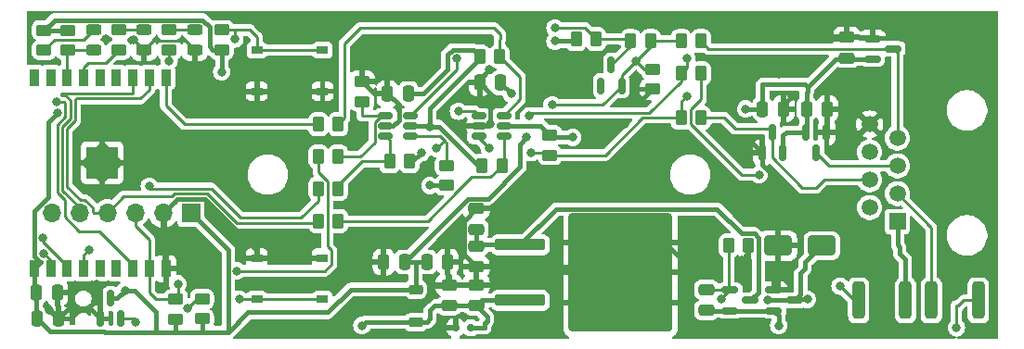
<source format=gbr>
%TF.GenerationSoftware,KiCad,Pcbnew,8.0.4*%
%TF.CreationDate,2025-05-22T08:52:24-04:00*%
%TF.ProjectId,OnionStraws,4f6e696f-6e53-4747-9261-77732e6b6963,rev?*%
%TF.SameCoordinates,Original*%
%TF.FileFunction,Copper,L1,Top*%
%TF.FilePolarity,Positive*%
%FSLAX46Y46*%
G04 Gerber Fmt 4.6, Leading zero omitted, Abs format (unit mm)*
G04 Created by KiCad (PCBNEW 8.0.4) date 2025-05-22 08:52:24*
%MOMM*%
%LPD*%
G01*
G04 APERTURE LIST*
G04 Aperture macros list*
%AMRoundRect*
0 Rectangle with rounded corners*
0 $1 Rounding radius*
0 $2 $3 $4 $5 $6 $7 $8 $9 X,Y pos of 4 corners*
0 Add a 4 corners polygon primitive as box body*
4,1,4,$2,$3,$4,$5,$6,$7,$8,$9,$2,$3,0*
0 Add four circle primitives for the rounded corners*
1,1,$1+$1,$2,$3*
1,1,$1+$1,$4,$5*
1,1,$1+$1,$6,$7*
1,1,$1+$1,$8,$9*
0 Add four rect primitives between the rounded corners*
20,1,$1+$1,$2,$3,$4,$5,0*
20,1,$1+$1,$4,$5,$6,$7,0*
20,1,$1+$1,$6,$7,$8,$9,0*
20,1,$1+$1,$8,$9,$2,$3,0*%
%AMFreePoly0*
4,1,9,3.862500,-0.866500,0.737500,-0.866500,0.737500,-0.450000,-0.737500,-0.450000,-0.737500,0.450000,0.737500,0.450000,0.737500,0.866500,3.862500,0.866500,3.862500,-0.866500,3.862500,-0.866500,$1*%
G04 Aperture macros list end*
%TA.AperFunction,SMDPad,CuDef*%
%ADD10RoundRect,0.250000X-0.250000X-0.475000X0.250000X-0.475000X0.250000X0.475000X-0.250000X0.475000X0*%
%TD*%
%TA.AperFunction,SMDPad,CuDef*%
%ADD11RoundRect,0.250000X-0.262500X-0.450000X0.262500X-0.450000X0.262500X0.450000X-0.262500X0.450000X0*%
%TD*%
%TA.AperFunction,SMDPad,CuDef*%
%ADD12RoundRect,0.250000X0.262500X0.450000X-0.262500X0.450000X-0.262500X-0.450000X0.262500X-0.450000X0*%
%TD*%
%TA.AperFunction,SMDPad,CuDef*%
%ADD13RoundRect,0.150000X0.150000X-0.587500X0.150000X0.587500X-0.150000X0.587500X-0.150000X-0.587500X0*%
%TD*%
%TA.AperFunction,SMDPad,CuDef*%
%ADD14RoundRect,0.250000X0.312500X1.450000X-0.312500X1.450000X-0.312500X-1.450000X0.312500X-1.450000X0*%
%TD*%
%TA.AperFunction,SMDPad,CuDef*%
%ADD15R,1.000000X0.750000*%
%TD*%
%TA.AperFunction,SMDPad,CuDef*%
%ADD16RoundRect,0.243750X0.456250X-0.243750X0.456250X0.243750X-0.456250X0.243750X-0.456250X-0.243750X0*%
%TD*%
%TA.AperFunction,SMDPad,CuDef*%
%ADD17RoundRect,0.150000X-0.587500X-0.150000X0.587500X-0.150000X0.587500X0.150000X-0.587500X0.150000X0*%
%TD*%
%TA.AperFunction,SMDPad,CuDef*%
%ADD18RoundRect,0.250000X0.450000X-0.262500X0.450000X0.262500X-0.450000X0.262500X-0.450000X-0.262500X0*%
%TD*%
%TA.AperFunction,SMDPad,CuDef*%
%ADD19RoundRect,0.250000X-0.450000X0.262500X-0.450000X-0.262500X0.450000X-0.262500X0.450000X0.262500X0*%
%TD*%
%TA.AperFunction,SMDPad,CuDef*%
%ADD20RoundRect,0.150000X-0.512500X-0.150000X0.512500X-0.150000X0.512500X0.150000X-0.512500X0.150000X0*%
%TD*%
%TA.AperFunction,SMDPad,CuDef*%
%ADD21RoundRect,0.250000X0.475000X-0.250000X0.475000X0.250000X-0.475000X0.250000X-0.475000X-0.250000X0*%
%TD*%
%TA.AperFunction,SMDPad,CuDef*%
%ADD22RoundRect,0.250000X0.250000X0.475000X-0.250000X0.475000X-0.250000X-0.475000X0.250000X-0.475000X0*%
%TD*%
%TA.AperFunction,SMDPad,CuDef*%
%ADD23R,0.900000X1.500000*%
%TD*%
%TA.AperFunction,HeatsinkPad*%
%ADD24C,0.600000*%
%TD*%
%TA.AperFunction,SMDPad,CuDef*%
%ADD25R,2.900000X2.900000*%
%TD*%
%TA.AperFunction,SMDPad,CuDef*%
%ADD26RoundRect,0.250000X-0.475000X0.250000X-0.475000X-0.250000X0.475000X-0.250000X0.475000X0.250000X0*%
%TD*%
%TA.AperFunction,SMDPad,CuDef*%
%ADD27RoundRect,0.250000X-2.050000X-0.300000X2.050000X-0.300000X2.050000X0.300000X-2.050000X0.300000X0*%
%TD*%
%TA.AperFunction,SMDPad,CuDef*%
%ADD28RoundRect,0.250000X-2.025000X-2.375000X2.025000X-2.375000X2.025000X2.375000X-2.025000X2.375000X0*%
%TD*%
%TA.AperFunction,SMDPad,CuDef*%
%ADD29RoundRect,0.250002X-4.449998X-5.149998X4.449998X-5.149998X4.449998X5.149998X-4.449998X5.149998X0*%
%TD*%
%TA.AperFunction,SMDPad,CuDef*%
%ADD30RoundRect,0.150000X-0.150000X-0.200000X0.150000X-0.200000X0.150000X0.200000X-0.150000X0.200000X0*%
%TD*%
%TA.AperFunction,SMDPad,CuDef*%
%ADD31RoundRect,0.250000X-0.312500X-1.450000X0.312500X-1.450000X0.312500X1.450000X-0.312500X1.450000X0*%
%TD*%
%TA.AperFunction,ComponentPad*%
%ADD32R,1.500000X1.500000*%
%TD*%
%TA.AperFunction,ComponentPad*%
%ADD33C,1.500000*%
%TD*%
%TA.AperFunction,SMDPad,CuDef*%
%ADD34RoundRect,0.225000X0.425000X0.225000X-0.425000X0.225000X-0.425000X-0.225000X0.425000X-0.225000X0*%
%TD*%
%TA.AperFunction,SMDPad,CuDef*%
%ADD35FreePoly0,180.000000*%
%TD*%
%TA.AperFunction,SMDPad,CuDef*%
%ADD36RoundRect,0.250000X-1.000000X-0.650000X1.000000X-0.650000X1.000000X0.650000X-1.000000X0.650000X0*%
%TD*%
%TA.AperFunction,SMDPad,CuDef*%
%ADD37RoundRect,0.150000X-0.150000X0.587500X-0.150000X-0.587500X0.150000X-0.587500X0.150000X0.587500X0*%
%TD*%
%TA.AperFunction,ComponentPad*%
%ADD38R,1.700000X1.700000*%
%TD*%
%TA.AperFunction,ComponentPad*%
%ADD39O,1.700000X1.700000*%
%TD*%
%TA.AperFunction,ViaPad*%
%ADD40C,0.800000*%
%TD*%
%TA.AperFunction,Conductor*%
%ADD41C,0.406400*%
%TD*%
%TA.AperFunction,Conductor*%
%ADD42C,0.250000*%
%TD*%
G04 APERTURE END LIST*
D10*
%TO.P,C14,1*%
%TO.N,GND*%
X75575000Y-103000000D03*
%TO.P,C14,2*%
%TO.N,+3V3*%
X77475000Y-103000000D03*
%TD*%
D11*
%TO.P,R25,1*%
%TO.N,Net-(R21-Pad1)*%
X102700000Y-89800000D03*
%TO.P,R25,2*%
%TO.N,GEA_FullTx*%
X104525000Y-89800000D03*
%TD*%
D12*
%TO.P,R17,1*%
%TO.N,Net-(R13-Pad2)*%
X86350000Y-94200000D03*
%TO.P,R17,2*%
%TO.N,+3V3*%
X84525000Y-94200000D03*
%TD*%
D13*
%TO.P,D9,1,K*%
%TO.N,unconnected-(D9-K-Pad1)*%
X95375000Y-86875000D03*
%TO.P,D9,2,A*%
%TO.N,Net-(D9-A)*%
X97275000Y-86875000D03*
%TO.P,D9,3,K*%
%TO.N,Net-(D9-K-Pad3)*%
X96325000Y-85000000D03*
%TD*%
D14*
%TO.P,F2,1*%
%TO.N,VDC*%
X123162500Y-106500000D03*
%TO.P,F2,2*%
%TO.N,Net-(JP2-A)*%
X118887500Y-106500000D03*
%TD*%
D15*
%TO.P,SW2,1,1*%
%TO.N,GND*%
X64000000Y-102625000D03*
X70000000Y-102625000D03*
%TO.P,SW2,2,2*%
%TO.N,/BOOT*%
X64000000Y-106375000D03*
X70000000Y-106375000D03*
%TD*%
D16*
%TO.P,D6,1,K*%
%TO.N,GND*%
X58337500Y-83625000D03*
%TO.P,D6,2,A*%
%TO.N,Net-(D6-A)*%
X58337500Y-81750000D03*
%TD*%
D17*
%TO.P,Q2,1,G*%
%TO.N,Net-(Q2-G)*%
X107150000Y-105550000D03*
%TO.P,Q2,2,S*%
%TO.N,/p2*%
X107150000Y-107450000D03*
%TO.P,Q2,3,D*%
%TO.N,/p3*%
X109025000Y-106500000D03*
%TD*%
D18*
%TO.P,R2,1*%
%TO.N,+3V3*%
X56600000Y-108225000D03*
%TO.P,R2,2*%
%TO.N,/BOOT*%
X56600000Y-106400000D03*
%TD*%
D19*
%TO.P,R7,1*%
%TO.N,Net-(D6-A)*%
X56030000Y-81775000D03*
%TO.P,R7,2*%
%TO.N,/LED1*%
X56030000Y-83600000D03*
%TD*%
D11*
%TO.P,R10,1*%
%TO.N,GEA2_RX*%
X69600000Y-90400000D03*
%TO.P,R10,2*%
%TO.N,Net-(R10-Pad2)*%
X71425000Y-90400000D03*
%TD*%
D10*
%TO.P,C6,1*%
%TO.N,GND*%
X75925000Y-87600000D03*
%TO.P,C6,2*%
%TO.N,+3V3*%
X77825000Y-87600000D03*
%TD*%
D17*
%TO.P,D1,1,K*%
%TO.N,GND*%
X120150000Y-82550000D03*
%TO.P,D1,2,A*%
%TO.N,+5V*%
X120150000Y-84450000D03*
%TO.P,D1,3,K*%
%TO.N,GEA_HalfDplx*%
X122025000Y-83500000D03*
%TD*%
D20*
%TO.P,U5,1*%
%TO.N,Net-(R11-Pad2)*%
X75750000Y-89600000D03*
%TO.P,U5,2,GND*%
%TO.N,GND*%
X75750000Y-90550000D03*
%TO.P,U5,3*%
%TO.N,Net-(R12-Pad2)*%
X75750000Y-91500000D03*
%TO.P,U5,4*%
%TO.N,Net-(R20-Pad1)*%
X78025000Y-91500000D03*
%TO.P,U5,5,+3V3*%
%TO.N,+3V3*%
X78025000Y-90550000D03*
%TO.P,U5,6*%
%TO.N,Net-(D9-K-Pad3)*%
X78025000Y-89600000D03*
%TD*%
D21*
%TO.P,C3,1*%
%TO.N,+5V*%
X117800000Y-84350000D03*
%TO.P,C3,2*%
%TO.N,GND*%
X117800000Y-82450000D03*
%TD*%
D11*
%TO.P,R11,1*%
%TO.N,GEA2_TX*%
X69600000Y-93350000D03*
%TO.P,R11,2*%
%TO.N,Net-(R11-Pad2)*%
X71425000Y-93350000D03*
%TD*%
D22*
%TO.P,C4,1*%
%TO.N,GND*%
X45900000Y-108200000D03*
%TO.P,C4,2*%
%TO.N,+3V3*%
X44000000Y-108200000D03*
%TD*%
D23*
%TO.P,U2,1,3V3*%
%TO.N,+3V3*%
X43700000Y-103610000D03*
%TO.P,U2,2,EN*%
%TO.N,/EN*%
X45200000Y-103610000D03*
%TO.P,U2,3,IO4*%
%TO.N,/LED1*%
X46700000Y-103610000D03*
%TO.P,U2,4,IO5*%
%TO.N,Net-(JP1-A)*%
X48200000Y-103610000D03*
%TO.P,U2,5,IO6*%
%TO.N,unconnected-(U2-IO6-Pad5)*%
X49700000Y-103610000D03*
%TO.P,U2,6,IO7*%
%TO.N,unconnected-(U2-IO7-Pad6)*%
X51200000Y-103610000D03*
%TO.P,U2,7,IO8*%
%TO.N,/BOOT_SEL*%
X52700000Y-103610000D03*
%TO.P,U2,8,IO9*%
%TO.N,/BOOT*%
X54200000Y-103610000D03*
%TO.P,U2,9,GND*%
%TO.N,GND*%
X55700000Y-103610000D03*
%TO.P,U2,10,IO10*%
%TO.N,GEA2_RX*%
X55700000Y-86110000D03*
%TO.P,U2,11,IO20/RXD*%
%TO.N,GEA3_TX*%
X54200000Y-86110000D03*
%TO.P,U2,12,IO21/TXD*%
%TO.N,GEA3_RX*%
X52700000Y-86110000D03*
%TO.P,U2,13,IO18*%
%TO.N,unconnected-(U2-IO18-Pad13)*%
X51200000Y-86110000D03*
%TO.P,U2,14,IO19*%
%TO.N,unconnected-(U2-IO19-Pad14)*%
X49700000Y-86110000D03*
%TO.P,U2,15,IO3*%
%TO.N,/LED2*%
X48200000Y-86110000D03*
%TO.P,U2,16,IO2*%
%TO.N,/DBG_LED*%
X46700000Y-86110000D03*
%TO.P,U2,17,IO1*%
%TO.N,unconnected-(U2-IO1-Pad17)*%
X45200000Y-86110000D03*
%TO.P,U2,18,IO0*%
%TO.N,unconnected-(U2-IO0-Pad18)*%
X43700000Y-86110000D03*
D24*
%TO.P,U2,19,GND*%
%TO.N,GND*%
X49350000Y-95000000D03*
X50450000Y-95000000D03*
X48800000Y-94450000D03*
X49900000Y-94450000D03*
X51000000Y-94450000D03*
X49350000Y-93900000D03*
D25*
X49900000Y-93900000D03*
D24*
X50450000Y-93900000D03*
X48800000Y-93350000D03*
X49900000Y-93350000D03*
X51000000Y-93350000D03*
X49350000Y-92800000D03*
X50450000Y-92800000D03*
%TD*%
D11*
%TO.P,R16,1*%
%TO.N,Net-(R12-Pad2)*%
X76100000Y-93800000D03*
%TO.P,R16,2*%
%TO.N,+3V3*%
X77925000Y-93800000D03*
%TD*%
%TO.P,R13,1*%
%TO.N,GEA3_TX*%
X69600000Y-99250000D03*
%TO.P,R13,2*%
%TO.N,Net-(R13-Pad2)*%
X71425000Y-99250000D03*
%TD*%
D10*
%TO.P,C2,1*%
%TO.N,+3V3*%
X43900000Y-105780000D03*
%TO.P,C2,2*%
%TO.N,GND*%
X45800000Y-105780000D03*
%TD*%
D26*
%TO.P,C12,1*%
%TO.N,GND*%
X81525000Y-105100000D03*
%TO.P,C12,2*%
%TO.N,+5V*%
X81525000Y-107000000D03*
%TD*%
D17*
%TO.P,Q1,1,G*%
%TO.N,GND*%
X111150000Y-105550000D03*
%TO.P,Q1,2,S*%
%TO.N,/p2*%
X111150000Y-107450000D03*
%TO.P,Q1,3,D*%
%TO.N,/p1*%
X113025000Y-106500000D03*
%TD*%
D27*
%TO.P,U3,1,IN*%
%TO.N,/p3*%
X88025000Y-101420000D03*
D28*
%TO.P,U3,2,GND*%
%TO.N,GND*%
X94750000Y-101185000D03*
X94750000Y-106735000D03*
D29*
X97175000Y-103960000D03*
D28*
X99600000Y-101185000D03*
X99600000Y-106735000D03*
D27*
%TO.P,U3,3,OUT*%
%TO.N,+5V*%
X88025000Y-106500000D03*
%TD*%
D22*
%TO.P,C1,1*%
%TO.N,+5V*%
X86225000Y-86600000D03*
%TO.P,C1,2*%
%TO.N,GND*%
X84325000Y-86600000D03*
%TD*%
D26*
%TO.P,C9,1*%
%TO.N,/p3*%
X84025000Y-101550000D03*
%TO.P,C9,2*%
%TO.N,GND*%
X84025000Y-103450000D03*
%TD*%
D13*
%TO.P,U1,1,GND*%
%TO.N,GND*%
X49700000Y-108200000D03*
%TO.P,U1,2,~{RESET}*%
%TO.N,/EN*%
X51600000Y-108200000D03*
%TO.P,U1,3,Vcc*%
%TO.N,+3V3*%
X50650000Y-106325000D03*
%TD*%
D18*
%TO.P,R21,1*%
%TO.N,Net-(R21-Pad1)*%
X90725000Y-93225000D03*
%TO.P,R21,2*%
%TO.N,+5V*%
X90725000Y-91400000D03*
%TD*%
D12*
%TO.P,R19,1*%
%TO.N,Net-(D9-K-Pad3)*%
X94950000Y-82600000D03*
%TO.P,R19,2*%
%TO.N,+5V*%
X93125000Y-82600000D03*
%TD*%
D18*
%TO.P,R6,1*%
%TO.N,/LED2*%
X51415000Y-83600000D03*
%TO.P,R6,2*%
%TO.N,Net-(D4-A)*%
X51415000Y-81775000D03*
%TD*%
D19*
%TO.P,R20,1*%
%TO.N,Net-(R20-Pad1)*%
X81325000Y-94175000D03*
%TO.P,R20,2*%
%TO.N,+5V*%
X81325000Y-96000000D03*
%TD*%
%TO.P,R1,1*%
%TO.N,/BOOT_SEL*%
X60800000Y-81775000D03*
%TO.P,R1,2*%
%TO.N,+3V3*%
X60800000Y-83600000D03*
%TD*%
D21*
%TO.P,C11,1*%
%TO.N,+5V*%
X84025000Y-107000000D03*
%TO.P,C11,2*%
%TO.N,GND*%
X84025000Y-105100000D03*
%TD*%
D30*
%TO.P,D8,1,K*%
%TO.N,+5V*%
X83525000Y-109000000D03*
%TO.P,D8,2,A*%
%TO.N,GND*%
X82125000Y-109000000D03*
%TD*%
D21*
%TO.P,C8,1*%
%TO.N,/p2*%
X105025000Y-107400000D03*
%TO.P,C8,2*%
%TO.N,Net-(Q2-G)*%
X105025000Y-105500000D03*
%TD*%
D26*
%TO.P,C10,1*%
%TO.N,GND*%
X84025000Y-98100000D03*
%TO.P,C10,2*%
%TO.N,/p3*%
X84025000Y-100000000D03*
%TD*%
D31*
%TO.P,F1,1*%
%TO.N,/ALT_PWR*%
X125525000Y-106500000D03*
%TO.P,F1,2*%
%TO.N,Net-(JP2-B)*%
X129800000Y-106500000D03*
%TD*%
D15*
%TO.P,SW1,1,1*%
%TO.N,/BOOT_SEL*%
X64000000Y-83625000D03*
X70000000Y-83625000D03*
%TO.P,SW1,2,2*%
%TO.N,GND*%
X64000000Y-87375000D03*
X70000000Y-87375000D03*
%TD*%
D19*
%TO.P,R15,1*%
%TO.N,GND*%
X73600000Y-86487500D03*
%TO.P,R15,2*%
%TO.N,Net-(R11-Pad2)*%
X73600000Y-88312500D03*
%TD*%
D18*
%TO.P,R4,1*%
%TO.N,Net-(D5-A)*%
X44600000Y-83625000D03*
%TO.P,R4,2*%
%TO.N,+3V3*%
X44600000Y-81800000D03*
%TD*%
D11*
%TO.P,R24,1*%
%TO.N,Net-(R20-Pad1)*%
X102700000Y-85750000D03*
%TO.P,R24,2*%
%TO.N,GEA_FullRx*%
X104525000Y-85750000D03*
%TD*%
D32*
%TO.P,J1,1*%
%TO.N,VDC*%
X122425000Y-99282500D03*
D33*
%TO.P,J1,2*%
%TO.N,unconnected-(J1-Pad2)*%
X119885000Y-98012500D03*
%TO.P,J1,3*%
%TO.N,/ALT_PWR*%
X122425000Y-96742500D03*
%TO.P,J1,4*%
%TO.N,GEA_FullTx*%
X119885000Y-95472500D03*
%TO.P,J1,5*%
%TO.N,GEA_FullRx*%
X122425000Y-94202500D03*
%TO.P,J1,6*%
%TO.N,unconnected-(J1-Pad6)*%
X119885000Y-92932500D03*
%TO.P,J1,7*%
%TO.N,GEA_HalfDplx*%
X122425000Y-91662500D03*
%TO.P,J1,8*%
%TO.N,GND*%
X119885000Y-90392500D03*
%TD*%
D13*
%TO.P,D3,1,K*%
%TO.N,GND*%
X110075000Y-93000000D03*
%TO.P,D3,2,A*%
%TO.N,+5V*%
X111975000Y-93000000D03*
%TO.P,D3,3,K*%
%TO.N,GEA_FullTx*%
X111025000Y-91125000D03*
%TD*%
D10*
%TO.P,C5,1*%
%TO.N,+5V*%
X114125000Y-89000000D03*
%TO.P,C5,2*%
%TO.N,GND*%
X116025000Y-89000000D03*
%TD*%
%TO.P,C13,1*%
%TO.N,+3V3*%
X79525000Y-103000000D03*
%TO.P,C13,2*%
%TO.N,GND*%
X81425000Y-103000000D03*
%TD*%
D11*
%TO.P,R12,1*%
%TO.N,GEA3_RX*%
X69600000Y-96300000D03*
%TO.P,R12,2*%
%TO.N,Net-(R12-Pad2)*%
X71425000Y-96300000D03*
%TD*%
D12*
%TO.P,R9,1*%
%TO.N,GND*%
X108850000Y-101500000D03*
%TO.P,R9,2*%
%TO.N,Net-(Q2-G)*%
X107025000Y-101500000D03*
%TD*%
D20*
%TO.P,U4,1*%
%TO.N,Net-(D9-A)*%
X84250000Y-89600000D03*
%TO.P,U4,2,GND*%
%TO.N,GND*%
X84250000Y-90550000D03*
%TO.P,U4,3*%
%TO.N,Net-(R21-Pad1)*%
X84250000Y-91500000D03*
%TO.P,U4,4*%
%TO.N,Net-(R13-Pad2)*%
X86525000Y-91500000D03*
%TO.P,U4,5,VCC*%
%TO.N,+5V*%
X86525000Y-90550000D03*
%TO.P,U4,6*%
%TO.N,Net-(R10-Pad2)*%
X86525000Y-89600000D03*
%TD*%
D12*
%TO.P,R14,1*%
%TO.N,Net-(R10-Pad2)*%
X86150000Y-84200000D03*
%TO.P,R14,2*%
%TO.N,+3V3*%
X84325000Y-84200000D03*
%TD*%
D11*
%TO.P,R23,1*%
%TO.N,Net-(D9-A)*%
X102700000Y-82800000D03*
%TO.P,R23,2*%
%TO.N,GEA_HalfDplx*%
X104525000Y-82800000D03*
%TD*%
D34*
%TO.P,U6,1,VIN*%
%TO.N,+5V*%
X78475000Y-108500000D03*
D35*
%TO.P,U6,2,GND*%
%TO.N,GND*%
X78387500Y-107000000D03*
D34*
%TO.P,U6,3,VOUT*%
%TO.N,+3V3*%
X78475000Y-105500000D03*
%TD*%
D19*
%TO.P,R18,1*%
%TO.N,Net-(D9-A)*%
X100125000Y-85375000D03*
%TO.P,R18,2*%
%TO.N,GND*%
X100125000Y-87200000D03*
%TD*%
%TO.P,R3,1*%
%TO.N,/EN*%
X59000000Y-106375000D03*
%TO.P,R3,2*%
%TO.N,+3V3*%
X59000000Y-108200000D03*
%TD*%
D11*
%TO.P,R22,1*%
%TO.N,Net-(D9-K-Pad3)*%
X98100000Y-82800000D03*
%TO.P,R22,2*%
%TO.N,Net-(D9-A)*%
X99925000Y-82800000D03*
%TD*%
D18*
%TO.P,R5,1*%
%TO.N,/DBG_LED*%
X46800000Y-83625000D03*
%TO.P,R5,2*%
%TO.N,+3V3*%
X46800000Y-81800000D03*
%TD*%
D10*
%TO.P,C7,1*%
%TO.N,+5V*%
X110125000Y-89000000D03*
%TO.P,C7,2*%
%TO.N,GND*%
X112025000Y-89000000D03*
%TD*%
D16*
%TO.P,D5,1,K*%
%TO.N,/DBG_LED*%
X49107500Y-83625000D03*
%TO.P,D5,2,A*%
%TO.N,Net-(D5-A)*%
X49107500Y-81750000D03*
%TD*%
D36*
%TO.P,D7,1,A1*%
%TO.N,GND*%
X111525000Y-101500000D03*
%TO.P,D7,2,A2*%
%TO.N,/p1*%
X115525000Y-101500000D03*
%TD*%
D16*
%TO.P,D4,1,K*%
%TO.N,GND*%
X53722500Y-83625000D03*
%TO.P,D4,2,A*%
%TO.N,Net-(D4-A)*%
X53722500Y-81750000D03*
%TD*%
D37*
%TO.P,D2,1,K*%
%TO.N,GND*%
X115975000Y-91125000D03*
%TO.P,D2,2,A*%
%TO.N,+5V*%
X114075000Y-91125000D03*
%TO.P,D2,3,K*%
%TO.N,GEA_FullRx*%
X115025000Y-93000000D03*
%TD*%
D38*
%TO.P,J2,1,Pin_1*%
%TO.N,+3V3*%
X58000000Y-98500000D03*
D39*
%TO.P,J2,2,Pin_2*%
%TO.N,GND*%
X55460000Y-98500000D03*
%TO.P,J2,3,Pin_3*%
%TO.N,/BOOT*%
X52920000Y-98500000D03*
%TO.P,J2,4,Pin_4*%
%TO.N,GEA3_TX*%
X50380000Y-98500000D03*
%TO.P,J2,5,Pin_5*%
%TO.N,GEA3_RX*%
X47840000Y-98500000D03*
%TO.P,J2,6,Pin_6*%
%TO.N,/EN*%
X45300000Y-98500000D03*
%TD*%
D40*
%TO.N,+5V*%
X87200000Y-87600000D03*
X91200000Y-82800000D03*
X73600000Y-108800000D03*
X92800000Y-91600000D03*
X108600000Y-89000000D03*
X79800000Y-96000000D03*
%TO.N,Net-(Q2-G)*%
X106400000Y-106400000D03*
%TO.N,GEA_FullRx*%
X109800000Y-95000000D03*
%TO.N,Net-(D9-K-Pad3)*%
X82200000Y-84400000D03*
X91200000Y-81600000D03*
%TO.N,Net-(D9-A)*%
X82400000Y-89206400D03*
X98600000Y-84600000D03*
X90935896Y-88625000D03*
%TO.N,Net-(JP2-B)*%
X127800000Y-109000000D03*
%TO.N,Net-(JP2-A)*%
X117200000Y-105200000D03*
%TO.N,/BOOT*%
X56800000Y-105000000D03*
X62400000Y-106400000D03*
%TO.N,GEA3_RX*%
X54200000Y-96075000D03*
%TO.N,/EN*%
X52980901Y-108473213D03*
X57653431Y-107268075D03*
X44582347Y-102217653D03*
%TO.N,/BOOT_SEL*%
X62000000Y-82600000D03*
X45747584Y-88316520D03*
%TO.N,/LED1*%
X56000000Y-84600000D03*
X44503200Y-100800000D03*
%TO.N,GEA2_TX*%
X62203200Y-103800000D03*
%TO.N,Net-(R20-Pad1)*%
X88800000Y-89656400D03*
X80400000Y-92600000D03*
X103200000Y-84400000D03*
%TO.N,Net-(R21-Pad1)*%
X85200000Y-92600000D03*
X89000000Y-93000000D03*
X103200000Y-87800000D03*
%TO.N,Net-(JP1-A)*%
X48670851Y-101870851D03*
%TO.N,GND*%
X61400000Y-88600000D03*
X108200000Y-102800000D03*
X70600000Y-85800000D03*
X87600000Y-82400000D03*
X52743961Y-82659280D03*
X89600000Y-104600000D03*
X112800000Y-87800000D03*
X72800000Y-107400000D03*
X85262500Y-90404383D03*
X97587347Y-90387347D03*
X107000000Y-86000000D03*
X85200000Y-85400000D03*
X80000000Y-105200000D03*
X106400000Y-91600000D03*
X72600000Y-103000000D03*
X116800000Y-86800000D03*
X109800000Y-98400000D03*
X74400000Y-95400000D03*
X102800000Y-102800000D03*
X99000000Y-88200000D03*
X95800000Y-91400000D03*
X80600000Y-108800000D03*
X111600000Y-85800000D03*
X45035113Y-107386787D03*
X49400000Y-105000000D03*
X79200000Y-98200000D03*
X114800000Y-82600000D03*
X91200000Y-86200000D03*
X55600000Y-101800000D03*
X67200000Y-102625000D03*
X50200000Y-82600000D03*
X94200000Y-96200000D03*
X85800000Y-98000000D03*
X73600000Y-85000000D03*
%TO.N,+3V3*%
X79000000Y-93000000D03*
X88600000Y-91600000D03*
X52000000Y-105600000D03*
X79800000Y-90600000D03*
X45800000Y-89400000D03*
X60800000Y-85600000D03*
%TO.N,/p2*%
X111600000Y-108800000D03*
%TO.N,/p1*%
X110600000Y-106450000D03*
X114200000Y-106400000D03*
%TD*%
D41*
%TO.N,+5V*%
X80200000Y-107000000D02*
X81525000Y-107000000D01*
X85000000Y-108400000D02*
X84800000Y-108600000D01*
X92925000Y-82800000D02*
X93125000Y-82600000D01*
X88025000Y-106500000D02*
X84525000Y-106500000D01*
X114200000Y-87400000D02*
X114125000Y-87475000D01*
X86525000Y-90550000D02*
X89875000Y-90550000D01*
X84025000Y-107000000D02*
X85000000Y-107975000D01*
X90925000Y-91600000D02*
X90725000Y-91400000D01*
X84800000Y-108600000D02*
X84800000Y-109000000D01*
X116750000Y-84450000D02*
X114200000Y-87000000D01*
X114200000Y-87000000D02*
X114200000Y-87400000D01*
X91200000Y-82800000D02*
X92925000Y-82800000D01*
X79800000Y-107400000D02*
X80200000Y-107000000D01*
X120150000Y-84450000D02*
X116750000Y-84450000D01*
X78475000Y-108500000D02*
X73900000Y-108500000D01*
X113956808Y-86756808D02*
X114200000Y-87000000D01*
X111975000Y-91425000D02*
X112275000Y-91125000D01*
X84800000Y-109000000D02*
X83525000Y-109000000D01*
X78475000Y-108500000D02*
X79500000Y-108500000D01*
X86225000Y-86625000D02*
X87200000Y-87600000D01*
X85000000Y-107975000D02*
X85000000Y-108400000D01*
X89875000Y-90550000D02*
X90725000Y-91400000D01*
X114125000Y-87475000D02*
X114125000Y-89000000D01*
X81525000Y-107000000D02*
X84025000Y-107000000D01*
X79500000Y-108500000D02*
X79800000Y-108200000D01*
X79800000Y-108200000D02*
X79800000Y-107400000D01*
X73900000Y-108500000D02*
X73600000Y-108800000D01*
X81325000Y-96000000D02*
X79800000Y-96000000D01*
X110125000Y-86756808D02*
X113956808Y-86756808D01*
X110125000Y-89000000D02*
X110125000Y-86756808D01*
X108600000Y-89000000D02*
X110125000Y-89000000D01*
X84525000Y-106500000D02*
X84025000Y-107000000D01*
X112275000Y-91125000D02*
X114075000Y-91125000D01*
X114125000Y-91075000D02*
X114075000Y-91125000D01*
X114125000Y-89000000D02*
X114125000Y-91075000D01*
X86225000Y-86600000D02*
X86225000Y-86625000D01*
X92800000Y-91600000D02*
X90925000Y-91600000D01*
X111975000Y-93000000D02*
X111975000Y-91425000D01*
D42*
%TO.N,Net-(Q2-G)*%
X107025000Y-105425000D02*
X107150000Y-105550000D01*
X107025000Y-101500000D02*
X107025000Y-105425000D01*
X106400000Y-106300000D02*
X107150000Y-105550000D01*
X107100000Y-105500000D02*
X107150000Y-105550000D01*
X106400000Y-106400000D02*
X106400000Y-106300000D01*
X105025000Y-105500000D02*
X107100000Y-105500000D01*
%TO.N,GEA_HalfDplx*%
X104525000Y-82800000D02*
X105225000Y-83500000D01*
X105225000Y-83500000D02*
X122025000Y-83500000D01*
X122425000Y-83900000D02*
X122425000Y-91662500D01*
X122025000Y-83500000D02*
X122425000Y-83900000D01*
%TO.N,GEA_FullRx*%
X104525000Y-85750000D02*
X104525000Y-88117400D01*
X108192400Y-95000000D02*
X109800000Y-95000000D01*
X116227500Y-94202500D02*
X122425000Y-94202500D01*
X104525000Y-88117400D02*
X103600000Y-89042400D01*
X115025000Y-93000000D02*
X116227500Y-94202500D01*
X103600000Y-89042400D02*
X103600000Y-90407600D01*
X103600000Y-90407600D02*
X108192400Y-95000000D01*
%TO.N,GEA_FullTx*%
X113761592Y-96200000D02*
X115000000Y-96200000D01*
X106600000Y-89800000D02*
X107600000Y-90800000D01*
X107600000Y-90800000D02*
X110700000Y-90800000D01*
X115000000Y-96200000D02*
X115727500Y-95472500D01*
X111025000Y-91125000D02*
X111025000Y-93463408D01*
X115727500Y-95472500D02*
X119885000Y-95472500D01*
X110700000Y-90800000D02*
X111025000Y-91125000D01*
X111025000Y-93463408D02*
X113761592Y-96200000D01*
X104525000Y-89800000D02*
X106600000Y-89800000D01*
%TO.N,Net-(D4-A)*%
X51415000Y-81775000D02*
X53697500Y-81775000D01*
X53697500Y-81775000D02*
X53722500Y-81750000D01*
%TO.N,Net-(D5-A)*%
X45587500Y-82637500D02*
X44600000Y-83625000D01*
X49107500Y-81750000D02*
X48220000Y-82637500D01*
X48220000Y-82637500D02*
X45587500Y-82637500D01*
%TO.N,/DBG_LED*%
X46700000Y-86110000D02*
X46700000Y-83725000D01*
X46800000Y-83625000D02*
X49107500Y-83625000D01*
X46700000Y-83725000D02*
X46800000Y-83625000D01*
D41*
%TO.N,VDC*%
X123162500Y-102762500D02*
X122600000Y-102200000D01*
X122600000Y-102200000D02*
X122600000Y-101600000D01*
X122425000Y-101425000D02*
X122425000Y-99282500D01*
X122600000Y-101600000D02*
X122425000Y-101425000D01*
X123162500Y-106500000D02*
X123162500Y-102762500D01*
D42*
%TO.N,Net-(D6-A)*%
X58337500Y-81750000D02*
X56055000Y-81750000D01*
X56055000Y-81750000D02*
X56030000Y-81775000D01*
%TO.N,Net-(D9-K-Pad3)*%
X91225000Y-81575000D02*
X93925000Y-81575000D01*
X98100000Y-83225000D02*
X96325000Y-85000000D01*
X98100000Y-82800000D02*
X98100000Y-83225000D01*
X94950000Y-82600000D02*
X97900000Y-82600000D01*
X97900000Y-82600000D02*
X98100000Y-82800000D01*
X82200000Y-84400000D02*
X82200000Y-85425000D01*
X91200000Y-81600000D02*
X91225000Y-81575000D01*
X93925000Y-81575000D02*
X94950000Y-82600000D01*
X82200000Y-85425000D02*
X78025000Y-89600000D01*
%TO.N,Net-(D9-A)*%
X95550000Y-88600000D02*
X97275000Y-86875000D01*
X99925000Y-82800000D02*
X102700000Y-82800000D01*
X83856400Y-89206400D02*
X84250000Y-89600000D01*
X82400000Y-89206400D02*
X83856400Y-89206400D01*
X100125000Y-85375000D02*
X99375000Y-85375000D01*
X99925000Y-83275000D02*
X98600000Y-84600000D01*
X99375000Y-85375000D02*
X98600000Y-84600000D01*
X97275000Y-85925000D02*
X97275000Y-86875000D01*
X90935896Y-88625000D02*
X90960896Y-88600000D01*
X98600000Y-84600000D02*
X97275000Y-85925000D01*
X99925000Y-82800000D02*
X99925000Y-83275000D01*
X90960896Y-88600000D02*
X95550000Y-88600000D01*
%TO.N,Net-(R11-Pad2)*%
X71425000Y-93350000D02*
X73450000Y-93350000D01*
X74762500Y-90199092D02*
X75361592Y-89600000D01*
X74762500Y-92037500D02*
X74762500Y-90199092D01*
X73450000Y-93350000D02*
X74762500Y-92037500D01*
X73600000Y-89600000D02*
X73600000Y-88312500D01*
X75750000Y-89600000D02*
X73600000Y-89600000D01*
X75361592Y-89600000D02*
X75750000Y-89600000D01*
%TO.N,Net-(R12-Pad2)*%
X76100000Y-91850000D02*
X75750000Y-91500000D01*
X71425000Y-96300000D02*
X71425000Y-95975000D01*
X71425000Y-95975000D02*
X73600000Y-93800000D01*
X76100000Y-93800000D02*
X76100000Y-91850000D01*
X73600000Y-93800000D02*
X76100000Y-93800000D01*
%TO.N,/ALT_PWR*%
X125525000Y-99842500D02*
X122425000Y-96742500D01*
X125525000Y-106500000D02*
X125525000Y-99842500D01*
%TO.N,Net-(JP2-B)*%
X127800000Y-109000000D02*
X127800000Y-107000000D01*
X127800000Y-107000000D02*
X128000000Y-107000000D01*
X128500000Y-106500000D02*
X129800000Y-106500000D01*
X128000000Y-107000000D02*
X128500000Y-106500000D01*
%TO.N,Net-(JP2-A)*%
X118887500Y-106500000D02*
X118500000Y-106500000D01*
X118500000Y-106500000D02*
X117200000Y-105200000D01*
%TO.N,/BOOT*%
X54200000Y-103610000D02*
X54200000Y-105800000D01*
X52920000Y-99720000D02*
X54200000Y-101000000D01*
X56800000Y-105000000D02*
X56800000Y-106200000D01*
X54800000Y-106400000D02*
X56600000Y-106400000D01*
X54200000Y-105800000D02*
X54800000Y-106400000D01*
X70000000Y-106375000D02*
X64000000Y-106375000D01*
X63975000Y-106400000D02*
X64000000Y-106375000D01*
X62400000Y-106400000D02*
X63975000Y-106400000D01*
X54200000Y-101000000D02*
X54200000Y-103610000D01*
X52920000Y-98500000D02*
X52920000Y-99720000D01*
X56800000Y-106200000D02*
X56600000Y-106400000D01*
%TO.N,GEA3_RX*%
X46975000Y-88211396D02*
X46513604Y-87750000D01*
X62550000Y-98950000D02*
X68050000Y-98950000D01*
X46975000Y-89886701D02*
X46975000Y-88211396D01*
X46200000Y-87600000D02*
X52700000Y-87600000D01*
X46513604Y-87750000D02*
X46200000Y-87750000D01*
X52700000Y-87600000D02*
X52700000Y-86110000D01*
X68050000Y-98950000D02*
X69600000Y-97400000D01*
X46200000Y-87750000D02*
X46200000Y-87600000D01*
X59868600Y-96268600D02*
X62550000Y-98950000D01*
X54200000Y-96075000D02*
X54393600Y-96268600D01*
X46250000Y-90611701D02*
X46975000Y-89886701D01*
X54393600Y-96268600D02*
X59868600Y-96268600D01*
X47840000Y-98040000D02*
X46250000Y-96450000D01*
X69600000Y-97400000D02*
X69600000Y-96300000D01*
X46250000Y-96450000D02*
X46250000Y-90611701D01*
X47840000Y-98500000D02*
X47840000Y-98040000D01*
%TO.N,/EN*%
X58546506Y-106375000D02*
X57653431Y-107268075D01*
X51600000Y-108200000D02*
X52707688Y-108200000D01*
X45200000Y-98600000D02*
X45300000Y-98500000D01*
X45200000Y-103610000D02*
X45200000Y-102835306D01*
X45200000Y-102835306D02*
X44582347Y-102217653D01*
X59000000Y-106375000D02*
X58546506Y-106375000D01*
X52707688Y-108200000D02*
X52980901Y-108473213D01*
%TO.N,GEA3_TX*%
X46700000Y-96100000D02*
X47925000Y-97325000D01*
X69600000Y-99250000D02*
X69450000Y-99400000D01*
X59471988Y-96718600D02*
X56494412Y-96718600D01*
X49015000Y-98415000D02*
X49100000Y-98500000D01*
X56213012Y-97000000D02*
X51880000Y-97000000D01*
X49015000Y-98013299D02*
X49015000Y-98415000D01*
X47425000Y-90073097D02*
X46700000Y-90798097D01*
X69450000Y-99400000D02*
X62153388Y-99400000D01*
X47425000Y-88175000D02*
X47425000Y-90073097D01*
X47925000Y-97325000D02*
X48326701Y-97325000D01*
X48326701Y-97325000D02*
X49015000Y-98013299D01*
X53386396Y-88050000D02*
X47550000Y-88050000D01*
X56494412Y-96718600D02*
X56213012Y-97000000D01*
X62153388Y-99400000D02*
X59471988Y-96718600D01*
X51880000Y-97000000D02*
X50380000Y-98500000D01*
X54200000Y-87236396D02*
X53386396Y-88050000D01*
X46700000Y-90798097D02*
X46700000Y-96100000D01*
X54200000Y-86110000D02*
X54200000Y-87236396D01*
X47550000Y-88050000D02*
X47425000Y-88175000D01*
X49100000Y-98500000D02*
X50380000Y-98500000D01*
%TO.N,/BOOT_SEL*%
X46443728Y-88316520D02*
X46525000Y-88397792D01*
X45800000Y-96636396D02*
X46475000Y-97311396D01*
X46525000Y-88397792D02*
X46525000Y-89700305D01*
X45800000Y-90425305D02*
X45800000Y-96636396D01*
X45747584Y-88316520D02*
X46443728Y-88316520D01*
X64000000Y-82400000D02*
X63375000Y-81775000D01*
X52700000Y-103260000D02*
X52700000Y-103610000D01*
X70000000Y-83625000D02*
X64000000Y-83625000D01*
X62000000Y-82600000D02*
X62000000Y-81775000D01*
X47800000Y-100200000D02*
X49640000Y-100200000D01*
X46475000Y-98875000D02*
X47800000Y-100200000D01*
X63375000Y-81775000D02*
X62000000Y-81775000D01*
X49640000Y-100200000D02*
X52700000Y-103260000D01*
X64000000Y-83625000D02*
X64000000Y-82400000D01*
X62000000Y-81775000D02*
X60800000Y-81775000D01*
X46475000Y-97311396D02*
X46475000Y-98875000D01*
X46525000Y-89700305D02*
X45800000Y-90425305D01*
%TO.N,/LED2*%
X50215000Y-84800000D02*
X51415000Y-83600000D01*
X48600000Y-84800000D02*
X50215000Y-84800000D01*
X48200000Y-86110000D02*
X48200000Y-85200000D01*
X48200000Y-85200000D02*
X48600000Y-84800000D01*
%TO.N,/LED1*%
X46700000Y-103310000D02*
X44503200Y-101113200D01*
X56000000Y-83630000D02*
X56030000Y-83600000D01*
X46700000Y-103610000D02*
X46700000Y-103310000D01*
X44503200Y-101113200D02*
X44503200Y-100800000D01*
X56000000Y-84600000D02*
X56000000Y-83630000D01*
X46700000Y-103610000D02*
X46475000Y-103385000D01*
%TO.N,Net-(R10-Pad2)*%
X73400000Y-81600000D02*
X85600000Y-81600000D01*
X72000000Y-83000000D02*
X73400000Y-81600000D01*
X86150000Y-82650000D02*
X86150000Y-84200000D01*
X88000000Y-88125000D02*
X86525000Y-89600000D01*
X86150000Y-84200000D02*
X88000000Y-86050000D01*
X86200000Y-82200000D02*
X86200000Y-82600000D01*
X86200000Y-82600000D02*
X86150000Y-82650000D01*
X72000000Y-89825000D02*
X72000000Y-83000000D01*
X88000000Y-86050000D02*
X88000000Y-88125000D01*
X85600000Y-81600000D02*
X86200000Y-82200000D01*
X71425000Y-90400000D02*
X72000000Y-89825000D01*
%TO.N,GEA2_RX*%
X55700000Y-88700000D02*
X55700000Y-86110000D01*
X57400000Y-90400000D02*
X55700000Y-88700000D01*
X69600000Y-90400000D02*
X57400000Y-90400000D01*
%TO.N,GEA2_TX*%
X70437500Y-95604900D02*
X70437500Y-101537500D01*
X70825000Y-101925000D02*
X70825000Y-103175000D01*
X70825000Y-103175000D02*
X70200000Y-103800000D01*
X69600000Y-93350000D02*
X69600000Y-94767400D01*
X70200000Y-103800000D02*
X62203200Y-103800000D01*
X70437500Y-101537500D02*
X70825000Y-101925000D01*
X69600000Y-94767400D02*
X70437500Y-95604900D01*
%TO.N,Net-(R13-Pad2)*%
X86525000Y-91500000D02*
X86525000Y-94025000D01*
X71425000Y-99250000D02*
X79607600Y-99250000D01*
X83575000Y-95225000D02*
X85325000Y-95225000D01*
X79607600Y-99250000D02*
X82350000Y-96507600D01*
X82350000Y-96507600D02*
X82350000Y-96450000D01*
X85325000Y-95225000D02*
X86350000Y-94200000D01*
X86525000Y-94025000D02*
X86350000Y-94200000D01*
X82350000Y-96450000D02*
X83575000Y-95225000D01*
%TO.N,Net-(R20-Pad1)*%
X99800000Y-89350000D02*
X102700000Y-86450000D01*
X81325000Y-94175000D02*
X81325000Y-92125000D01*
X81325000Y-92125000D02*
X81100000Y-91900000D01*
X103200000Y-84400000D02*
X103200000Y-85250000D01*
X88800000Y-89656400D02*
X89106400Y-89350000D01*
X80400000Y-92600000D02*
X81100000Y-91900000D01*
X103200000Y-85250000D02*
X102700000Y-85750000D01*
X81100000Y-91900000D02*
X80700000Y-91500000D01*
X80700000Y-91500000D02*
X78025000Y-91500000D01*
X102700000Y-86450000D02*
X102700000Y-85750000D01*
X89106400Y-89350000D02*
X99800000Y-89350000D01*
%TO.N,Net-(R21-Pad1)*%
X99200000Y-89800000D02*
X95775000Y-93225000D01*
X90500000Y-93000000D02*
X90725000Y-93225000D01*
X102700000Y-89800000D02*
X102700000Y-88300000D01*
X102700000Y-88300000D02*
X103200000Y-87800000D01*
X95775000Y-93225000D02*
X90725000Y-93225000D01*
X84250000Y-91500000D02*
X84250000Y-91650000D01*
X102700000Y-89800000D02*
X99200000Y-89800000D01*
X89000000Y-93000000D02*
X90500000Y-93000000D01*
X84250000Y-91650000D02*
X85200000Y-92600000D01*
%TO.N,Net-(JP1-A)*%
X48670851Y-101870851D02*
X48200000Y-102341702D01*
X48200000Y-102341702D02*
X48200000Y-103610000D01*
D41*
%TO.N,GND*%
X94750000Y-101185000D02*
X101185000Y-101185000D01*
X110075000Y-93000000D02*
X108675000Y-91600000D01*
X82896800Y-102321800D02*
X84025000Y-103450000D01*
X117650000Y-82600000D02*
X117800000Y-82450000D01*
X85315700Y-87590700D02*
X85315700Y-90351183D01*
X116025000Y-87575000D02*
X116800000Y-86800000D01*
X45900000Y-108200000D02*
X45848326Y-108200000D01*
X120050000Y-82450000D02*
X117800000Y-82450000D01*
X85116883Y-90550000D02*
X85262500Y-90404383D01*
X81425000Y-103000000D02*
X81425000Y-105000000D01*
X101185000Y-101185000D02*
X102800000Y-102800000D01*
X61400000Y-87575000D02*
X61600000Y-87375000D01*
X48932500Y-107432500D02*
X46667500Y-107432500D01*
X79130000Y-107000000D02*
X80000000Y-106130000D01*
X91200000Y-86000000D02*
X91200000Y-86200000D01*
X114800000Y-82600000D02*
X117650000Y-82600000D01*
X74712500Y-87600000D02*
X73600000Y-86487500D01*
X49700000Y-108200000D02*
X48932500Y-107432500D01*
X89600000Y-104600000D02*
X91735000Y-106735000D01*
X75575000Y-103000000D02*
X72600000Y-103000000D01*
X60775000Y-87375000D02*
X58337500Y-84937500D01*
X91735000Y-106735000D02*
X94750000Y-106735000D01*
X116025000Y-89000000D02*
X116025000Y-87575000D01*
X85800000Y-98000000D02*
X84125000Y-98000000D01*
X82896800Y-99228200D02*
X82896800Y-102321800D01*
X111600000Y-85800000D02*
X107200000Y-85800000D01*
X95800000Y-91400000D02*
X96574694Y-91400000D01*
X111525000Y-95589103D02*
X111525000Y-101500000D01*
X67200000Y-102625000D02*
X70000000Y-102625000D01*
X49700000Y-108200000D02*
X49700000Y-105300000D01*
X74400000Y-95400000D02*
X74600000Y-95600000D01*
X111525000Y-105175000D02*
X111525000Y-101500000D01*
X84025000Y-105100000D02*
X84025000Y-103450000D01*
X55600000Y-101800000D02*
X55600000Y-98640000D01*
X84325000Y-86600000D02*
X84325000Y-86275000D01*
X64000000Y-87375000D02*
X61600000Y-87375000D01*
X45800000Y-105780000D02*
X45800000Y-108100000D01*
X55600000Y-101800000D02*
X55600000Y-103510000D01*
X112025000Y-88575000D02*
X112800000Y-87800000D01*
X55600000Y-103510000D02*
X55700000Y-103610000D01*
X76600000Y-95600000D02*
X79200000Y-98200000D01*
X108850000Y-102150000D02*
X108200000Y-102800000D01*
D42*
X53722500Y-83625000D02*
X54585000Y-82762500D01*
D41*
X84250000Y-90550000D02*
X85116883Y-90550000D01*
X84025000Y-103450000D02*
X92485000Y-103450000D01*
X73200000Y-107000000D02*
X72800000Y-107400000D01*
X116025000Y-89000000D02*
X118492500Y-89000000D01*
X75925000Y-87600000D02*
X74712500Y-87600000D01*
X64000000Y-102625000D02*
X67200000Y-102625000D01*
X112025000Y-89000000D02*
X112025000Y-88575000D01*
X99000000Y-88200000D02*
X99125000Y-88200000D01*
X64000000Y-87375000D02*
X70000000Y-87375000D01*
X96574694Y-91400000D02*
X97587347Y-90387347D01*
X118492500Y-89000000D02*
X119885000Y-90392500D01*
X56713200Y-97246800D02*
X55460000Y-98500000D01*
X78387500Y-107000000D02*
X79130000Y-107000000D01*
X84125000Y-98000000D02*
X84025000Y-98100000D01*
X92485000Y-103450000D02*
X94750000Y-101185000D01*
X116025000Y-91075000D02*
X115975000Y-91125000D01*
X84325000Y-86275000D02*
X85200000Y-85400000D01*
D42*
X57475000Y-82762500D02*
X58337500Y-83625000D01*
D41*
X81425000Y-105000000D02*
X81525000Y-105100000D01*
X110075000Y-93000000D02*
X110075000Y-94139103D01*
X84025000Y-105100000D02*
X81525000Y-105100000D01*
X111525000Y-101500000D02*
X111525000Y-100125000D01*
X70000000Y-87375000D02*
X70000000Y-86400000D01*
X111525000Y-100125000D02*
X109800000Y-98400000D01*
X108675000Y-91600000D02*
X106400000Y-91600000D01*
X80000000Y-106130000D02*
X80000000Y-105200000D01*
X64000000Y-102625000D02*
X64000000Y-101993600D01*
X75750000Y-90550000D02*
X76412499Y-90550000D01*
X99125000Y-88200000D02*
X100125000Y-87200000D01*
X110075000Y-94139103D02*
X111525000Y-95589103D01*
D42*
X53709681Y-83625000D02*
X52743961Y-82659280D01*
D41*
X46667500Y-107432500D02*
X45900000Y-108200000D01*
X74600000Y-95600000D02*
X76600000Y-95600000D01*
X70000000Y-86400000D02*
X70600000Y-85800000D01*
X111150000Y-105550000D02*
X111525000Y-105175000D01*
X45848326Y-108200000D02*
X45035113Y-107386787D01*
X73600000Y-85000000D02*
X73600000Y-86487500D01*
X78387500Y-107000000D02*
X73200000Y-107000000D01*
X84325000Y-86600000D02*
X85315700Y-87590700D01*
X80800000Y-109000000D02*
X80600000Y-108800000D01*
X64000000Y-101993600D02*
X59253200Y-97246800D01*
X108850000Y-101500000D02*
X108850000Y-102150000D01*
X107200000Y-85800000D02*
X107000000Y-86000000D01*
D42*
X53722500Y-83625000D02*
X53709681Y-83625000D01*
D41*
X50200000Y-82600000D02*
X50596808Y-82600000D01*
X87600000Y-82400000D02*
X91200000Y-86000000D01*
X59253200Y-97246800D02*
X56713200Y-97246800D01*
X76959300Y-90003199D02*
X76959300Y-88634300D01*
X49700000Y-105300000D02*
X49400000Y-105000000D01*
X84025000Y-98100000D02*
X82896800Y-99228200D01*
X76412499Y-90550000D02*
X76959300Y-90003199D01*
X55600000Y-98640000D02*
X55460000Y-98500000D01*
X116025000Y-89000000D02*
X116025000Y-91075000D01*
X81425000Y-105200000D02*
X81525000Y-105100000D01*
X85315700Y-90351183D02*
X85262500Y-90404383D01*
X82125000Y-109000000D02*
X80800000Y-109000000D01*
X58337500Y-84937500D02*
X58337500Y-83625000D01*
X61600000Y-87375000D02*
X60775000Y-87375000D01*
D42*
X54585000Y-82762500D02*
X57475000Y-82762500D01*
D41*
X45800000Y-108100000D02*
X45900000Y-108200000D01*
X61400000Y-88600000D02*
X61400000Y-87575000D01*
X80000000Y-105200000D02*
X81425000Y-105200000D01*
X76959300Y-88634300D02*
X75925000Y-87600000D01*
X94200000Y-96200000D02*
X92800000Y-96200000D01*
X120150000Y-82550000D02*
X120050000Y-82450000D01*
%TO.N,+3V3*%
X59696800Y-83296800D02*
X60000000Y-83600000D01*
X61400000Y-109400000D02*
X63200000Y-107600000D01*
X81396800Y-84067303D02*
X81396800Y-85403200D01*
X88000000Y-92200000D02*
X88600000Y-91600000D01*
X43700000Y-98327707D02*
X45000000Y-97027707D01*
X79750000Y-90550000D02*
X79800000Y-90600000D01*
X44600000Y-81800000D02*
X46800000Y-81800000D01*
X78475000Y-105500000D02*
X78475000Y-103125000D01*
X84200000Y-94200000D02*
X80600000Y-90600000D01*
X43900000Y-108100000D02*
X44000000Y-108200000D01*
X59000000Y-109400000D02*
X61400000Y-109400000D01*
X58000000Y-98500000D02*
X61400000Y-101900000D01*
X78200000Y-93800000D02*
X79000000Y-93000000D01*
X85078909Y-97196800D02*
X88000000Y-94275709D01*
X52846382Y-105600000D02*
X54800000Y-107553618D01*
X88000000Y-94275709D02*
X88000000Y-92200000D01*
X70456400Y-107600000D02*
X72556400Y-105500000D01*
X78025000Y-90550000D02*
X79750000Y-90550000D01*
X63200000Y-107600000D02*
X70456400Y-107600000D01*
X84325000Y-84200000D02*
X83721800Y-83596800D01*
X77475000Y-102994308D02*
X83272508Y-97196800D01*
X50142600Y-109400000D02*
X50083300Y-109340700D01*
X56600000Y-109400000D02*
X59000000Y-109400000D01*
X56600000Y-108225000D02*
X56600000Y-109400000D01*
X84525000Y-94200000D02*
X84200000Y-94200000D01*
X52000000Y-105600000D02*
X52846382Y-105600000D01*
X45000000Y-97027707D02*
X45000000Y-90200000D01*
X59696800Y-81487622D02*
X59696800Y-83296800D01*
X79800000Y-88925000D02*
X84325000Y-84400000D01*
X83272508Y-97196800D02*
X85078909Y-97196800D01*
X45540700Y-80859300D02*
X59068478Y-80859300D01*
X78600000Y-103000000D02*
X79525000Y-103000000D01*
X43700000Y-103610000D02*
X44289147Y-103020853D01*
X43700000Y-102471203D02*
X43700000Y-98327707D01*
X50650000Y-106325000D02*
X51275000Y-106325000D01*
X80600000Y-90600000D02*
X79800000Y-90600000D01*
X61400000Y-101900000D02*
X61400000Y-109400000D01*
X43700000Y-105580000D02*
X43900000Y-105780000D01*
X51275000Y-106325000D02*
X52000000Y-105600000D01*
X54800000Y-109400000D02*
X50142600Y-109400000D01*
X77925000Y-93800000D02*
X78200000Y-93800000D01*
X78475000Y-103125000D02*
X78600000Y-103000000D01*
X79200000Y-87600000D02*
X77825000Y-87600000D01*
X77475000Y-103000000D02*
X78600000Y-103000000D01*
X83721800Y-83596800D02*
X81867303Y-83596800D01*
X77475000Y-103000000D02*
X77475000Y-102994308D01*
X56600000Y-109400000D02*
X54800000Y-109400000D01*
X54800000Y-107553618D02*
X54800000Y-109400000D01*
X72556400Y-105500000D02*
X78475000Y-105500000D01*
X60000000Y-83600000D02*
X60800000Y-83600000D01*
X44600000Y-81800000D02*
X45540700Y-80859300D01*
X44289147Y-103020853D02*
X44249650Y-103020853D01*
X59000000Y-108200000D02*
X59000000Y-109400000D01*
X43700000Y-103610000D02*
X43700000Y-105580000D01*
X81867303Y-83596800D02*
X81396800Y-84067303D01*
X45140700Y-109340700D02*
X44000000Y-108200000D01*
X50083300Y-109340700D02*
X45140700Y-109340700D01*
X43900000Y-105780000D02*
X43900000Y-108100000D01*
X59068478Y-80859300D02*
X59696800Y-81487622D01*
X60800000Y-85600000D02*
X60800000Y-83600000D01*
X44249650Y-103020853D02*
X43700000Y-102471203D01*
X81396800Y-85403200D02*
X79200000Y-87600000D01*
X84325000Y-84400000D02*
X84325000Y-84200000D01*
X79800000Y-90600000D02*
X79800000Y-88925000D01*
X45000000Y-90200000D02*
X45800000Y-89400000D01*
%TO.N,/p2*%
X111150000Y-107450000D02*
X107150000Y-107450000D01*
X107150000Y-107450000D02*
X105075000Y-107450000D01*
X111600000Y-108800000D02*
X111600000Y-107900000D01*
X105075000Y-107450000D02*
X105025000Y-107400000D01*
X111600000Y-107900000D02*
X111150000Y-107450000D01*
%TO.N,/p3*%
X109765700Y-105759300D02*
X109025000Y-106500000D01*
X108196800Y-100396800D02*
X109389992Y-100396800D01*
X88025000Y-101420000D02*
X84155000Y-101420000D01*
X109389992Y-100396800D02*
X109765700Y-100772508D01*
X88025000Y-101420000D02*
X91288200Y-98156800D01*
X91288200Y-98156800D02*
X105956800Y-98156800D01*
X84025000Y-100000000D02*
X84025000Y-101550000D01*
X84155000Y-101420000D02*
X84025000Y-101550000D01*
X109765700Y-100772508D02*
X109765700Y-105759300D01*
X105956800Y-98156800D02*
X108196800Y-100396800D01*
%TO.N,/p1*%
X113600000Y-105925000D02*
X113600000Y-104000000D01*
X113025000Y-106500000D02*
X113600000Y-105925000D01*
X114000000Y-103600000D02*
X114000000Y-103025000D01*
X110650000Y-106500000D02*
X110600000Y-106450000D01*
X113125000Y-106400000D02*
X113025000Y-106500000D01*
X114000000Y-103025000D02*
X115525000Y-101500000D01*
X113600000Y-104000000D02*
X114000000Y-103600000D01*
X113025000Y-106500000D02*
X110650000Y-106500000D01*
X114200000Y-106400000D02*
X113125000Y-106400000D01*
%TD*%
%TA.AperFunction,Conductor*%
%TO.N,GND*%
G36*
X131548691Y-80029407D02*
G01*
X131584655Y-80078907D01*
X131589500Y-80109500D01*
X131589500Y-109890500D01*
X131570593Y-109948691D01*
X131521093Y-109984655D01*
X131490500Y-109989500D01*
X127930391Y-109989500D01*
X127872200Y-109970593D01*
X127836236Y-109921093D01*
X127836236Y-109859907D01*
X127872200Y-109810407D01*
X127919305Y-109792122D01*
X127979255Y-109785368D01*
X128149522Y-109725789D01*
X128302262Y-109629816D01*
X128429816Y-109502262D01*
X128525789Y-109349522D01*
X128585368Y-109179255D01*
X128605565Y-109000000D01*
X128585368Y-108820745D01*
X128576814Y-108796300D01*
X128551130Y-108722898D01*
X128525789Y-108650478D01*
X128514821Y-108633023D01*
X128429818Y-108497741D01*
X128429814Y-108497736D01*
X128354496Y-108422417D01*
X128326719Y-108367900D01*
X128325500Y-108352414D01*
X128325500Y-107458677D01*
X128344407Y-107400486D01*
X128354490Y-107388679D01*
X128420505Y-107322665D01*
X128420506Y-107322663D01*
X128667998Y-107075171D01*
X128722513Y-107047395D01*
X128782945Y-107056966D01*
X128826210Y-107100231D01*
X128837000Y-107145176D01*
X128837000Y-108015694D01*
X128838131Y-108030063D01*
X128839901Y-108052565D01*
X128839901Y-108052568D01*
X128839902Y-108052569D01*
X128885756Y-108210398D01*
X128969419Y-108351865D01*
X129085635Y-108468081D01*
X129227102Y-108551744D01*
X129384931Y-108597598D01*
X129421806Y-108600500D01*
X129421811Y-108600500D01*
X130178189Y-108600500D01*
X130178194Y-108600500D01*
X130215069Y-108597598D01*
X130372898Y-108551744D01*
X130514365Y-108468081D01*
X130630581Y-108351865D01*
X130714244Y-108210398D01*
X130760098Y-108052569D01*
X130763000Y-108015694D01*
X130763000Y-104984306D01*
X130760098Y-104947431D01*
X130714244Y-104789602D01*
X130630581Y-104648135D01*
X130514365Y-104531919D01*
X130372898Y-104448256D01*
X130215069Y-104402402D01*
X130215068Y-104402401D01*
X130215065Y-104402401D01*
X130191640Y-104400558D01*
X130178194Y-104399500D01*
X129421806Y-104399500D01*
X129409273Y-104400486D01*
X129384934Y-104402401D01*
X129384927Y-104402403D01*
X129227102Y-104448256D01*
X129085636Y-104531918D01*
X128969418Y-104648136D01*
X128885756Y-104789602D01*
X128849139Y-104915639D01*
X128839902Y-104947431D01*
X128837774Y-104974479D01*
X128837000Y-104984311D01*
X128837000Y-105875500D01*
X128818093Y-105933691D01*
X128768593Y-105969655D01*
X128738000Y-105974500D01*
X128575262Y-105974500D01*
X128575246Y-105974499D01*
X128569183Y-105974499D01*
X128430817Y-105974499D01*
X128351571Y-105995733D01*
X128297160Y-106010312D01*
X128177339Y-106079491D01*
X128177334Y-106079495D01*
X127811328Y-106445503D01*
X127756811Y-106473281D01*
X127741324Y-106474500D01*
X127730817Y-106474500D01*
X127597164Y-106510312D01*
X127477335Y-106579495D01*
X127379495Y-106677335D01*
X127310312Y-106797164D01*
X127275068Y-106928700D01*
X127274500Y-106930818D01*
X127274500Y-108352414D01*
X127255593Y-108410605D01*
X127245504Y-108422417D01*
X127170185Y-108497736D01*
X127170181Y-108497741D01*
X127074211Y-108650476D01*
X127074211Y-108650477D01*
X127014633Y-108820738D01*
X127014632Y-108820742D01*
X126994435Y-109000000D01*
X127014632Y-109179257D01*
X127014633Y-109179261D01*
X127074211Y-109349522D01*
X127074211Y-109349523D01*
X127158131Y-109483080D01*
X127170184Y-109502262D01*
X127297738Y-109629816D01*
X127297740Y-109629817D01*
X127297741Y-109629818D01*
X127437580Y-109717685D01*
X127450478Y-109725789D01*
X127518657Y-109749646D01*
X127620738Y-109785366D01*
X127620742Y-109785367D01*
X127620745Y-109785368D01*
X127680694Y-109792122D01*
X127736401Y-109817426D01*
X127766597Y-109870642D01*
X127759746Y-109931442D01*
X127718466Y-109976604D01*
X127669609Y-109989500D01*
X101968721Y-109989500D01*
X101910530Y-109970593D01*
X101874566Y-109921093D01*
X101874566Y-109859907D01*
X101910530Y-109810407D01*
X101937581Y-109796525D01*
X101944124Y-109794356D01*
X102093340Y-109702319D01*
X102217319Y-109578340D01*
X102309356Y-109429124D01*
X102364506Y-109262693D01*
X102375000Y-109159987D01*
X102375000Y-106985001D01*
X102374999Y-106985000D01*
X91975002Y-106985000D01*
X91975001Y-106985001D01*
X91975001Y-109159986D01*
X91985492Y-109262687D01*
X91985495Y-109262699D01*
X92040643Y-109429124D01*
X92132680Y-109578340D01*
X92256659Y-109702319D01*
X92405875Y-109794356D01*
X92412419Y-109796525D01*
X92461709Y-109832776D01*
X92480277Y-109891076D01*
X92461032Y-109949156D01*
X92411323Y-109984831D01*
X92381279Y-109989500D01*
X82578305Y-109989500D01*
X82520114Y-109970593D01*
X82484150Y-109921093D01*
X82484150Y-109859907D01*
X82520114Y-109810407D01*
X82530017Y-109804758D01*
X82529837Y-109804453D01*
X82676552Y-109717685D01*
X82792684Y-109601553D01*
X82803504Y-109583258D01*
X82849399Y-109542795D01*
X82910313Y-109537036D01*
X82962978Y-109568181D01*
X82967601Y-109573832D01*
X82982073Y-109592916D01*
X82982078Y-109592922D01*
X83102658Y-109684361D01*
X83102659Y-109684361D01*
X83102660Y-109684362D01*
X83148196Y-109702319D01*
X83243436Y-109739877D01*
X83331898Y-109750500D01*
X83331900Y-109750500D01*
X83718100Y-109750500D01*
X83718102Y-109750500D01*
X83806564Y-109739877D01*
X83947342Y-109684361D01*
X84000880Y-109643761D01*
X84027183Y-109623816D01*
X84084974Y-109603721D01*
X84087002Y-109603700D01*
X84879477Y-109603700D01*
X84879479Y-109603700D01*
X85033019Y-109562559D01*
X85033021Y-109562557D01*
X85033023Y-109562557D01*
X85170675Y-109483083D01*
X85170675Y-109483082D01*
X85170680Y-109483080D01*
X85283080Y-109370680D01*
X85295296Y-109349522D01*
X85362557Y-109233023D01*
X85362557Y-109233021D01*
X85362559Y-109233019D01*
X85403700Y-109079479D01*
X85403700Y-108891068D01*
X85422607Y-108832877D01*
X85432690Y-108821070D01*
X85483081Y-108770680D01*
X85562559Y-108633020D01*
X85603700Y-108479479D01*
X85603700Y-108320521D01*
X85603700Y-107895521D01*
X85562559Y-107741981D01*
X85562557Y-107741978D01*
X85562557Y-107741976D01*
X85483083Y-107604324D01*
X85483079Y-107604319D01*
X85370685Y-107491924D01*
X85370679Y-107491919D01*
X85179496Y-107300735D01*
X85151719Y-107246219D01*
X85150500Y-107230732D01*
X85150500Y-107202700D01*
X85169407Y-107144509D01*
X85218907Y-107108545D01*
X85249500Y-107103700D01*
X85342396Y-107103700D01*
X85400587Y-107122607D01*
X85427608Y-107152303D01*
X85456919Y-107201865D01*
X85573135Y-107318081D01*
X85714602Y-107401744D01*
X85872431Y-107447598D01*
X85909306Y-107450500D01*
X85909311Y-107450500D01*
X90140689Y-107450500D01*
X90140694Y-107450500D01*
X90177569Y-107447598D01*
X90335398Y-107401744D01*
X90476865Y-107318081D01*
X90593081Y-107201865D01*
X90676744Y-107060398D01*
X90722598Y-106902569D01*
X90725500Y-106865694D01*
X90725500Y-106134306D01*
X90722598Y-106097431D01*
X90676744Y-105939602D01*
X90593081Y-105798135D01*
X90476865Y-105681919D01*
X90335398Y-105598256D01*
X90177569Y-105552402D01*
X90177568Y-105552401D01*
X90177565Y-105552401D01*
X90154140Y-105550558D01*
X90140694Y-105549500D01*
X85909306Y-105549500D01*
X85896773Y-105550486D01*
X85872434Y-105552401D01*
X85872427Y-105552403D01*
X85714602Y-105598256D01*
X85573136Y-105681918D01*
X85456918Y-105798136D01*
X85456059Y-105799589D01*
X85428906Y-105845504D01*
X85427610Y-105847695D01*
X85381714Y-105888158D01*
X85342396Y-105896300D01*
X85221615Y-105896300D01*
X85163424Y-105877393D01*
X85127460Y-105827893D01*
X85127460Y-105766707D01*
X85137354Y-105745328D01*
X85184356Y-105669124D01*
X85239506Y-105502693D01*
X85250000Y-105399987D01*
X85250000Y-105350001D01*
X85249999Y-105350000D01*
X80300002Y-105350000D01*
X80300001Y-105350001D01*
X80300001Y-105399986D01*
X80310492Y-105502687D01*
X80310495Y-105502699D01*
X80365643Y-105669124D01*
X80457680Y-105818340D01*
X80581657Y-105942317D01*
X80714395Y-106024191D01*
X80753996Y-106070832D01*
X80758619Y-106131843D01*
X80726498Y-106183919D01*
X80712818Y-106193665D01*
X80648137Y-106231917D01*
X80531913Y-106348141D01*
X80528098Y-106353060D01*
X80527031Y-106352232D01*
X80486281Y-106388159D01*
X80446965Y-106396300D01*
X80120521Y-106396300D01*
X80026551Y-106421479D01*
X79966976Y-106437442D01*
X79912003Y-106469182D01*
X79829321Y-106516918D01*
X79316917Y-107029322D01*
X79237441Y-107166979D01*
X79237440Y-107166980D01*
X79237441Y-107166981D01*
X79204505Y-107289902D01*
X79196300Y-107320522D01*
X79196300Y-107577865D01*
X79177393Y-107636056D01*
X79127893Y-107672020D01*
X79069680Y-107672933D01*
X79038448Y-107663860D01*
X78998625Y-107652290D01*
X78975894Y-107650502D01*
X78963163Y-107649500D01*
X78963157Y-107649500D01*
X77986842Y-107649500D01*
X77951373Y-107652291D01*
X77951368Y-107652292D01*
X77799606Y-107696383D01*
X77663583Y-107776827D01*
X77663580Y-107776829D01*
X77663580Y-107776830D01*
X77573104Y-107867305D01*
X77518590Y-107895081D01*
X77503103Y-107896300D01*
X73820521Y-107896300D01*
X73699427Y-107928747D01*
X73699426Y-107928746D01*
X73666979Y-107937441D01*
X73666978Y-107937441D01*
X73578455Y-107988549D01*
X73540041Y-108001189D01*
X73420745Y-108014631D01*
X73420743Y-108014631D01*
X73250477Y-108074211D01*
X73250476Y-108074211D01*
X73097741Y-108170181D01*
X72970181Y-108297741D01*
X72874211Y-108450476D01*
X72874211Y-108450477D01*
X72814633Y-108620738D01*
X72814632Y-108620742D01*
X72794435Y-108800000D01*
X72814632Y-108979257D01*
X72814633Y-108979261D01*
X72874211Y-109149522D01*
X72874211Y-109149523D01*
X72970181Y-109302258D01*
X72970184Y-109302262D01*
X73097738Y-109429816D01*
X73097740Y-109429817D01*
X73097741Y-109429818D01*
X73213028Y-109502258D01*
X73250478Y-109525789D01*
X73318657Y-109549646D01*
X73420738Y-109585366D01*
X73420742Y-109585367D01*
X73420745Y-109585368D01*
X73600000Y-109605565D01*
X73779255Y-109585368D01*
X73949522Y-109525789D01*
X74102262Y-109429816D01*
X74229816Y-109302262D01*
X74279513Y-109223170D01*
X74325471Y-109150029D01*
X74372440Y-109110817D01*
X74409297Y-109103700D01*
X77503103Y-109103700D01*
X77561294Y-109122607D01*
X77573100Y-109132690D01*
X77663580Y-109223170D01*
X77663582Y-109223171D01*
X77663583Y-109223172D01*
X77708947Y-109250000D01*
X77799610Y-109303618D01*
X77951373Y-109347709D01*
X77986837Y-109350500D01*
X78963162Y-109350499D01*
X78998627Y-109347709D01*
X79150390Y-109303618D01*
X79286420Y-109223170D01*
X79376895Y-109132694D01*
X79431410Y-109104919D01*
X79446897Y-109103700D01*
X79579477Y-109103700D01*
X79579479Y-109103700D01*
X79726731Y-109064244D01*
X79733020Y-109062559D01*
X79870680Y-108983081D01*
X80119397Y-108734363D01*
X81325000Y-108734363D01*
X81325000Y-108749999D01*
X81325001Y-108750000D01*
X81874999Y-108750000D01*
X81875000Y-108749999D01*
X81875000Y-108152703D01*
X81874999Y-108152702D01*
X81872508Y-108152900D01*
X81714798Y-108198719D01*
X81573447Y-108282314D01*
X81457314Y-108398447D01*
X81373719Y-108539798D01*
X81373719Y-108539799D01*
X81327899Y-108697510D01*
X81325000Y-108734363D01*
X80119397Y-108734363D01*
X80283080Y-108570680D01*
X80362559Y-108433020D01*
X80375940Y-108383080D01*
X80403700Y-108279479D01*
X80403700Y-107762653D01*
X80422607Y-107704462D01*
X80472107Y-107668498D01*
X80533293Y-107668498D01*
X80572701Y-107692647D01*
X80648135Y-107768081D01*
X80789602Y-107851744D01*
X80947431Y-107897598D01*
X80984306Y-107900500D01*
X80984311Y-107900500D01*
X82065689Y-107900500D01*
X82065694Y-107900500D01*
X82102569Y-107897598D01*
X82260398Y-107851744D01*
X82401865Y-107768081D01*
X82518081Y-107651865D01*
X82518083Y-107651860D01*
X82518086Y-107651858D01*
X82521902Y-107646940D01*
X82522968Y-107647767D01*
X82563719Y-107611841D01*
X82603035Y-107603700D01*
X82946965Y-107603700D01*
X83005156Y-107622607D01*
X83027628Y-107647304D01*
X83028098Y-107646940D01*
X83031913Y-107651858D01*
X83031917Y-107651862D01*
X83031919Y-107651865D01*
X83148135Y-107768081D01*
X83289602Y-107851744D01*
X83447431Y-107897598D01*
X83484306Y-107900500D01*
X84030732Y-107900500D01*
X84088923Y-107919407D01*
X84100735Y-107929496D01*
X84208987Y-108037748D01*
X84293817Y-108122577D01*
X84321595Y-108177094D01*
X84312024Y-108237526D01*
X84309551Y-108242081D01*
X84249092Y-108346800D01*
X84203622Y-108387741D01*
X84163355Y-108396300D01*
X84087002Y-108396300D01*
X84028811Y-108377393D01*
X84027183Y-108376184D01*
X83947343Y-108315640D01*
X83947339Y-108315637D01*
X83806565Y-108260123D01*
X83718106Y-108249500D01*
X83718102Y-108249500D01*
X83331898Y-108249500D01*
X83331893Y-108249500D01*
X83243434Y-108260123D01*
X83102660Y-108315637D01*
X83102656Y-108315640D01*
X82982081Y-108407075D01*
X82982075Y-108407081D01*
X82967600Y-108426169D01*
X82917372Y-108461109D01*
X82856200Y-108459854D01*
X82807448Y-108422882D01*
X82803505Y-108416742D01*
X82792685Y-108398447D01*
X82676552Y-108282314D01*
X82535201Y-108198719D01*
X82535202Y-108198719D01*
X82377491Y-108152900D01*
X82375000Y-108152702D01*
X82375000Y-109151000D01*
X82356093Y-109209191D01*
X82306593Y-109245155D01*
X82276000Y-109250000D01*
X81325001Y-109250000D01*
X81325000Y-109250001D01*
X81325000Y-109265636D01*
X81327899Y-109302489D01*
X81373719Y-109460200D01*
X81373719Y-109460201D01*
X81457314Y-109601552D01*
X81573447Y-109717685D01*
X81720163Y-109804453D01*
X81718897Y-109806592D01*
X81756911Y-109840109D01*
X81770255Y-109899822D01*
X81745953Y-109955974D01*
X81693286Y-109987117D01*
X81671695Y-109989500D01*
X61903268Y-109989500D01*
X61845077Y-109970593D01*
X61809113Y-109921093D01*
X61809113Y-109859907D01*
X61833262Y-109820498D01*
X63421065Y-108232696D01*
X63475582Y-108204919D01*
X63491069Y-108203700D01*
X70535877Y-108203700D01*
X70535879Y-108203700D01*
X70672920Y-108166980D01*
X70689420Y-108162559D01*
X70827080Y-108083081D01*
X72777465Y-106132696D01*
X72831982Y-106104919D01*
X72847469Y-106103700D01*
X77503103Y-106103700D01*
X77561294Y-106122607D01*
X77573100Y-106132690D01*
X77663580Y-106223170D01*
X77663582Y-106223171D01*
X77663583Y-106223172D01*
X77688365Y-106237828D01*
X77799610Y-106303618D01*
X77951373Y-106347709D01*
X77986837Y-106350500D01*
X78963162Y-106350499D01*
X78998627Y-106347709D01*
X79150390Y-106303618D01*
X79286420Y-106223170D01*
X79398170Y-106111420D01*
X79478618Y-105975390D01*
X79522709Y-105823627D01*
X79525500Y-105788163D01*
X79525499Y-105211838D01*
X79522709Y-105176373D01*
X79478618Y-105024610D01*
X79476332Y-105020745D01*
X79398172Y-104888583D01*
X79398171Y-104888582D01*
X79398170Y-104888580D01*
X79286420Y-104776830D01*
X79286417Y-104776828D01*
X79286416Y-104776827D01*
X79150393Y-104696383D01*
X79150391Y-104696382D01*
X79150213Y-104696330D01*
X79150075Y-104696290D01*
X79149894Y-104696167D01*
X79144677Y-104693910D01*
X79145107Y-104692914D01*
X79099472Y-104661897D01*
X79078749Y-104604328D01*
X79078700Y-104601223D01*
X79078700Y-104222318D01*
X79097607Y-104164127D01*
X79147107Y-104128163D01*
X79185463Y-104123623D01*
X79209306Y-104125500D01*
X79209315Y-104125500D01*
X79840689Y-104125500D01*
X79840694Y-104125500D01*
X79877569Y-104122598D01*
X80035398Y-104076744D01*
X80176865Y-103993081D01*
X80293081Y-103876865D01*
X80331334Y-103812181D01*
X80377228Y-103771720D01*
X80438142Y-103765961D01*
X80490807Y-103797106D01*
X80500808Y-103810604D01*
X80582682Y-103943342D01*
X80688177Y-104048837D01*
X80715954Y-104103354D01*
X80706383Y-104163786D01*
X80670146Y-104203102D01*
X80581657Y-104257682D01*
X80457680Y-104381659D01*
X80365643Y-104530875D01*
X80310493Y-104697306D01*
X80300000Y-104800012D01*
X80300000Y-104849999D01*
X80300001Y-104850000D01*
X81274999Y-104850000D01*
X81275000Y-104849999D01*
X81275000Y-104268001D01*
X81274999Y-104268000D01*
X81274000Y-104268000D01*
X81215809Y-104249093D01*
X81179845Y-104199593D01*
X81175000Y-104169000D01*
X81175000Y-103250001D01*
X81675000Y-103250001D01*
X81675000Y-104056999D01*
X81675001Y-104057000D01*
X81676000Y-104057000D01*
X81734191Y-104075907D01*
X81770155Y-104125407D01*
X81775000Y-104156000D01*
X81775000Y-104849999D01*
X81775001Y-104850000D01*
X83774999Y-104850000D01*
X83775000Y-104849999D01*
X83775000Y-103700001D01*
X84275000Y-103700001D01*
X84275000Y-104849999D01*
X84275001Y-104850000D01*
X85249998Y-104850000D01*
X85249999Y-104849999D01*
X85249999Y-104800013D01*
X85239507Y-104697312D01*
X85239504Y-104697300D01*
X85184356Y-104530875D01*
X85092319Y-104381659D01*
X85055664Y-104345004D01*
X85027887Y-104290487D01*
X85037458Y-104230055D01*
X85052028Y-104210001D01*
X91975000Y-104210001D01*
X91975000Y-106484999D01*
X91975001Y-106485000D01*
X94499999Y-106485000D01*
X94500000Y-106484999D01*
X94500000Y-104210001D01*
X95000000Y-104210001D01*
X95000000Y-106484999D01*
X95000001Y-106485000D01*
X99349999Y-106485000D01*
X99350000Y-106484999D01*
X99350000Y-104210001D01*
X99850000Y-104210001D01*
X99850000Y-106484999D01*
X99850001Y-106485000D01*
X102374999Y-106485000D01*
X102374999Y-104210001D01*
X102374998Y-104210000D01*
X99850001Y-104210000D01*
X99850000Y-104210001D01*
X99350000Y-104210001D01*
X99349999Y-104210000D01*
X95000001Y-104210000D01*
X95000000Y-104210001D01*
X94500000Y-104210001D01*
X94499999Y-104210000D01*
X91975001Y-104210000D01*
X91975000Y-104210001D01*
X85052028Y-104210001D01*
X85055664Y-104204996D01*
X85092319Y-104168340D01*
X85184356Y-104019124D01*
X85239506Y-103852693D01*
X85250000Y-103749987D01*
X85250000Y-103700001D01*
X85249999Y-103700000D01*
X84275001Y-103700000D01*
X84275000Y-103700001D01*
X83775000Y-103700001D01*
X83774999Y-103700000D01*
X82800002Y-103700000D01*
X82800001Y-103700001D01*
X82800001Y-103749986D01*
X82810492Y-103852687D01*
X82810495Y-103852699D01*
X82865643Y-104019124D01*
X82957681Y-104168341D01*
X82957683Y-104168344D01*
X82994335Y-104204997D01*
X83022112Y-104259514D01*
X83012540Y-104319946D01*
X82994335Y-104345003D01*
X82957683Y-104381655D01*
X82957681Y-104381658D01*
X82865641Y-104530877D01*
X82864725Y-104532844D01*
X82863850Y-104533781D01*
X82862615Y-104535785D01*
X82862213Y-104535537D01*
X82822998Y-104577593D01*
X82762937Y-104589268D01*
X82707483Y-104563411D01*
X82687403Y-104535773D01*
X82687385Y-104535785D01*
X82687234Y-104535541D01*
X82685275Y-104532844D01*
X82684358Y-104530877D01*
X82592319Y-104381659D01*
X82468340Y-104257680D01*
X82319123Y-104165642D01*
X82265595Y-104147904D01*
X82216306Y-104111652D01*
X82197739Y-104053352D01*
X82216985Y-103995273D01*
X82226734Y-103983926D01*
X82267316Y-103943343D01*
X82267318Y-103943341D01*
X82359356Y-103794124D01*
X82414506Y-103627693D01*
X82425000Y-103524987D01*
X82425000Y-103250001D01*
X82424999Y-103250000D01*
X81675001Y-103250000D01*
X81675000Y-103250001D01*
X81175000Y-103250001D01*
X81175000Y-101775001D01*
X81675000Y-101775001D01*
X81675000Y-102749999D01*
X81675001Y-102750000D01*
X82424998Y-102750000D01*
X82424999Y-102749999D01*
X82424999Y-102475013D01*
X82414507Y-102372312D01*
X82414504Y-102372300D01*
X82359356Y-102205875D01*
X82267319Y-102056659D01*
X82143340Y-101932680D01*
X81994124Y-101840643D01*
X81827693Y-101785493D01*
X81724987Y-101775000D01*
X81675001Y-101775000D01*
X81675000Y-101775001D01*
X81175000Y-101775001D01*
X81175000Y-101774999D01*
X81125015Y-101775000D01*
X81125012Y-101775001D01*
X81022312Y-101785492D01*
X81022300Y-101785495D01*
X80855875Y-101840643D01*
X80706659Y-101932680D01*
X80582679Y-102056660D01*
X80500807Y-102189395D01*
X80454166Y-102228996D01*
X80393156Y-102233619D01*
X80341080Y-102201498D01*
X80331334Y-102187818D01*
X80293081Y-102123135D01*
X80176865Y-102006919D01*
X80035398Y-101923256D01*
X79877569Y-101877402D01*
X79877568Y-101877401D01*
X79877565Y-101877401D01*
X79854140Y-101875558D01*
X79840694Y-101874500D01*
X79840689Y-101874500D01*
X79687577Y-101874500D01*
X79629386Y-101855593D01*
X79593422Y-101806093D01*
X79593422Y-101744907D01*
X79617573Y-101705496D01*
X80381204Y-100941865D01*
X82699463Y-98623605D01*
X82753976Y-98595831D01*
X82814408Y-98605402D01*
X82857673Y-98648667D01*
X82863437Y-98662468D01*
X82865641Y-98669120D01*
X82865644Y-98669126D01*
X82957680Y-98818340D01*
X83081657Y-98942317D01*
X83214395Y-99024191D01*
X83253996Y-99070832D01*
X83258619Y-99131843D01*
X83226498Y-99183919D01*
X83212818Y-99193665D01*
X83148137Y-99231917D01*
X83031918Y-99348136D01*
X82948256Y-99489602D01*
X82902403Y-99647427D01*
X82902401Y-99647434D01*
X82900791Y-99667905D01*
X82899500Y-99684306D01*
X82899500Y-100315694D01*
X82900683Y-100330732D01*
X82902401Y-100352565D01*
X82902401Y-100352568D01*
X82902402Y-100352569D01*
X82948256Y-100510398D01*
X83029714Y-100648136D01*
X83031920Y-100651866D01*
X83085050Y-100704997D01*
X83112827Y-100759514D01*
X83103255Y-100819946D01*
X83085050Y-100845003D01*
X83031920Y-100898133D01*
X82948256Y-101039602D01*
X82902403Y-101197427D01*
X82902401Y-101197434D01*
X82901890Y-101203934D01*
X82899500Y-101234306D01*
X82899500Y-101865694D01*
X82900591Y-101879556D01*
X82902401Y-101902565D01*
X82902401Y-101902568D01*
X82902402Y-101902569D01*
X82948256Y-102060398D01*
X83031919Y-102201865D01*
X83148135Y-102318081D01*
X83212818Y-102356334D01*
X83253280Y-102402229D01*
X83259038Y-102463143D01*
X83227892Y-102515808D01*
X83214395Y-102525807D01*
X83081660Y-102607679D01*
X82957680Y-102731659D01*
X82865643Y-102880875D01*
X82810493Y-103047306D01*
X82800000Y-103150012D01*
X82800000Y-103199999D01*
X82800001Y-103200000D01*
X85249998Y-103200000D01*
X85249999Y-103199999D01*
X85249999Y-103150013D01*
X85239507Y-103047312D01*
X85239504Y-103047300D01*
X85184356Y-102880875D01*
X85092319Y-102731659D01*
X84968342Y-102607682D01*
X84835604Y-102525808D01*
X84796003Y-102479166D01*
X84791380Y-102418156D01*
X84823501Y-102366080D01*
X84837177Y-102356336D01*
X84901865Y-102318081D01*
X85018081Y-102201865D01*
X85043176Y-102159429D01*
X85094703Y-102072305D01*
X85140598Y-102031842D01*
X85179916Y-102023700D01*
X85342396Y-102023700D01*
X85400587Y-102042607D01*
X85427608Y-102072303D01*
X85456919Y-102121865D01*
X85573135Y-102238081D01*
X85714602Y-102321744D01*
X85872431Y-102367598D01*
X85909306Y-102370500D01*
X85909311Y-102370500D01*
X90140689Y-102370500D01*
X90140694Y-102370500D01*
X90177569Y-102367598D01*
X90335398Y-102321744D01*
X90476865Y-102238081D01*
X90593081Y-102121865D01*
X90676744Y-101980398D01*
X90722598Y-101822569D01*
X90725500Y-101785694D01*
X90725500Y-101435001D01*
X91975000Y-101435001D01*
X91975000Y-103709999D01*
X91975001Y-103710000D01*
X94499999Y-103710000D01*
X94500000Y-103709999D01*
X94500000Y-101435001D01*
X95000000Y-101435001D01*
X95000000Y-103709999D01*
X95000001Y-103710000D01*
X99349999Y-103710000D01*
X99350000Y-103709999D01*
X99350000Y-101435001D01*
X99850000Y-101435001D01*
X99850000Y-103709999D01*
X99850001Y-103710000D01*
X102374998Y-103710000D01*
X102374999Y-103709999D01*
X102374999Y-103614879D01*
X102375000Y-103614858D01*
X102375000Y-101435001D01*
X102374999Y-101435000D01*
X99850001Y-101435000D01*
X99850000Y-101435001D01*
X99350000Y-101435001D01*
X99349999Y-101435000D01*
X95000001Y-101435000D01*
X95000000Y-101435001D01*
X94500000Y-101435001D01*
X94499999Y-101435000D01*
X91975001Y-101435000D01*
X91975000Y-101435001D01*
X90725500Y-101435001D01*
X90725500Y-101054306D01*
X90722598Y-101017431D01*
X90676744Y-100859602D01*
X90593081Y-100718135D01*
X90476865Y-100601919D01*
X90335398Y-100518256D01*
X90177569Y-100472402D01*
X90177568Y-100472401D01*
X90177565Y-100472401D01*
X90154140Y-100470558D01*
X90140694Y-100469500D01*
X90140689Y-100469500D01*
X90068269Y-100469500D01*
X90010078Y-100450593D01*
X89974114Y-100401093D01*
X89974114Y-100339907D01*
X89998265Y-100300496D01*
X91509265Y-98789496D01*
X91563782Y-98761719D01*
X91579269Y-98760500D01*
X91876000Y-98760500D01*
X91934191Y-98779407D01*
X91970155Y-98828907D01*
X91975000Y-98859500D01*
X91975000Y-100934999D01*
X91975001Y-100935000D01*
X102374998Y-100935000D01*
X102374999Y-100934999D01*
X102374999Y-98859500D01*
X102393906Y-98801309D01*
X102443406Y-98765345D01*
X102473999Y-98760500D01*
X105665731Y-98760500D01*
X105723922Y-98779407D01*
X105735735Y-98789496D01*
X106518904Y-99572665D01*
X107176736Y-100230496D01*
X107204513Y-100285013D01*
X107194942Y-100345445D01*
X107151677Y-100388710D01*
X107106732Y-100399500D01*
X106696806Y-100399500D01*
X106684273Y-100400486D01*
X106659934Y-100402401D01*
X106659927Y-100402403D01*
X106502102Y-100448256D01*
X106360636Y-100531918D01*
X106244418Y-100648136D01*
X106160756Y-100789602D01*
X106114903Y-100947427D01*
X106114901Y-100947434D01*
X106113963Y-100959359D01*
X106112398Y-100979257D01*
X106112000Y-100984311D01*
X106112000Y-102015688D01*
X106114901Y-102052565D01*
X106114901Y-102052568D01*
X106114902Y-102052569D01*
X106160756Y-102210398D01*
X106244419Y-102351865D01*
X106360635Y-102468081D01*
X106450895Y-102521460D01*
X106491358Y-102567356D01*
X106499500Y-102606674D01*
X106499500Y-104765705D01*
X106480593Y-104823896D01*
X106436819Y-104857802D01*
X106290160Y-104915637D01*
X106290156Y-104915640D01*
X106239065Y-104954384D01*
X106181274Y-104974479D01*
X106179246Y-104974500D01*
X106149281Y-104974500D01*
X106091090Y-104955593D01*
X106064070Y-104925898D01*
X106018081Y-104848135D01*
X105901865Y-104731919D01*
X105760398Y-104648256D01*
X105602569Y-104602402D01*
X105602568Y-104602401D01*
X105602565Y-104602401D01*
X105579140Y-104600558D01*
X105565694Y-104599500D01*
X104484306Y-104599500D01*
X104471773Y-104600486D01*
X104447434Y-104602401D01*
X104447427Y-104602403D01*
X104289602Y-104648256D01*
X104148136Y-104731918D01*
X104031918Y-104848136D01*
X103948256Y-104989602D01*
X103902403Y-105147427D01*
X103902401Y-105147434D01*
X103900486Y-105171773D01*
X103899500Y-105184306D01*
X103899500Y-105815694D01*
X103900303Y-105825895D01*
X103902401Y-105852565D01*
X103902401Y-105852568D01*
X103902402Y-105852569D01*
X103948256Y-106010398D01*
X104031919Y-106151865D01*
X104148135Y-106268081D01*
X104289602Y-106351744D01*
X104300575Y-106354932D01*
X104351178Y-106389323D01*
X104371903Y-106446892D01*
X104354832Y-106505647D01*
X104306486Y-106543148D01*
X104300594Y-106545062D01*
X104289602Y-106548256D01*
X104289600Y-106548256D01*
X104289600Y-106548257D01*
X104148136Y-106631918D01*
X104031918Y-106748136D01*
X103948256Y-106889602D01*
X103902403Y-107047427D01*
X103902401Y-107047434D01*
X103900520Y-107071339D01*
X103899500Y-107084306D01*
X103899500Y-107715694D01*
X103900117Y-107723533D01*
X103902401Y-107752565D01*
X103902401Y-107752568D01*
X103902402Y-107752569D01*
X103948256Y-107910398D01*
X104031919Y-108051865D01*
X104148135Y-108168081D01*
X104289602Y-108251744D01*
X104447431Y-108297598D01*
X104484306Y-108300500D01*
X104484311Y-108300500D01*
X105565689Y-108300500D01*
X105565694Y-108300500D01*
X105602569Y-108297598D01*
X105760398Y-108251744D01*
X105901865Y-108168081D01*
X105954222Y-108115724D01*
X105987251Y-108082696D01*
X106041768Y-108054919D01*
X106057254Y-108053700D01*
X106216434Y-108053700D01*
X106274625Y-108072607D01*
X106276246Y-108073811D01*
X106287962Y-108082696D01*
X106290158Y-108084361D01*
X106290159Y-108084362D01*
X106389891Y-108123691D01*
X106430936Y-108139877D01*
X106519398Y-108150500D01*
X106519400Y-108150500D01*
X107780600Y-108150500D01*
X107780602Y-108150500D01*
X107869064Y-108139877D01*
X107939453Y-108112119D01*
X108009840Y-108084362D01*
X108009840Y-108084361D01*
X108009842Y-108084361D01*
X108023746Y-108073816D01*
X108081537Y-108053721D01*
X108083566Y-108053700D01*
X110216434Y-108053700D01*
X110274625Y-108072607D01*
X110276246Y-108073811D01*
X110287962Y-108082696D01*
X110290158Y-108084361D01*
X110290159Y-108084362D01*
X110389891Y-108123691D01*
X110430936Y-108139877D01*
X110519398Y-108150500D01*
X110883572Y-108150500D01*
X110941763Y-108169407D01*
X110977727Y-108218907D01*
X110977727Y-108280093D01*
X110967398Y-108302171D01*
X110874211Y-108450476D01*
X110874211Y-108450477D01*
X110814633Y-108620738D01*
X110814632Y-108620742D01*
X110794435Y-108800000D01*
X110814632Y-108979257D01*
X110814633Y-108979261D01*
X110874211Y-109149522D01*
X110874211Y-109149523D01*
X110970181Y-109302258D01*
X110970184Y-109302262D01*
X111097738Y-109429816D01*
X111097740Y-109429817D01*
X111097741Y-109429818D01*
X111213028Y-109502258D01*
X111250478Y-109525789D01*
X111318657Y-109549646D01*
X111420738Y-109585366D01*
X111420742Y-109585367D01*
X111420745Y-109585368D01*
X111600000Y-109605565D01*
X111779255Y-109585368D01*
X111949522Y-109525789D01*
X112102262Y-109429816D01*
X112229816Y-109302262D01*
X112325789Y-109149522D01*
X112385368Y-108979255D01*
X112405565Y-108800000D01*
X112385368Y-108620745D01*
X112379279Y-108603345D01*
X112342325Y-108497736D01*
X112325789Y-108450478D01*
X112325489Y-108450001D01*
X112229818Y-108297741D01*
X112226352Y-108293395D01*
X112228238Y-108291890D01*
X112204912Y-108246055D01*
X112203700Y-108230614D01*
X112203700Y-107929583D01*
X112220095Y-107879121D01*
X112218541Y-107878247D01*
X112221862Y-107872340D01*
X112277376Y-107731566D01*
X112277375Y-107731566D01*
X112277377Y-107731564D01*
X112288000Y-107643102D01*
X112288000Y-107299234D01*
X112306907Y-107241043D01*
X112356407Y-107205079D01*
X112391439Y-107200600D01*
X112391439Y-107200500D01*
X112392226Y-107200500D01*
X112392922Y-107200411D01*
X112394389Y-107200498D01*
X112394398Y-107200500D01*
X112394407Y-107200500D01*
X113655600Y-107200500D01*
X113655602Y-107200500D01*
X113744064Y-107189877D01*
X113845947Y-107149698D01*
X113907013Y-107145940D01*
X113914945Y-107148347D01*
X114020745Y-107185368D01*
X114200000Y-107205565D01*
X114379255Y-107185368D01*
X114549522Y-107125789D01*
X114702262Y-107029816D01*
X114829816Y-106902262D01*
X114925789Y-106749522D01*
X114985368Y-106579255D01*
X115005565Y-106400000D01*
X114985368Y-106220745D01*
X114975892Y-106193665D01*
X114951028Y-106122607D01*
X114925789Y-106050478D01*
X114914780Y-106032958D01*
X114829818Y-105897741D01*
X114829817Y-105897740D01*
X114829816Y-105897738D01*
X114702262Y-105770184D01*
X114702259Y-105770182D01*
X114702258Y-105770181D01*
X114549523Y-105674211D01*
X114379255Y-105614631D01*
X114291615Y-105604756D01*
X114235907Y-105579452D01*
X114205712Y-105526237D01*
X114203700Y-105506379D01*
X114203700Y-105200000D01*
X116394435Y-105200000D01*
X116414632Y-105379257D01*
X116414633Y-105379261D01*
X116474211Y-105549522D01*
X116474211Y-105549523D01*
X116569243Y-105700765D01*
X116570184Y-105702262D01*
X116697738Y-105829816D01*
X116697740Y-105829817D01*
X116697741Y-105829818D01*
X116803546Y-105896300D01*
X116850478Y-105925789D01*
X116897718Y-105942319D01*
X117020738Y-105985366D01*
X117020742Y-105985367D01*
X117020745Y-105985368D01*
X117200000Y-106005565D01*
X117207285Y-106004744D01*
X117208698Y-106004585D01*
X117268640Y-106016856D01*
X117289789Y-106032958D01*
X117895504Y-106638673D01*
X117923281Y-106693190D01*
X117924500Y-106708677D01*
X117924500Y-108015694D01*
X117925631Y-108030063D01*
X117927401Y-108052565D01*
X117927401Y-108052568D01*
X117927402Y-108052569D01*
X117973256Y-108210398D01*
X118056919Y-108351865D01*
X118173135Y-108468081D01*
X118314602Y-108551744D01*
X118472431Y-108597598D01*
X118509306Y-108600500D01*
X118509311Y-108600500D01*
X119265689Y-108600500D01*
X119265694Y-108600500D01*
X119302569Y-108597598D01*
X119460398Y-108551744D01*
X119601865Y-108468081D01*
X119718081Y-108351865D01*
X119801744Y-108210398D01*
X119847598Y-108052569D01*
X119850500Y-108015694D01*
X119850500Y-104984306D01*
X119847598Y-104947431D01*
X119801744Y-104789602D01*
X119718081Y-104648135D01*
X119601865Y-104531919D01*
X119460398Y-104448256D01*
X119302569Y-104402402D01*
X119302568Y-104402401D01*
X119302565Y-104402401D01*
X119279140Y-104400558D01*
X119265694Y-104399500D01*
X118509306Y-104399500D01*
X118496773Y-104400486D01*
X118472434Y-104402401D01*
X118472427Y-104402403D01*
X118314602Y-104448256D01*
X118173136Y-104531918D01*
X118056917Y-104648137D01*
X118014347Y-104720119D01*
X117968451Y-104760581D01*
X117907537Y-104766339D01*
X117854872Y-104735192D01*
X117845308Y-104722393D01*
X117829820Y-104697744D01*
X117829818Y-104697741D01*
X117829817Y-104697740D01*
X117829816Y-104697738D01*
X117702262Y-104570184D01*
X117702259Y-104570182D01*
X117702258Y-104570181D01*
X117549523Y-104474211D01*
X117379261Y-104414633D01*
X117379257Y-104414632D01*
X117200000Y-104394435D01*
X117020742Y-104414632D01*
X117020738Y-104414633D01*
X116850477Y-104474211D01*
X116850476Y-104474211D01*
X116697741Y-104570181D01*
X116570181Y-104697741D01*
X116474211Y-104850476D01*
X116474211Y-104850477D01*
X116414633Y-105020738D01*
X116414632Y-105020742D01*
X116394435Y-105200000D01*
X114203700Y-105200000D01*
X114203700Y-104291068D01*
X114222607Y-104232877D01*
X114232690Y-104221070D01*
X114483080Y-103970681D01*
X114537244Y-103876865D01*
X114562559Y-103833019D01*
X114603700Y-103679479D01*
X114603700Y-103316069D01*
X114622607Y-103257878D01*
X114632696Y-103246065D01*
X115049265Y-102829496D01*
X115103782Y-102801719D01*
X115119269Y-102800500D01*
X116590689Y-102800500D01*
X116590694Y-102800500D01*
X116627569Y-102797598D01*
X116785398Y-102751744D01*
X116926865Y-102668081D01*
X117043081Y-102551865D01*
X117126744Y-102410398D01*
X117172598Y-102252569D01*
X117175500Y-102215694D01*
X117175500Y-100784306D01*
X117172598Y-100747431D01*
X117126744Y-100589602D01*
X117043081Y-100448135D01*
X116926865Y-100331919D01*
X116785398Y-100248256D01*
X116627569Y-100202402D01*
X116627568Y-100202401D01*
X116627565Y-100202401D01*
X116604140Y-100200558D01*
X116590694Y-100199500D01*
X114459306Y-100199500D01*
X114446773Y-100200486D01*
X114422434Y-100202401D01*
X114422427Y-100202403D01*
X114264602Y-100248256D01*
X114123136Y-100331918D01*
X114006918Y-100448136D01*
X113923256Y-100589602D01*
X113877403Y-100747427D01*
X113877401Y-100747434D01*
X113876451Y-100759514D01*
X113874500Y-100784306D01*
X113874500Y-102215694D01*
X113875547Y-102228996D01*
X113876832Y-102245327D01*
X113862547Y-102304822D01*
X113848141Y-102323096D01*
X113516918Y-102654320D01*
X113437443Y-102791974D01*
X113437438Y-102791986D01*
X113434301Y-102803698D01*
X113434301Y-102803700D01*
X113408498Y-102900000D01*
X113396300Y-102945522D01*
X113396300Y-103308931D01*
X113377393Y-103367122D01*
X113367304Y-103378934D01*
X113116918Y-103629320D01*
X113037442Y-103766977D01*
X113037441Y-103766979D01*
X113028746Y-103799426D01*
X113028747Y-103799427D01*
X113007999Y-103876862D01*
X112996300Y-103920522D01*
X112996300Y-105633931D01*
X112977393Y-105692122D01*
X112967304Y-105703935D01*
X112900735Y-105770504D01*
X112846218Y-105798281D01*
X112830731Y-105799500D01*
X112394398Y-105799500D01*
X112394394Y-105799500D01*
X112391441Y-105799677D01*
X112391434Y-105799573D01*
X112384310Y-105800000D01*
X111098661Y-105800000D01*
X111045990Y-105784826D01*
X111022689Y-105770185D01*
X110949522Y-105724211D01*
X110949520Y-105724210D01*
X110946329Y-105722205D01*
X110907117Y-105675236D01*
X110900000Y-105638379D01*
X110900000Y-104750001D01*
X111400000Y-104750001D01*
X111400000Y-105299999D01*
X111400001Y-105300000D01*
X112384795Y-105300000D01*
X112384600Y-105297513D01*
X112384598Y-105297506D01*
X112338780Y-105139799D01*
X112338780Y-105139798D01*
X112255185Y-104998447D01*
X112139052Y-104882314D01*
X111997700Y-104798719D01*
X111839989Y-104752899D01*
X111803137Y-104750000D01*
X111400001Y-104750000D01*
X111400000Y-104750001D01*
X110900000Y-104750001D01*
X110899999Y-104750000D01*
X110496860Y-104750000D01*
X110476163Y-104751628D01*
X110416669Y-104737342D01*
X110376934Y-104690815D01*
X110369400Y-104652933D01*
X110369400Y-102998791D01*
X110388307Y-102940600D01*
X110437807Y-102904636D01*
X110472501Y-102900043D01*
X110472501Y-102900000D01*
X110472827Y-102899999D01*
X110473439Y-102899919D01*
X110475028Y-102899999D01*
X111274998Y-102899999D01*
X111275000Y-102899998D01*
X111275000Y-101750001D01*
X111775000Y-101750001D01*
X111775000Y-102899998D01*
X111775001Y-102899999D01*
X112574986Y-102899999D01*
X112677687Y-102889507D01*
X112677699Y-102889504D01*
X112844124Y-102834356D01*
X112993340Y-102742319D01*
X113117319Y-102618340D01*
X113209356Y-102469124D01*
X113264506Y-102302693D01*
X113275000Y-102199987D01*
X113275000Y-101750001D01*
X113274999Y-101750000D01*
X111775001Y-101750000D01*
X111775000Y-101750001D01*
X111275000Y-101750001D01*
X111274999Y-101750000D01*
X110468400Y-101750000D01*
X110410209Y-101731093D01*
X110374245Y-101681593D01*
X110369400Y-101651000D01*
X110369400Y-101349000D01*
X110388307Y-101290809D01*
X110437807Y-101254845D01*
X110468400Y-101250000D01*
X111274999Y-101250000D01*
X111275000Y-101249999D01*
X111275000Y-100100001D01*
X111775000Y-100100001D01*
X111775000Y-101249999D01*
X111775001Y-101250000D01*
X113274998Y-101250000D01*
X113274999Y-101249999D01*
X113274999Y-100800013D01*
X113264507Y-100697312D01*
X113264504Y-100697300D01*
X113209356Y-100530875D01*
X113117319Y-100381659D01*
X112993340Y-100257680D01*
X112844124Y-100165643D01*
X112677693Y-100110493D01*
X112574987Y-100100000D01*
X111775001Y-100100000D01*
X111775000Y-100100001D01*
X111275000Y-100100001D01*
X111274999Y-100100000D01*
X110475013Y-100100000D01*
X110372312Y-100110492D01*
X110372300Y-100110495D01*
X110205875Y-100165643D01*
X110152955Y-100198284D01*
X110093501Y-100212740D01*
X110036906Y-100189489D01*
X110030979Y-100184027D01*
X109948815Y-100101863D01*
X109760672Y-99913719D01*
X109750063Y-99907594D01*
X109623014Y-99834242D01*
X109623006Y-99834238D01*
X109590565Y-99825547D01*
X109590564Y-99825546D01*
X109590564Y-99825547D01*
X109469471Y-99793100D01*
X109469470Y-99793100D01*
X108487868Y-99793100D01*
X108429677Y-99774193D01*
X108417864Y-99764104D01*
X107387421Y-98733661D01*
X106666261Y-98012500D01*
X118729571Y-98012500D01*
X118742534Y-98152402D01*
X118749244Y-98224810D01*
X118807595Y-98429889D01*
X118902634Y-98620755D01*
X119031128Y-98790907D01*
X119072812Y-98828907D01*
X119188692Y-98934547D01*
X119188699Y-98934553D01*
X119201242Y-98942319D01*
X119369981Y-99046798D01*
X119568802Y-99123821D01*
X119778390Y-99163000D01*
X119991610Y-99163000D01*
X120201198Y-99123821D01*
X120400019Y-99046798D01*
X120581302Y-98934552D01*
X120738872Y-98790907D01*
X120867366Y-98620755D01*
X120962405Y-98429889D01*
X121020756Y-98224810D01*
X121040429Y-98012500D01*
X121020756Y-97800190D01*
X120962405Y-97595111D01*
X120867366Y-97404245D01*
X120738872Y-97234093D01*
X120631590Y-97136292D01*
X120581307Y-97090452D01*
X120581300Y-97090446D01*
X120400024Y-96978205D01*
X120400019Y-96978202D01*
X120270705Y-96928106D01*
X120201198Y-96901179D01*
X120201197Y-96901178D01*
X120201195Y-96901178D01*
X119991610Y-96862000D01*
X119778390Y-96862000D01*
X119568804Y-96901178D01*
X119369980Y-96978202D01*
X119369975Y-96978205D01*
X119188699Y-97090446D01*
X119188692Y-97090452D01*
X119031135Y-97234086D01*
X119031131Y-97234089D01*
X119031128Y-97234093D01*
X119031125Y-97234097D01*
X118902635Y-97404243D01*
X118902630Y-97404252D01*
X118807596Y-97595108D01*
X118749244Y-97800188D01*
X118729571Y-98012500D01*
X106666261Y-98012500D01*
X106327480Y-97673719D01*
X106311602Y-97664552D01*
X106189822Y-97594242D01*
X106189814Y-97594238D01*
X106157373Y-97585547D01*
X106157372Y-97585546D01*
X106157372Y-97585547D01*
X106036279Y-97553100D01*
X91367679Y-97553100D01*
X91208721Y-97553100D01*
X91055180Y-97594241D01*
X91055179Y-97594241D01*
X91055177Y-97594242D01*
X91055176Y-97594242D01*
X90917522Y-97673717D01*
X88150735Y-100440504D01*
X88096218Y-100468281D01*
X88080731Y-100469500D01*
X85909306Y-100469500D01*
X85896773Y-100470486D01*
X85872434Y-100472401D01*
X85872427Y-100472403D01*
X85714602Y-100518256D01*
X85573136Y-100601918D01*
X85573135Y-100601919D01*
X85456919Y-100718135D01*
X85435416Y-100754496D01*
X85427610Y-100767695D01*
X85381714Y-100808158D01*
X85342396Y-100816300D01*
X85092616Y-100816300D01*
X85034425Y-100797393D01*
X84998461Y-100747893D01*
X84998461Y-100686707D01*
X85014391Y-100656621D01*
X85018074Y-100651871D01*
X85018081Y-100651865D01*
X85101744Y-100510398D01*
X85147598Y-100352569D01*
X85150500Y-100315694D01*
X85150500Y-99684306D01*
X85147598Y-99647431D01*
X85101744Y-99489602D01*
X85018081Y-99348135D01*
X84901865Y-99231919D01*
X84901862Y-99231917D01*
X84901861Y-99231916D01*
X84837182Y-99193665D01*
X84796719Y-99147770D01*
X84790961Y-99086856D01*
X84822107Y-99034191D01*
X84835605Y-99024191D01*
X84968340Y-98942319D01*
X85092319Y-98818340D01*
X85184356Y-98669124D01*
X85239506Y-98502693D01*
X85250000Y-98399987D01*
X85250000Y-98350001D01*
X85249999Y-98350000D01*
X83874000Y-98350000D01*
X83815809Y-98331093D01*
X83779845Y-98281593D01*
X83775000Y-98251000D01*
X83775000Y-97949000D01*
X83793907Y-97890809D01*
X83843407Y-97854845D01*
X83874000Y-97850000D01*
X85249998Y-97850000D01*
X85250557Y-97849440D01*
X85268906Y-97792969D01*
X85306658Y-97763210D01*
X85306309Y-97762604D01*
X85310490Y-97760189D01*
X85311122Y-97759692D01*
X85311917Y-97759362D01*
X85311929Y-97759359D01*
X85449589Y-97679881D01*
X88250760Y-94878710D01*
X101674500Y-94878710D01*
X101674500Y-95121289D01*
X101685179Y-95202402D01*
X101702229Y-95331918D01*
X101706161Y-95361781D01*
X101706161Y-95361786D01*
X101729299Y-95448136D01*
X101767847Y-95592000D01*
X101768944Y-95596092D01*
X101768948Y-95596105D01*
X101861772Y-95820204D01*
X101861774Y-95820208D01*
X101861776Y-95820212D01*
X101944842Y-95964086D01*
X101983066Y-96030292D01*
X102130729Y-96222731D01*
X102130731Y-96222733D01*
X102130735Y-96222738D01*
X102302262Y-96394265D01*
X102302266Y-96394268D01*
X102302268Y-96394270D01*
X102469596Y-96522665D01*
X102494711Y-96541936D01*
X102704788Y-96663224D01*
X102704794Y-96663226D01*
X102704795Y-96663227D01*
X102725707Y-96671889D01*
X102928900Y-96756054D01*
X103163211Y-96818838D01*
X103403712Y-96850500D01*
X103403713Y-96850500D01*
X103646287Y-96850500D01*
X103646288Y-96850500D01*
X103886789Y-96818838D01*
X104121100Y-96756054D01*
X104153822Y-96742500D01*
X121269571Y-96742500D01*
X121289244Y-96954811D01*
X121302766Y-97002335D01*
X121347595Y-97159889D01*
X121442634Y-97350755D01*
X121571128Y-97520907D01*
X121590316Y-97538399D01*
X121728692Y-97664547D01*
X121728699Y-97664553D01*
X121774846Y-97693126D01*
X121909981Y-97776798D01*
X122108802Y-97853821D01*
X122318390Y-97893000D01*
X122531609Y-97893000D01*
X122531610Y-97893000D01*
X122733674Y-97855227D01*
X122794347Y-97863119D01*
X122821868Y-97882537D01*
X122902327Y-97962996D01*
X122930104Y-98017513D01*
X122920533Y-98077945D01*
X122877268Y-98121210D01*
X122832323Y-98132000D01*
X121643478Y-98132000D01*
X121643476Y-98132001D01*
X121549700Y-98146852D01*
X121549695Y-98146854D01*
X121436659Y-98204449D01*
X121346949Y-98294159D01*
X121289354Y-98407195D01*
X121274500Y-98500978D01*
X121274500Y-100064021D01*
X121274501Y-100064023D01*
X121289352Y-100157799D01*
X121289354Y-100157804D01*
X121346950Y-100270842D01*
X121436658Y-100360550D01*
X121549696Y-100418146D01*
X121643481Y-100433000D01*
X121722300Y-100432999D01*
X121780490Y-100451906D01*
X121816454Y-100501405D01*
X121821300Y-100531999D01*
X121821300Y-101504479D01*
X121825815Y-101521328D01*
X121853747Y-101625572D01*
X121853747Y-101625573D01*
X121862439Y-101658016D01*
X121862440Y-101658019D01*
X121862441Y-101658020D01*
X121941919Y-101795680D01*
X121967302Y-101821063D01*
X121995081Y-101875578D01*
X121996300Y-101891067D01*
X121996300Y-102279479D01*
X122006644Y-102318082D01*
X122020689Y-102370500D01*
X122037441Y-102433021D01*
X122037442Y-102433023D01*
X122116918Y-102570679D01*
X122529803Y-102983563D01*
X122557581Y-103038080D01*
X122558800Y-103053567D01*
X122558800Y-104410003D01*
X122539893Y-104468194D01*
X122510195Y-104495216D01*
X122448138Y-104531916D01*
X122331918Y-104648136D01*
X122248256Y-104789602D01*
X122211639Y-104915639D01*
X122202402Y-104947431D01*
X122199500Y-104984306D01*
X122199500Y-108015694D01*
X122200631Y-108030063D01*
X122202401Y-108052565D01*
X122202401Y-108052568D01*
X122202402Y-108052569D01*
X122248256Y-108210398D01*
X122331919Y-108351865D01*
X122448135Y-108468081D01*
X122589602Y-108551744D01*
X122747431Y-108597598D01*
X122784306Y-108600500D01*
X122784311Y-108600500D01*
X123540689Y-108600500D01*
X123540694Y-108600500D01*
X123577569Y-108597598D01*
X123735398Y-108551744D01*
X123876865Y-108468081D01*
X123993081Y-108351865D01*
X124076744Y-108210398D01*
X124122598Y-108052569D01*
X124125500Y-108015694D01*
X124125500Y-104984306D01*
X124122598Y-104947431D01*
X124076744Y-104789602D01*
X123993081Y-104648135D01*
X123876865Y-104531919D01*
X123876862Y-104531917D01*
X123876861Y-104531916D01*
X123814805Y-104495216D01*
X123774342Y-104449320D01*
X123766200Y-104410003D01*
X123766200Y-102683022D01*
X123758509Y-102654320D01*
X123725059Y-102529481D01*
X123725059Y-102529480D01*
X123725059Y-102529479D01*
X123645583Y-102391824D01*
X123645579Y-102391819D01*
X123232696Y-101978935D01*
X123204919Y-101924419D01*
X123203700Y-101908932D01*
X123203700Y-101520522D01*
X123203700Y-101520521D01*
X123162559Y-101366981D01*
X123162557Y-101366978D01*
X123162557Y-101366976D01*
X123083083Y-101229324D01*
X123083078Y-101229318D01*
X123057695Y-101203934D01*
X123029919Y-101149417D01*
X123028700Y-101133932D01*
X123028700Y-100531999D01*
X123047607Y-100473808D01*
X123097107Y-100437844D01*
X123127700Y-100432999D01*
X123206521Y-100432999D01*
X123206522Y-100432998D01*
X123253411Y-100425572D01*
X123300299Y-100418147D01*
X123300299Y-100418146D01*
X123300304Y-100418146D01*
X123413342Y-100360550D01*
X123503050Y-100270842D01*
X123560646Y-100157804D01*
X123575500Y-100064019D01*
X123575499Y-98875175D01*
X123594406Y-98816985D01*
X123643906Y-98781021D01*
X123705092Y-98781021D01*
X123744503Y-98805172D01*
X124970504Y-100031173D01*
X124998281Y-100085690D01*
X124999500Y-100101177D01*
X124999500Y-104363756D01*
X124980593Y-104421947D01*
X124950895Y-104448969D01*
X124810638Y-104531916D01*
X124694418Y-104648136D01*
X124610756Y-104789602D01*
X124574139Y-104915639D01*
X124564902Y-104947431D01*
X124562000Y-104984306D01*
X124562000Y-108015694D01*
X124563131Y-108030063D01*
X124564901Y-108052565D01*
X124564901Y-108052568D01*
X124564902Y-108052569D01*
X124610756Y-108210398D01*
X124694419Y-108351865D01*
X124810635Y-108468081D01*
X124952102Y-108551744D01*
X125109931Y-108597598D01*
X125146806Y-108600500D01*
X125146811Y-108600500D01*
X125903189Y-108600500D01*
X125903194Y-108600500D01*
X125940069Y-108597598D01*
X126097898Y-108551744D01*
X126239365Y-108468081D01*
X126355581Y-108351865D01*
X126439244Y-108210398D01*
X126485098Y-108052569D01*
X126488000Y-108015694D01*
X126488000Y-104984306D01*
X126485098Y-104947431D01*
X126439244Y-104789602D01*
X126355581Y-104648135D01*
X126239365Y-104531919D01*
X126239362Y-104531917D01*
X126239361Y-104531916D01*
X126099105Y-104448969D01*
X126058642Y-104403074D01*
X126050500Y-104363756D01*
X126050500Y-100431210D01*
X126924500Y-100431210D01*
X126924500Y-100673789D01*
X126956161Y-100914281D01*
X126956161Y-100914286D01*
X127018944Y-101148592D01*
X127018948Y-101148605D01*
X127111772Y-101372704D01*
X127111774Y-101372708D01*
X127111776Y-101372712D01*
X127202196Y-101529324D01*
X127233066Y-101582792D01*
X127380729Y-101775231D01*
X127380731Y-101775233D01*
X127380735Y-101775238D01*
X127552262Y-101946765D01*
X127552266Y-101946768D01*
X127552268Y-101946770D01*
X127695476Y-102056657D01*
X127744711Y-102094436D01*
X127954788Y-102215724D01*
X127954794Y-102215726D01*
X127954795Y-102215727D01*
X127991406Y-102230891D01*
X128178900Y-102308554D01*
X128413211Y-102371338D01*
X128653712Y-102403000D01*
X128653713Y-102403000D01*
X128896287Y-102403000D01*
X128896288Y-102403000D01*
X129136789Y-102371338D01*
X129371100Y-102308554D01*
X129595212Y-102215724D01*
X129805289Y-102094436D01*
X129997738Y-101946765D01*
X130169265Y-101775238D01*
X130316936Y-101582789D01*
X130438224Y-101372712D01*
X130531054Y-101148600D01*
X130593838Y-100914289D01*
X130625500Y-100673788D01*
X130625500Y-100431212D01*
X130593838Y-100190711D01*
X130531054Y-99956400D01*
X130438224Y-99732288D01*
X130316936Y-99522211D01*
X130280939Y-99475299D01*
X130169270Y-99329768D01*
X130169268Y-99329766D01*
X130169265Y-99329762D01*
X129997738Y-99158235D01*
X129997733Y-99158231D01*
X129997731Y-99158229D01*
X129805292Y-99010566D01*
X129805289Y-99010564D01*
X129595212Y-98889276D01*
X129595208Y-98889274D01*
X129595204Y-98889272D01*
X129371105Y-98796448D01*
X129371104Y-98796447D01*
X129371100Y-98796446D01*
X129136789Y-98733662D01*
X129136786Y-98733661D01*
X129136784Y-98733661D01*
X128896289Y-98702000D01*
X128896288Y-98702000D01*
X128653712Y-98702000D01*
X128653710Y-98702000D01*
X128413218Y-98733661D01*
X128413213Y-98733661D01*
X128178907Y-98796444D01*
X128178894Y-98796448D01*
X127954795Y-98889272D01*
X127744707Y-99010566D01*
X127552268Y-99158229D01*
X127380729Y-99329768D01*
X127233066Y-99522207D01*
X127111772Y-99732295D01*
X127018948Y-99956394D01*
X127018944Y-99956407D01*
X126956161Y-100190713D01*
X126956161Y-100190718D01*
X126924500Y-100431210D01*
X126050500Y-100431210D01*
X126050500Y-99919670D01*
X126050501Y-99919657D01*
X126050501Y-99773316D01*
X126050500Y-99773314D01*
X126041490Y-99739688D01*
X126022256Y-99667908D01*
X126022256Y-99667905D01*
X126014689Y-99639667D01*
X126014688Y-99639666D01*
X126014688Y-99639664D01*
X125945505Y-99519835D01*
X125847665Y-99421995D01*
X125847662Y-99421993D01*
X123561961Y-97136292D01*
X123534184Y-97081775D01*
X123536744Y-97039197D01*
X123560756Y-96954810D01*
X123580429Y-96742500D01*
X123560756Y-96530190D01*
X123502405Y-96325111D01*
X123407366Y-96134245D01*
X123278872Y-95964093D01*
X123153718Y-95849999D01*
X123121307Y-95820452D01*
X123121300Y-95820446D01*
X122940024Y-95708205D01*
X122940019Y-95708202D01*
X122791012Y-95650477D01*
X122741198Y-95631179D01*
X122741197Y-95631178D01*
X122741195Y-95631178D01*
X122531610Y-95592000D01*
X122318390Y-95592000D01*
X122108804Y-95631178D01*
X121909980Y-95708202D01*
X121909975Y-95708205D01*
X121728699Y-95820446D01*
X121728692Y-95820452D01*
X121571135Y-95964086D01*
X121571131Y-95964089D01*
X121571128Y-95964093D01*
X121571125Y-95964097D01*
X121442635Y-96134243D01*
X121442630Y-96134252D01*
X121347596Y-96325108D01*
X121289244Y-96530188D01*
X121269571Y-96742500D01*
X104153822Y-96742500D01*
X104345212Y-96663224D01*
X104555289Y-96541936D01*
X104747738Y-96394265D01*
X104919265Y-96222738D01*
X105066936Y-96030289D01*
X105188224Y-95820212D01*
X105281054Y-95596100D01*
X105343838Y-95361789D01*
X105375500Y-95121288D01*
X105375500Y-94878712D01*
X105343838Y-94638211D01*
X105281054Y-94403900D01*
X105188224Y-94179788D01*
X105066936Y-93969711D01*
X105010586Y-93896274D01*
X104919270Y-93777268D01*
X104919268Y-93777266D01*
X104919265Y-93777262D01*
X104747738Y-93605735D01*
X104747733Y-93605731D01*
X104747731Y-93605729D01*
X104555292Y-93458066D01*
X104516307Y-93435558D01*
X104345212Y-93336776D01*
X104345208Y-93336774D01*
X104345204Y-93336772D01*
X104121105Y-93243948D01*
X104121104Y-93243947D01*
X104121100Y-93243946D01*
X103886789Y-93181162D01*
X103886786Y-93181161D01*
X103886784Y-93181161D01*
X103646289Y-93149500D01*
X103646288Y-93149500D01*
X103403712Y-93149500D01*
X103403710Y-93149500D01*
X103163218Y-93181161D01*
X103163213Y-93181161D01*
X102928907Y-93243944D01*
X102928894Y-93243948D01*
X102704795Y-93336772D01*
X102494707Y-93458066D01*
X102302268Y-93605729D01*
X102130729Y-93777268D01*
X101983066Y-93969707D01*
X101861772Y-94179795D01*
X101768948Y-94403894D01*
X101768944Y-94403907D01*
X101706161Y-94638213D01*
X101706161Y-94638218D01*
X101674500Y-94878710D01*
X88250760Y-94878710D01*
X88483081Y-94646389D01*
X88562559Y-94508729D01*
X88601725Y-94362559D01*
X88603700Y-94355188D01*
X88603700Y-93848948D01*
X88622607Y-93790757D01*
X88672107Y-93754793D01*
X88733293Y-93754793D01*
X88735398Y-93755504D01*
X88820738Y-93785366D01*
X88820742Y-93785367D01*
X88820745Y-93785368D01*
X89000000Y-93805565D01*
X89179255Y-93785368D01*
X89179990Y-93785111D01*
X89202403Y-93777268D01*
X89349522Y-93725789D01*
X89502262Y-93629816D01*
X89502262Y-93629815D01*
X89506724Y-93627012D01*
X89566054Y-93612062D01*
X89622841Y-93634841D01*
X89654464Y-93683217D01*
X89664879Y-93719064D01*
X89673256Y-93747898D01*
X89756919Y-93889365D01*
X89873135Y-94005581D01*
X90014602Y-94089244D01*
X90172431Y-94135098D01*
X90209306Y-94138000D01*
X90209311Y-94138000D01*
X91240689Y-94138000D01*
X91240694Y-94138000D01*
X91277569Y-94135098D01*
X91435398Y-94089244D01*
X91576865Y-94005581D01*
X91693081Y-93889365D01*
X91746460Y-93799104D01*
X91792356Y-93758642D01*
X91831674Y-93750500D01*
X95699738Y-93750500D01*
X95699754Y-93750501D01*
X95705817Y-93750501D01*
X95844183Y-93750501D01*
X95961504Y-93719064D01*
X95977836Y-93714688D01*
X96097665Y-93645505D01*
X96195505Y-93547665D01*
X96195506Y-93547662D01*
X99388673Y-90354496D01*
X99443190Y-90326719D01*
X99458677Y-90325500D01*
X101707707Y-90325500D01*
X101765898Y-90344407D01*
X101801862Y-90393907D01*
X101802769Y-90396859D01*
X101835756Y-90510398D01*
X101919419Y-90651865D01*
X102035635Y-90768081D01*
X102177102Y-90851744D01*
X102334931Y-90897598D01*
X102371806Y-90900500D01*
X102371811Y-90900500D01*
X103028189Y-90900500D01*
X103028194Y-90900500D01*
X103065069Y-90897598D01*
X103222898Y-90851744D01*
X103222902Y-90851741D01*
X103227172Y-90850501D01*
X103288327Y-90852423D01*
X103324797Y-90875566D01*
X107771893Y-95322662D01*
X107771895Y-95322665D01*
X107869735Y-95420505D01*
X107989564Y-95489688D01*
X107989566Y-95489688D01*
X107989567Y-95489689D01*
X108036490Y-95502262D01*
X108036491Y-95502262D01*
X108123216Y-95525500D01*
X108123217Y-95525500D01*
X109152414Y-95525500D01*
X109210605Y-95544407D01*
X109222417Y-95554496D01*
X109264014Y-95596092D01*
X109297738Y-95629816D01*
X109297740Y-95629817D01*
X109297741Y-95629818D01*
X109449979Y-95725476D01*
X109450478Y-95725789D01*
X109499947Y-95743099D01*
X109620738Y-95785366D01*
X109620742Y-95785367D01*
X109620745Y-95785368D01*
X109800000Y-95805565D01*
X109979255Y-95785368D01*
X110149522Y-95725789D01*
X110302262Y-95629816D01*
X110429816Y-95502262D01*
X110525789Y-95349522D01*
X110582341Y-95187905D01*
X110585366Y-95179261D01*
X110585367Y-95179257D01*
X110585368Y-95179255D01*
X110605565Y-95000000D01*
X110585368Y-94820745D01*
X110581876Y-94810766D01*
X110542942Y-94699499D01*
X110525789Y-94650478D01*
X110518082Y-94638213D01*
X110429818Y-94497741D01*
X110429817Y-94497740D01*
X110429816Y-94497738D01*
X110321247Y-94389169D01*
X110293472Y-94334655D01*
X110303043Y-94274223D01*
X110346308Y-94230958D01*
X110363633Y-94224099D01*
X110485200Y-94188780D01*
X110485201Y-94188780D01*
X110626553Y-94105184D01*
X110626555Y-94105183D01*
X110705076Y-94026662D01*
X110759592Y-93998884D01*
X110820025Y-94008455D01*
X110845083Y-94026660D01*
X113438927Y-96620505D01*
X113438929Y-96620506D01*
X113438931Y-96620508D01*
X113558753Y-96689687D01*
X113558751Y-96689687D01*
X113558755Y-96689688D01*
X113558757Y-96689689D01*
X113692409Y-96725501D01*
X113692411Y-96725501D01*
X113836839Y-96725501D01*
X113836855Y-96725500D01*
X114924738Y-96725500D01*
X114924754Y-96725501D01*
X114930817Y-96725501D01*
X115069183Y-96725501D01*
X115174591Y-96697256D01*
X115202836Y-96689688D01*
X115322665Y-96620505D01*
X115420505Y-96522665D01*
X115420505Y-96522663D01*
X115428655Y-96514514D01*
X115428657Y-96514511D01*
X115916174Y-96026996D01*
X115970690Y-95999219D01*
X115986177Y-95998000D01*
X118800129Y-95998000D01*
X118858320Y-96016907D01*
X118888750Y-96052872D01*
X118902632Y-96080751D01*
X118902641Y-96080766D01*
X119031119Y-96250896D01*
X119031122Y-96250899D01*
X119031128Y-96250907D01*
X119101734Y-96315273D01*
X119188692Y-96394547D01*
X119188699Y-96394553D01*
X119236413Y-96424096D01*
X119369981Y-96506798D01*
X119568802Y-96583821D01*
X119778390Y-96623000D01*
X119991610Y-96623000D01*
X120201198Y-96583821D01*
X120400019Y-96506798D01*
X120581302Y-96394552D01*
X120738872Y-96250907D01*
X120867366Y-96080755D01*
X120962405Y-95889889D01*
X121020756Y-95684810D01*
X121040429Y-95472500D01*
X121020756Y-95260190D01*
X120962405Y-95055111D01*
X120870792Y-94871127D01*
X120861780Y-94810610D01*
X120890060Y-94756352D01*
X120944831Y-94729080D01*
X120959414Y-94728000D01*
X121340129Y-94728000D01*
X121398320Y-94746907D01*
X121428750Y-94782872D01*
X121442632Y-94810751D01*
X121442641Y-94810766D01*
X121571119Y-94980896D01*
X121571122Y-94980899D01*
X121571128Y-94980907D01*
X121606594Y-95013239D01*
X121728692Y-95124547D01*
X121728699Y-95124553D01*
X121770707Y-95150563D01*
X121909981Y-95236798D01*
X122108802Y-95313821D01*
X122318390Y-95353000D01*
X122531610Y-95353000D01*
X122741198Y-95313821D01*
X122940019Y-95236798D01*
X123121302Y-95124552D01*
X123278872Y-94980907D01*
X123407366Y-94810755D01*
X123502405Y-94619889D01*
X123560756Y-94414810D01*
X123580429Y-94202500D01*
X123560756Y-93990190D01*
X123502405Y-93785111D01*
X123407366Y-93594245D01*
X123278872Y-93424093D01*
X123224623Y-93374639D01*
X123121307Y-93280452D01*
X123121300Y-93280446D01*
X122940024Y-93168205D01*
X122940019Y-93168202D01*
X122778157Y-93105497D01*
X122741198Y-93091179D01*
X122741197Y-93091178D01*
X122741195Y-93091178D01*
X122531610Y-93052000D01*
X122318390Y-93052000D01*
X122108804Y-93091178D01*
X121909980Y-93168202D01*
X121909975Y-93168205D01*
X121728699Y-93280446D01*
X121728692Y-93280452D01*
X121571135Y-93424086D01*
X121571119Y-93424103D01*
X121442641Y-93594233D01*
X121442632Y-93594248D01*
X121428750Y-93622128D01*
X121385888Y-93665790D01*
X121340129Y-93677000D01*
X120959414Y-93677000D01*
X120901223Y-93658093D01*
X120865259Y-93608593D01*
X120865259Y-93547407D01*
X120870793Y-93533872D01*
X120882363Y-93510636D01*
X120962405Y-93349889D01*
X121020756Y-93144810D01*
X121040429Y-92932500D01*
X121020756Y-92720190D01*
X120962405Y-92515111D01*
X120867366Y-92324245D01*
X120738872Y-92154093D01*
X120641814Y-92065612D01*
X120581307Y-92010452D01*
X120581300Y-92010446D01*
X120400024Y-91898205D01*
X120400019Y-91898202D01*
X120201196Y-91821178D01*
X120147607Y-91811161D01*
X120093882Y-91781883D01*
X120067626Y-91726617D01*
X120078869Y-91666474D01*
X120123316Y-91624425D01*
X120140176Y-91618220D01*
X120314157Y-91571602D01*
X120512388Y-91479166D01*
X120512391Y-91479165D01*
X120574571Y-91435625D01*
X119911446Y-90772500D01*
X119935028Y-90772500D01*
X120031675Y-90746604D01*
X120118325Y-90696576D01*
X120189076Y-90625825D01*
X120239104Y-90539175D01*
X120265000Y-90442528D01*
X120265000Y-90418946D01*
X120928125Y-91082071D01*
X120971665Y-91019891D01*
X120971666Y-91019888D01*
X121064102Y-90821657D01*
X121120713Y-90610381D01*
X121139775Y-90392503D01*
X121139775Y-90392496D01*
X121120713Y-90174618D01*
X121064102Y-89963342D01*
X120971668Y-89765115D01*
X120928125Y-89702928D01*
X120265000Y-90366053D01*
X120265000Y-90342472D01*
X120239104Y-90245825D01*
X120189076Y-90159175D01*
X120118325Y-90088424D01*
X120031675Y-90038396D01*
X119935028Y-90012500D01*
X119911443Y-90012500D01*
X120574570Y-89349373D01*
X120512386Y-89305832D01*
X120314157Y-89213397D01*
X120102881Y-89156786D01*
X119885003Y-89137725D01*
X119884997Y-89137725D01*
X119667118Y-89156786D01*
X119455837Y-89213398D01*
X119257622Y-89305827D01*
X119257611Y-89305834D01*
X119195428Y-89349373D01*
X119858555Y-90012500D01*
X119834972Y-90012500D01*
X119738325Y-90038396D01*
X119651675Y-90088424D01*
X119580924Y-90159175D01*
X119530896Y-90245825D01*
X119505000Y-90342472D01*
X119505000Y-90366055D01*
X118841873Y-89702928D01*
X118798334Y-89765111D01*
X118798327Y-89765122D01*
X118705898Y-89963337D01*
X118649286Y-90174618D01*
X118630225Y-90392496D01*
X118630225Y-90392503D01*
X118649286Y-90610381D01*
X118705897Y-90821657D01*
X118798332Y-91019886D01*
X118841873Y-91082070D01*
X119505000Y-90418943D01*
X119505000Y-90442528D01*
X119530896Y-90539175D01*
X119580924Y-90625825D01*
X119651675Y-90696576D01*
X119738325Y-90746604D01*
X119834972Y-90772500D01*
X119858554Y-90772500D01*
X119195428Y-91435625D01*
X119257610Y-91479166D01*
X119455842Y-91571602D01*
X119629823Y-91618220D01*
X119681137Y-91651544D01*
X119703064Y-91708665D01*
X119687229Y-91767766D01*
X119639679Y-91806271D01*
X119622392Y-91811161D01*
X119568803Y-91821178D01*
X119369980Y-91898202D01*
X119369975Y-91898205D01*
X119188699Y-92010446D01*
X119188692Y-92010452D01*
X119031135Y-92154086D01*
X119031131Y-92154089D01*
X119031128Y-92154093D01*
X119031125Y-92154097D01*
X118902635Y-92324243D01*
X118902630Y-92324252D01*
X118807596Y-92515108D01*
X118749244Y-92720188D01*
X118729571Y-92932500D01*
X118749244Y-93144811D01*
X118760911Y-93185815D01*
X118807595Y-93349889D01*
X118829671Y-93394225D01*
X118899207Y-93533872D01*
X118908220Y-93594390D01*
X118879940Y-93648648D01*
X118825169Y-93675920D01*
X118810586Y-93677000D01*
X116486178Y-93677000D01*
X116427987Y-93658093D01*
X116416174Y-93648004D01*
X115754496Y-92986326D01*
X115726719Y-92931809D01*
X115725500Y-92916322D01*
X115725500Y-92369401D01*
X115725323Y-92366446D01*
X115725426Y-92366439D01*
X115725000Y-92359311D01*
X115725000Y-91375001D01*
X116225000Y-91375001D01*
X116225000Y-92359795D01*
X116227486Y-92359600D01*
X116227493Y-92359598D01*
X116385200Y-92313780D01*
X116385201Y-92313780D01*
X116526552Y-92230185D01*
X116642685Y-92114052D01*
X116726280Y-91972701D01*
X116726280Y-91972700D01*
X116772100Y-91814989D01*
X116775000Y-91778136D01*
X116775000Y-91375001D01*
X116774999Y-91375000D01*
X116225001Y-91375000D01*
X116225000Y-91375001D01*
X115725000Y-91375001D01*
X115724999Y-91375000D01*
X115175001Y-91375000D01*
X115175000Y-91375001D01*
X115175000Y-91763000D01*
X115156093Y-91821191D01*
X115106593Y-91857155D01*
X115076000Y-91862000D01*
X114874235Y-91862000D01*
X114816044Y-91843093D01*
X114780080Y-91793593D01*
X114775598Y-91758561D01*
X114775500Y-91758561D01*
X114775500Y-91757795D01*
X114775411Y-91757100D01*
X114775500Y-91755609D01*
X114775500Y-90494399D01*
X114775499Y-90494393D01*
X114774960Y-90489901D01*
X114764877Y-90405936D01*
X114735603Y-90331702D01*
X114728700Y-90295383D01*
X114728700Y-90078034D01*
X114747607Y-90019843D01*
X114772307Y-89997368D01*
X114771943Y-89996899D01*
X114776860Y-89993084D01*
X114776860Y-89993083D01*
X114776865Y-89993081D01*
X114893081Y-89876865D01*
X114931334Y-89812181D01*
X114977228Y-89771720D01*
X115038142Y-89765961D01*
X115090807Y-89797106D01*
X115100808Y-89810604D01*
X115182682Y-89943342D01*
X115278274Y-90038934D01*
X115306051Y-90093451D01*
X115296480Y-90153883D01*
X115293484Y-90159333D01*
X115223718Y-90277302D01*
X115177899Y-90435010D01*
X115175000Y-90471863D01*
X115175000Y-90874999D01*
X115175001Y-90875000D01*
X115724999Y-90875000D01*
X115725000Y-90874999D01*
X115725000Y-90268001D01*
X116225000Y-90268001D01*
X116225000Y-90874999D01*
X116225001Y-90875000D01*
X116774999Y-90875000D01*
X116775000Y-90874999D01*
X116775000Y-90471863D01*
X116772100Y-90435010D01*
X116726280Y-90277299D01*
X116689315Y-90214794D01*
X116675967Y-90155083D01*
X116700267Y-90098929D01*
X116722559Y-90080136D01*
X116743341Y-90067318D01*
X116867319Y-89943340D01*
X116959356Y-89794124D01*
X117014506Y-89627693D01*
X117025000Y-89524987D01*
X117025000Y-89250001D01*
X117024999Y-89250000D01*
X116275001Y-89250000D01*
X116275000Y-89250001D01*
X116275000Y-90176993D01*
X116256093Y-90235184D01*
X116246004Y-90246997D01*
X116225000Y-90268001D01*
X115725000Y-90268001D01*
X115725000Y-89935507D01*
X115743907Y-89877316D01*
X115753996Y-89865503D01*
X115775000Y-89844499D01*
X115775000Y-87775001D01*
X116275000Y-87775001D01*
X116275000Y-88749999D01*
X116275001Y-88750000D01*
X117024998Y-88750000D01*
X117024999Y-88749999D01*
X117024999Y-88475013D01*
X117014507Y-88372312D01*
X117014504Y-88372300D01*
X116959356Y-88205875D01*
X116867319Y-88056659D01*
X116743340Y-87932680D01*
X116594124Y-87840643D01*
X116427693Y-87785493D01*
X116324987Y-87775000D01*
X116275001Y-87775000D01*
X116275000Y-87775001D01*
X115775000Y-87775001D01*
X115775000Y-87774999D01*
X115725015Y-87775000D01*
X115725012Y-87775001D01*
X115622312Y-87785492D01*
X115622300Y-87785495D01*
X115455875Y-87840643D01*
X115306659Y-87932680D01*
X115182679Y-88056660D01*
X115100807Y-88189395D01*
X115054166Y-88228996D01*
X114993156Y-88233619D01*
X114941080Y-88201498D01*
X114931336Y-88187822D01*
X114893081Y-88123135D01*
X114776865Y-88006919D01*
X114776862Y-88006917D01*
X114776858Y-88006913D01*
X114771940Y-88003098D01*
X114772767Y-88002031D01*
X114736841Y-87961281D01*
X114728700Y-87921965D01*
X114728700Y-87718191D01*
X114741965Y-87668689D01*
X114762557Y-87633024D01*
X114762557Y-87633022D01*
X114762559Y-87633020D01*
X114776614Y-87580564D01*
X114803700Y-87479479D01*
X114803700Y-87291068D01*
X114822607Y-87232877D01*
X114832690Y-87221070D01*
X116876719Y-85177040D01*
X116931234Y-85149265D01*
X116991666Y-85158836D01*
X116997116Y-85161833D01*
X117064598Y-85201742D01*
X117064599Y-85201742D01*
X117064602Y-85201744D01*
X117222431Y-85247598D01*
X117259306Y-85250500D01*
X117259311Y-85250500D01*
X118340689Y-85250500D01*
X118340694Y-85250500D01*
X118377569Y-85247598D01*
X118535398Y-85201744D01*
X118676865Y-85118081D01*
X118703056Y-85091890D01*
X118712251Y-85082696D01*
X118766768Y-85054919D01*
X118782254Y-85053700D01*
X119216434Y-85053700D01*
X119274625Y-85072607D01*
X119276254Y-85073817D01*
X119290158Y-85084361D01*
X119290159Y-85084362D01*
X119430933Y-85139876D01*
X119430936Y-85139877D01*
X119519398Y-85150500D01*
X119519400Y-85150500D01*
X120780600Y-85150500D01*
X120780602Y-85150500D01*
X120869064Y-85139877D01*
X121009842Y-85084361D01*
X121130422Y-84992922D01*
X121221861Y-84872342D01*
X121277377Y-84731564D01*
X121288000Y-84643102D01*
X121288000Y-84299234D01*
X121306907Y-84241043D01*
X121356407Y-84205079D01*
X121391439Y-84200600D01*
X121391439Y-84200500D01*
X121392226Y-84200500D01*
X121392922Y-84200411D01*
X121394389Y-84200498D01*
X121394398Y-84200500D01*
X121800500Y-84200500D01*
X121858691Y-84219407D01*
X121894655Y-84268907D01*
X121899500Y-84299500D01*
X121899500Y-90579548D01*
X121880593Y-90637739D01*
X121852617Y-90663719D01*
X121728699Y-90740446D01*
X121728696Y-90740448D01*
X121571135Y-90884086D01*
X121571131Y-90884089D01*
X121571128Y-90884093D01*
X121571125Y-90884097D01*
X121442635Y-91054243D01*
X121442630Y-91054252D01*
X121357993Y-91224228D01*
X121347595Y-91245111D01*
X121346068Y-91250477D01*
X121289244Y-91450188D01*
X121269571Y-91662500D01*
X121289244Y-91874811D01*
X121302926Y-91922897D01*
X121344343Y-92068461D01*
X121347596Y-92079891D01*
X121438772Y-92263000D01*
X121442634Y-92270755D01*
X121571128Y-92440907D01*
X121607978Y-92474500D01*
X121728692Y-92584547D01*
X121728699Y-92584553D01*
X121832389Y-92648755D01*
X121909981Y-92696798D01*
X122108802Y-92773821D01*
X122318390Y-92813000D01*
X122531610Y-92813000D01*
X122741198Y-92773821D01*
X122940019Y-92696798D01*
X123121302Y-92584552D01*
X123278872Y-92440907D01*
X123407366Y-92270755D01*
X123502405Y-92079889D01*
X123560756Y-91874810D01*
X123580429Y-91662500D01*
X123560756Y-91450190D01*
X123502405Y-91245111D01*
X123407366Y-91054245D01*
X123278872Y-90884093D01*
X123217457Y-90828105D01*
X123121303Y-90740448D01*
X123121300Y-90740446D01*
X122997383Y-90663719D01*
X122957862Y-90617010D01*
X122950500Y-90579548D01*
X122950500Y-89001210D01*
X126924500Y-89001210D01*
X126924500Y-89243789D01*
X126938253Y-89348256D01*
X126955221Y-89477145D01*
X126956161Y-89484281D01*
X126956161Y-89484286D01*
X126981157Y-89577572D01*
X127002280Y-89656404D01*
X127018944Y-89718592D01*
X127018948Y-89718605D01*
X127111772Y-89942704D01*
X127111774Y-89942708D01*
X127111776Y-89942712D01*
X127230106Y-90147665D01*
X127233066Y-90152792D01*
X127380729Y-90345231D01*
X127380731Y-90345233D01*
X127380735Y-90345238D01*
X127552262Y-90516765D01*
X127552266Y-90516768D01*
X127552268Y-90516770D01*
X127744707Y-90664433D01*
X127744711Y-90664436D01*
X127954788Y-90785724D01*
X128178900Y-90878554D01*
X128413211Y-90941338D01*
X128653712Y-90973000D01*
X128653713Y-90973000D01*
X128896287Y-90973000D01*
X128896288Y-90973000D01*
X129136789Y-90941338D01*
X129371100Y-90878554D01*
X129595212Y-90785724D01*
X129805289Y-90664436D01*
X129997738Y-90516765D01*
X130169265Y-90345238D01*
X130316936Y-90152789D01*
X130438224Y-89942712D01*
X130531054Y-89718600D01*
X130593838Y-89484289D01*
X130625500Y-89243788D01*
X130625500Y-89001212D01*
X130593838Y-88760711D01*
X130531054Y-88526400D01*
X130438224Y-88302288D01*
X130316936Y-88092211D01*
X130288244Y-88054819D01*
X130169270Y-87899768D01*
X130169268Y-87899766D01*
X130169265Y-87899762D01*
X129997738Y-87728235D01*
X129997733Y-87728231D01*
X129997731Y-87728229D01*
X129805292Y-87580566D01*
X129805289Y-87580564D01*
X129595212Y-87459276D01*
X129595208Y-87459274D01*
X129595204Y-87459272D01*
X129371105Y-87366448D01*
X129371104Y-87366447D01*
X129371100Y-87366446D01*
X129136789Y-87303662D01*
X129136786Y-87303661D01*
X129136784Y-87303661D01*
X128896289Y-87272000D01*
X128896288Y-87272000D01*
X128653712Y-87272000D01*
X128653710Y-87272000D01*
X128413218Y-87303661D01*
X128413213Y-87303661D01*
X128178907Y-87366444D01*
X128178894Y-87366448D01*
X127954795Y-87459272D01*
X127744707Y-87580566D01*
X127552268Y-87728229D01*
X127380729Y-87899768D01*
X127233066Y-88092207D01*
X127111772Y-88302295D01*
X127018948Y-88526394D01*
X127018944Y-88526407D01*
X126956161Y-88760713D01*
X126956161Y-88760718D01*
X126924500Y-89001210D01*
X122950500Y-89001210D01*
X122950500Y-84133742D01*
X122969407Y-84075551D01*
X122989678Y-84054860D01*
X123005422Y-84042922D01*
X123096861Y-83922342D01*
X123152377Y-83781564D01*
X123163000Y-83693102D01*
X123163000Y-83306898D01*
X123152377Y-83218436D01*
X123106619Y-83102402D01*
X123096862Y-83077660D01*
X123096861Y-83077659D01*
X123096861Y-83077658D01*
X123005422Y-82957078D01*
X122884842Y-82865639D01*
X122884841Y-82865638D01*
X122884839Y-82865637D01*
X122744065Y-82810123D01*
X122655606Y-82799500D01*
X122655602Y-82799500D01*
X121394398Y-82799500D01*
X121394394Y-82799500D01*
X121391441Y-82799677D01*
X121391434Y-82799573D01*
X121384310Y-82800000D01*
X118968500Y-82800000D01*
X118910309Y-82781093D01*
X118874345Y-82731593D01*
X118869500Y-82701000D01*
X118869500Y-82700001D01*
X118869499Y-82700000D01*
X116575002Y-82700000D01*
X116575001Y-82700001D01*
X116575001Y-82749986D01*
X116585493Y-82852694D01*
X116585939Y-82854775D01*
X116585821Y-82855906D01*
X116586043Y-82858073D01*
X116585592Y-82858119D01*
X116579633Y-82915634D01*
X116538759Y-82961164D01*
X116489133Y-82974500D01*
X105537000Y-82974500D01*
X105478809Y-82955593D01*
X105442845Y-82906093D01*
X105438000Y-82875500D01*
X105438000Y-82284311D01*
X105437947Y-82283642D01*
X105435098Y-82247431D01*
X105406795Y-82150012D01*
X116575000Y-82150012D01*
X116575000Y-82199999D01*
X116575001Y-82200000D01*
X117549999Y-82200000D01*
X117550000Y-82199999D01*
X117550000Y-81450001D01*
X118050000Y-81450001D01*
X118050000Y-82199999D01*
X118050001Y-82200000D01*
X118969000Y-82200000D01*
X119027191Y-82218907D01*
X119063155Y-82268407D01*
X119068000Y-82299000D01*
X119068000Y-82299999D01*
X119068001Y-82300000D01*
X119899999Y-82300000D01*
X119900000Y-82299999D01*
X119900000Y-81750001D01*
X120400000Y-81750001D01*
X120400000Y-82299999D01*
X120400001Y-82300000D01*
X121384795Y-82300000D01*
X121384600Y-82297513D01*
X121384598Y-82297506D01*
X121338780Y-82139799D01*
X121338780Y-82139798D01*
X121255185Y-81998447D01*
X121139052Y-81882314D01*
X120997700Y-81798719D01*
X120839989Y-81752899D01*
X120803137Y-81750000D01*
X120400001Y-81750000D01*
X120400000Y-81750001D01*
X119900000Y-81750001D01*
X119899999Y-81750000D01*
X119496863Y-81750000D01*
X119460010Y-81752899D01*
X119302299Y-81798719D01*
X119302298Y-81798719D01*
X119160946Y-81882315D01*
X119160944Y-81882316D01*
X119123381Y-81919879D01*
X119068864Y-81947656D01*
X119008432Y-81938084D01*
X118965168Y-81894819D01*
X118959403Y-81881016D01*
X118959356Y-81880874D01*
X118867319Y-81731659D01*
X118743340Y-81607680D01*
X118594124Y-81515643D01*
X118427693Y-81460493D01*
X118324987Y-81450000D01*
X118050001Y-81450000D01*
X118050000Y-81450001D01*
X117550000Y-81450001D01*
X117549999Y-81450000D01*
X117275013Y-81450000D01*
X117172312Y-81460492D01*
X117172300Y-81460495D01*
X117005875Y-81515643D01*
X116856659Y-81607680D01*
X116732680Y-81731659D01*
X116640643Y-81880875D01*
X116585493Y-82047306D01*
X116575000Y-82150012D01*
X105406795Y-82150012D01*
X105389244Y-82089602D01*
X105305581Y-81948135D01*
X105189365Y-81831919D01*
X105047898Y-81748256D01*
X104890069Y-81702402D01*
X104890068Y-81702401D01*
X104890065Y-81702401D01*
X104866640Y-81700558D01*
X104853194Y-81699500D01*
X104196806Y-81699500D01*
X104184273Y-81700486D01*
X104159934Y-81702401D01*
X104159927Y-81702403D01*
X104002102Y-81748256D01*
X103860636Y-81831918D01*
X103744418Y-81948136D01*
X103743598Y-81949523D01*
X103698433Y-82025895D01*
X103697714Y-82027110D01*
X103651818Y-82067573D01*
X103590904Y-82073331D01*
X103538239Y-82042185D01*
X103527286Y-82027110D01*
X103480581Y-81948135D01*
X103364365Y-81831919D01*
X103222898Y-81748256D01*
X103065069Y-81702402D01*
X103065068Y-81702401D01*
X103065065Y-81702401D01*
X103041640Y-81700558D01*
X103028194Y-81699500D01*
X102371806Y-81699500D01*
X102359273Y-81700486D01*
X102334934Y-81702401D01*
X102334927Y-81702403D01*
X102177102Y-81748256D01*
X102035636Y-81831918D01*
X101919418Y-81948136D01*
X101863798Y-82042185D01*
X101835756Y-82089602D01*
X101803683Y-82199999D01*
X101802776Y-82203120D01*
X101768385Y-82253726D01*
X101710816Y-82274451D01*
X101707707Y-82274500D01*
X100917293Y-82274500D01*
X100859102Y-82255593D01*
X100823138Y-82206093D01*
X100822224Y-82203120D01*
X100821318Y-82200000D01*
X100789244Y-82089602D01*
X100705581Y-81948135D01*
X100589365Y-81831919D01*
X100447898Y-81748256D01*
X100290069Y-81702402D01*
X100290068Y-81702401D01*
X100290065Y-81702401D01*
X100266640Y-81700558D01*
X100253194Y-81699500D01*
X99596806Y-81699500D01*
X99584273Y-81700486D01*
X99559934Y-81702401D01*
X99559927Y-81702403D01*
X99402102Y-81748256D01*
X99260636Y-81831918D01*
X99144418Y-81948136D01*
X99143598Y-81949523D01*
X99098433Y-82025895D01*
X99097714Y-82027110D01*
X99051818Y-82067573D01*
X98990904Y-82073331D01*
X98938239Y-82042185D01*
X98927286Y-82027110D01*
X98880581Y-81948135D01*
X98764365Y-81831919D01*
X98622898Y-81748256D01*
X98465069Y-81702402D01*
X98465068Y-81702401D01*
X98465065Y-81702401D01*
X98441640Y-81700558D01*
X98428194Y-81699500D01*
X97771806Y-81699500D01*
X97759273Y-81700486D01*
X97734934Y-81702401D01*
X97734927Y-81702403D01*
X97577102Y-81748256D01*
X97435636Y-81831918D01*
X97319418Y-81948136D01*
X97318598Y-81949523D01*
X97273430Y-82025897D01*
X97227537Y-82066357D01*
X97188219Y-82074500D01*
X95942293Y-82074500D01*
X95884102Y-82055593D01*
X95848138Y-82006093D01*
X95847224Y-82003120D01*
X95814244Y-81889602D01*
X95730581Y-81748135D01*
X95614365Y-81631919D01*
X95472898Y-81548256D01*
X95315069Y-81502402D01*
X95315068Y-81502401D01*
X95315065Y-81502401D01*
X95291640Y-81500558D01*
X95278194Y-81499500D01*
X94633677Y-81499500D01*
X94575486Y-81480593D01*
X94563673Y-81470504D01*
X94345506Y-81252337D01*
X94345505Y-81252335D01*
X94247665Y-81154495D01*
X94127836Y-81085312D01*
X94127835Y-81085311D01*
X94127832Y-81085310D01*
X94087484Y-81074499D01*
X94087483Y-81074499D01*
X93994185Y-81049499D01*
X93994183Y-81049499D01*
X93855817Y-81049499D01*
X93849754Y-81049499D01*
X93849738Y-81049500D01*
X91822586Y-81049500D01*
X91764395Y-81030593D01*
X91752583Y-81020504D01*
X91702263Y-80970185D01*
X91702258Y-80970181D01*
X91549523Y-80874211D01*
X91379261Y-80814633D01*
X91379257Y-80814632D01*
X91200000Y-80794435D01*
X91020742Y-80814632D01*
X91020738Y-80814633D01*
X90850477Y-80874211D01*
X90850476Y-80874211D01*
X90697741Y-80970181D01*
X90570181Y-81097741D01*
X90474211Y-81250476D01*
X90474211Y-81250477D01*
X90414633Y-81420738D01*
X90414632Y-81420742D01*
X90394435Y-81600000D01*
X90414632Y-81779257D01*
X90414633Y-81779261D01*
X90474211Y-81949522D01*
X90474211Y-81949523D01*
X90570181Y-82102258D01*
X90570185Y-82102264D01*
X90597919Y-82129998D01*
X90625695Y-82184515D01*
X90616123Y-82244946D01*
X90597919Y-82270002D01*
X90570185Y-82297735D01*
X90570181Y-82297741D01*
X90474211Y-82450476D01*
X90474211Y-82450477D01*
X90414633Y-82620738D01*
X90414632Y-82620742D01*
X90394435Y-82800000D01*
X90414632Y-82979257D01*
X90414633Y-82979261D01*
X90474211Y-83149522D01*
X90474211Y-83149523D01*
X90570181Y-83302258D01*
X90570184Y-83302262D01*
X90697738Y-83429816D01*
X90697740Y-83429817D01*
X90697741Y-83429818D01*
X90825981Y-83510397D01*
X90850478Y-83525789D01*
X90918657Y-83549646D01*
X91020738Y-83585366D01*
X91020742Y-83585367D01*
X91020745Y-83585368D01*
X91200000Y-83605565D01*
X91379255Y-83585368D01*
X91549522Y-83525789D01*
X91702262Y-83429816D01*
X91702267Y-83429810D01*
X91706605Y-83426352D01*
X91708115Y-83428245D01*
X91753898Y-83404919D01*
X91769385Y-83403700D01*
X92259465Y-83403700D01*
X92317656Y-83422607D01*
X92340128Y-83447304D01*
X92340598Y-83446940D01*
X92344413Y-83451858D01*
X92344417Y-83451862D01*
X92344419Y-83451865D01*
X92460635Y-83568081D01*
X92602102Y-83651744D01*
X92759931Y-83697598D01*
X92796806Y-83700500D01*
X92796811Y-83700500D01*
X93453189Y-83700500D01*
X93453194Y-83700500D01*
X93490069Y-83697598D01*
X93647898Y-83651744D01*
X93789365Y-83568081D01*
X93905581Y-83451865D01*
X93952288Y-83372887D01*
X93998182Y-83332427D01*
X94059096Y-83326668D01*
X94111761Y-83357814D01*
X94122708Y-83372881D01*
X94169419Y-83451865D01*
X94285635Y-83568081D01*
X94427102Y-83651744D01*
X94584931Y-83697598D01*
X94621806Y-83700500D01*
X94621811Y-83700500D01*
X95278189Y-83700500D01*
X95278194Y-83700500D01*
X95315069Y-83697598D01*
X95472898Y-83651744D01*
X95614365Y-83568081D01*
X95730581Y-83451865D01*
X95814244Y-83310398D01*
X95847224Y-83196879D01*
X95881615Y-83146274D01*
X95939184Y-83125549D01*
X95942293Y-83125500D01*
X97088000Y-83125500D01*
X97146191Y-83144407D01*
X97182155Y-83193907D01*
X97187000Y-83224500D01*
X97187000Y-83315694D01*
X97187864Y-83326668D01*
X97189193Y-83343557D01*
X97174909Y-83403051D01*
X97160502Y-83421327D01*
X96726092Y-83855737D01*
X96671575Y-83883514D01*
X96619771Y-83877831D01*
X96606564Y-83872623D01*
X96518106Y-83862000D01*
X96518102Y-83862000D01*
X96131898Y-83862000D01*
X96131893Y-83862000D01*
X96043434Y-83872623D01*
X95902660Y-83928137D01*
X95902656Y-83928140D01*
X95782081Y-84019575D01*
X95782075Y-84019581D01*
X95690640Y-84140156D01*
X95690637Y-84140160D01*
X95635123Y-84280934D01*
X95624500Y-84369393D01*
X95624500Y-85630609D01*
X95624589Y-85632100D01*
X95624500Y-85632442D01*
X95624500Y-85633561D01*
X95624209Y-85633561D01*
X95609183Y-85691314D01*
X95561914Y-85730164D01*
X95525765Y-85737000D01*
X95181893Y-85737000D01*
X95093434Y-85747623D01*
X94952660Y-85803137D01*
X94952656Y-85803140D01*
X94832081Y-85894575D01*
X94832075Y-85894581D01*
X94740640Y-86015156D01*
X94740637Y-86015160D01*
X94685123Y-86155934D01*
X94674500Y-86244393D01*
X94674500Y-87505606D01*
X94685123Y-87594065D01*
X94740637Y-87734839D01*
X94740638Y-87734841D01*
X94740639Y-87734842D01*
X94832078Y-87855422D01*
X94832081Y-87855424D01*
X94832082Y-87855425D01*
X94886401Y-87896617D01*
X94921343Y-87946843D01*
X94920089Y-88008016D01*
X94883118Y-88056768D01*
X94826581Y-88074500D01*
X91558482Y-88074500D01*
X91500291Y-88055593D01*
X91488479Y-88045504D01*
X91438159Y-87995185D01*
X91438154Y-87995181D01*
X91285419Y-87899211D01*
X91115157Y-87839633D01*
X91115153Y-87839632D01*
X90935896Y-87819435D01*
X90756638Y-87839632D01*
X90756634Y-87839633D01*
X90586373Y-87899211D01*
X90586372Y-87899211D01*
X90433637Y-87995181D01*
X90306077Y-88122741D01*
X90210107Y-88275476D01*
X90210107Y-88275477D01*
X90150529Y-88445738D01*
X90150528Y-88445742D01*
X90138577Y-88551811D01*
X90130331Y-88625000D01*
X90138029Y-88693325D01*
X90140406Y-88714416D01*
X90128132Y-88774357D01*
X90082970Y-88815637D01*
X90042028Y-88824500D01*
X89181662Y-88824500D01*
X89181646Y-88824499D01*
X89175583Y-88824499D01*
X89037217Y-88824499D01*
X88938933Y-88850835D01*
X88938932Y-88850835D01*
X88915900Y-88857006D01*
X88879195Y-88859757D01*
X88800000Y-88850835D01*
X88620742Y-88871032D01*
X88620738Y-88871033D01*
X88450477Y-88930611D01*
X88450476Y-88930611D01*
X88297741Y-89026581D01*
X88170181Y-89154141D01*
X88074211Y-89306876D01*
X88074211Y-89306877D01*
X88014633Y-89477138D01*
X88014632Y-89477142D01*
X88008585Y-89530816D01*
X87997431Y-89629816D01*
X87994435Y-89656403D01*
X87994435Y-89656404D01*
X88014695Y-89836215D01*
X88002422Y-89896157D01*
X87957260Y-89937437D01*
X87916318Y-89946300D01*
X87681203Y-89946300D01*
X87623012Y-89927393D01*
X87587048Y-89877893D01*
X87582909Y-89835496D01*
X87583651Y-89829320D01*
X87588000Y-89793102D01*
X87588000Y-89406898D01*
X87580150Y-89341532D01*
X87591984Y-89281506D01*
X87608436Y-89259731D01*
X88322662Y-88545506D01*
X88322665Y-88545505D01*
X88420505Y-88447665D01*
X88489688Y-88327836D01*
X88497256Y-88299591D01*
X88525501Y-88194183D01*
X88525501Y-88055817D01*
X88525501Y-88049755D01*
X88525500Y-88049737D01*
X88525500Y-85980818D01*
X88525500Y-85980817D01*
X88489688Y-85847164D01*
X88420505Y-85727335D01*
X88322665Y-85629495D01*
X88322662Y-85629493D01*
X87091996Y-84398827D01*
X87064219Y-84344310D01*
X87063000Y-84328823D01*
X87063000Y-83684311D01*
X87062205Y-83674211D01*
X87060098Y-83647431D01*
X87014244Y-83489602D01*
X86930581Y-83348135D01*
X86814365Y-83231919D01*
X86814362Y-83231917D01*
X86724104Y-83178538D01*
X86683642Y-83132642D01*
X86675500Y-83093325D01*
X86675500Y-82853938D01*
X86687548Y-82808975D01*
X86687205Y-82808833D01*
X86688285Y-82806223D01*
X86688765Y-82804435D01*
X86689688Y-82802836D01*
X86689689Y-82802835D01*
X86725501Y-82669183D01*
X86725501Y-82530816D01*
X86725501Y-82524754D01*
X86725500Y-82524736D01*
X86725500Y-82130818D01*
X86725500Y-82130817D01*
X86689688Y-81997164D01*
X86620505Y-81877335D01*
X86522665Y-81779495D01*
X86522662Y-81779493D01*
X86020506Y-81277337D01*
X86020505Y-81277335D01*
X85922665Y-81179495D01*
X85846699Y-81135636D01*
X85802837Y-81110312D01*
X85802839Y-81110312D01*
X85788054Y-81106350D01*
X85774591Y-81102743D01*
X85669183Y-81074499D01*
X85530817Y-81074499D01*
X85524754Y-81074499D01*
X85524738Y-81074500D01*
X73475262Y-81074500D01*
X73475246Y-81074499D01*
X73469183Y-81074499D01*
X73330817Y-81074499D01*
X73290462Y-81085312D01*
X73225409Y-81102742D01*
X73225408Y-81102743D01*
X73197164Y-81110312D01*
X73197163Y-81110312D01*
X73197161Y-81110313D01*
X73197156Y-81110315D01*
X73077335Y-81179494D01*
X72979494Y-81277334D01*
X72979495Y-81277335D01*
X72979493Y-81277337D01*
X71677337Y-82579493D01*
X71677335Y-82579495D01*
X71677334Y-82579494D01*
X71579497Y-82677332D01*
X71579495Y-82677334D01*
X71579495Y-82677335D01*
X71510312Y-82797164D01*
X71510312Y-82797165D01*
X71510311Y-82797167D01*
X71506842Y-82810117D01*
X71506840Y-82810123D01*
X71474499Y-82930814D01*
X71474499Y-83077157D01*
X71474500Y-83077170D01*
X71474500Y-89200500D01*
X71455593Y-89258691D01*
X71406093Y-89294655D01*
X71375500Y-89299500D01*
X71096806Y-89299500D01*
X71084273Y-89300486D01*
X71059934Y-89302401D01*
X71059927Y-89302403D01*
X70902102Y-89348256D01*
X70760636Y-89431918D01*
X70644418Y-89548136D01*
X70597714Y-89627110D01*
X70551818Y-89667573D01*
X70490904Y-89673331D01*
X70438239Y-89642185D01*
X70427286Y-89627110D01*
X70426566Y-89625892D01*
X70380581Y-89548135D01*
X70264365Y-89431919D01*
X70122898Y-89348256D01*
X69965069Y-89302402D01*
X69965068Y-89302401D01*
X69965065Y-89302401D01*
X69941640Y-89300558D01*
X69928194Y-89299500D01*
X69271806Y-89299500D01*
X69259273Y-89300486D01*
X69234934Y-89302401D01*
X69234927Y-89302403D01*
X69077102Y-89348256D01*
X68935636Y-89431918D01*
X68819418Y-89548136D01*
X68755390Y-89656403D01*
X68735756Y-89689602D01*
X68702859Y-89802836D01*
X68702776Y-89803120D01*
X68668385Y-89853726D01*
X68610816Y-89874451D01*
X68607707Y-89874500D01*
X57658677Y-89874500D01*
X57600486Y-89855593D01*
X57588673Y-89845504D01*
X56254496Y-88511327D01*
X56226719Y-88456810D01*
X56225500Y-88441323D01*
X56225500Y-87797824D01*
X62999999Y-87797824D01*
X63006401Y-87857370D01*
X63006403Y-87857381D01*
X63056646Y-87992088D01*
X63056647Y-87992090D01*
X63142807Y-88107184D01*
X63142815Y-88107192D01*
X63257909Y-88193352D01*
X63257911Y-88193353D01*
X63392618Y-88243596D01*
X63392629Y-88243598D01*
X63452176Y-88250000D01*
X63749999Y-88250000D01*
X63750000Y-88249999D01*
X63750000Y-87625001D01*
X64250000Y-87625001D01*
X64250000Y-88249999D01*
X64250001Y-88250000D01*
X64547824Y-88250000D01*
X64607370Y-88243598D01*
X64607381Y-88243596D01*
X64742088Y-88193353D01*
X64742090Y-88193352D01*
X64857184Y-88107192D01*
X64857192Y-88107184D01*
X64943352Y-87992090D01*
X64943353Y-87992088D01*
X64993596Y-87857381D01*
X64993598Y-87857370D01*
X65000000Y-87797824D01*
X68999999Y-87797824D01*
X69006401Y-87857370D01*
X69006403Y-87857381D01*
X69056646Y-87992088D01*
X69056647Y-87992090D01*
X69142807Y-88107184D01*
X69142815Y-88107192D01*
X69257909Y-88193352D01*
X69257911Y-88193353D01*
X69392618Y-88243596D01*
X69392629Y-88243598D01*
X69452176Y-88250000D01*
X69749999Y-88250000D01*
X69750000Y-88249999D01*
X69750000Y-87625001D01*
X70250000Y-87625001D01*
X70250000Y-88249999D01*
X70250001Y-88250000D01*
X70547824Y-88250000D01*
X70607370Y-88243598D01*
X70607381Y-88243596D01*
X70742088Y-88193353D01*
X70742090Y-88193352D01*
X70857184Y-88107192D01*
X70857192Y-88107184D01*
X70943352Y-87992090D01*
X70943353Y-87992088D01*
X70993596Y-87857381D01*
X70993598Y-87857370D01*
X71000000Y-87797824D01*
X71000000Y-87625001D01*
X70999999Y-87625000D01*
X70250001Y-87625000D01*
X70250000Y-87625001D01*
X69750000Y-87625001D01*
X69749999Y-87625000D01*
X69000001Y-87625000D01*
X69000000Y-87625001D01*
X69000000Y-87797824D01*
X68999999Y-87797824D01*
X65000000Y-87797824D01*
X65000000Y-87625001D01*
X64999999Y-87625000D01*
X64250001Y-87625000D01*
X64250000Y-87625001D01*
X63750000Y-87625001D01*
X63749999Y-87625000D01*
X63000001Y-87625000D01*
X63000000Y-87625001D01*
X63000000Y-87797824D01*
X62999999Y-87797824D01*
X56225500Y-87797824D01*
X56225500Y-87331689D01*
X56244407Y-87273498D01*
X56279552Y-87243481D01*
X56388342Y-87188050D01*
X56478050Y-87098342D01*
X56535646Y-86985304D01*
X56540893Y-86952175D01*
X63000000Y-86952175D01*
X63000000Y-87124999D01*
X63000001Y-87125000D01*
X63749999Y-87125000D01*
X63750000Y-87124999D01*
X63750000Y-86500001D01*
X64250000Y-86500001D01*
X64250000Y-87124999D01*
X64250001Y-87125000D01*
X64999999Y-87125000D01*
X65000000Y-87124999D01*
X65000000Y-86952175D01*
X69000000Y-86952175D01*
X69000000Y-87124999D01*
X69000001Y-87125000D01*
X69749999Y-87125000D01*
X69750000Y-87124999D01*
X69750000Y-86500001D01*
X70250000Y-86500001D01*
X70250000Y-87124999D01*
X70250001Y-87125000D01*
X70999999Y-87125000D01*
X71000000Y-87124999D01*
X71000000Y-86952175D01*
X70993598Y-86892629D01*
X70993596Y-86892618D01*
X70943353Y-86757911D01*
X70943352Y-86757909D01*
X70857192Y-86642815D01*
X70857184Y-86642807D01*
X70742090Y-86556647D01*
X70742088Y-86556646D01*
X70607381Y-86506403D01*
X70607370Y-86506401D01*
X70547824Y-86500000D01*
X70250001Y-86500000D01*
X70250000Y-86500001D01*
X69750000Y-86500001D01*
X69749999Y-86500000D01*
X69452176Y-86500000D01*
X69392629Y-86506401D01*
X69392618Y-86506403D01*
X69257911Y-86556646D01*
X69257909Y-86556647D01*
X69142815Y-86642807D01*
X69142807Y-86642815D01*
X69056647Y-86757909D01*
X69056646Y-86757911D01*
X69006403Y-86892618D01*
X69006401Y-86892629D01*
X69000000Y-86952175D01*
X65000000Y-86952175D01*
X64993598Y-86892629D01*
X64993596Y-86892618D01*
X64943353Y-86757911D01*
X64943352Y-86757909D01*
X64857192Y-86642815D01*
X64857184Y-86642807D01*
X64742090Y-86556647D01*
X64742088Y-86556646D01*
X64607381Y-86506403D01*
X64607370Y-86506401D01*
X64547824Y-86500000D01*
X64250001Y-86500000D01*
X64250000Y-86500001D01*
X63750000Y-86500001D01*
X63749999Y-86500000D01*
X63452176Y-86500000D01*
X63392629Y-86506401D01*
X63392618Y-86506403D01*
X63257911Y-86556646D01*
X63257909Y-86556647D01*
X63142815Y-86642807D01*
X63142807Y-86642815D01*
X63056647Y-86757909D01*
X63056646Y-86757911D01*
X63006403Y-86892618D01*
X63006401Y-86892629D01*
X63000000Y-86952175D01*
X56540893Y-86952175D01*
X56550500Y-86891519D01*
X56550499Y-85328482D01*
X56550499Y-85328481D01*
X56550499Y-85328478D01*
X56538305Y-85251484D01*
X56547877Y-85191052D01*
X56566079Y-85165998D01*
X56629816Y-85102262D01*
X56725789Y-84949522D01*
X56785368Y-84779255D01*
X56805565Y-84600000D01*
X56804936Y-84594419D01*
X56794328Y-84500271D01*
X56806600Y-84440329D01*
X56842312Y-84403972D01*
X56859862Y-84393593D01*
X56881865Y-84380581D01*
X56998081Y-84264365D01*
X57038654Y-84195758D01*
X57084549Y-84155297D01*
X57145463Y-84149539D01*
X57198128Y-84180685D01*
X57208128Y-84194182D01*
X57293868Y-84333188D01*
X57416811Y-84456131D01*
X57564787Y-84547404D01*
X57729829Y-84602093D01*
X57831684Y-84612500D01*
X58087499Y-84612500D01*
X58087500Y-84612499D01*
X58087500Y-83474000D01*
X58106407Y-83415809D01*
X58155907Y-83379845D01*
X58186500Y-83375000D01*
X58488500Y-83375000D01*
X58546691Y-83393907D01*
X58582655Y-83443407D01*
X58587500Y-83474000D01*
X58587500Y-84612499D01*
X58587501Y-84612500D01*
X58843316Y-84612500D01*
X58945170Y-84602093D01*
X59110212Y-84547404D01*
X59258188Y-84456131D01*
X59381131Y-84333188D01*
X59472404Y-84185211D01*
X59487784Y-84138798D01*
X59524034Y-84089508D01*
X59582334Y-84070939D01*
X59631259Y-84084201D01*
X59751671Y-84153721D01*
X59787384Y-84189062D01*
X59831916Y-84264361D01*
X59831917Y-84264362D01*
X59831919Y-84264365D01*
X59948135Y-84380581D01*
X60089602Y-84464244D01*
X60089603Y-84464244D01*
X60089606Y-84464246D01*
X60124919Y-84474505D01*
X60175525Y-84508895D01*
X60196251Y-84566463D01*
X60196300Y-84569574D01*
X60196300Y-85030614D01*
X60177393Y-85088805D01*
X60173544Y-85093312D01*
X60173648Y-85093395D01*
X60170181Y-85097741D01*
X60074211Y-85250476D01*
X60074211Y-85250477D01*
X60014633Y-85420738D01*
X60014632Y-85420742D01*
X59994435Y-85600000D01*
X60014632Y-85779257D01*
X60014633Y-85779261D01*
X60074211Y-85949522D01*
X60074211Y-85949523D01*
X60170181Y-86102258D01*
X60170184Y-86102262D01*
X60297738Y-86229816D01*
X60297740Y-86229817D01*
X60297741Y-86229818D01*
X60413523Y-86302569D01*
X60450478Y-86325789D01*
X60502825Y-86344106D01*
X60620738Y-86385366D01*
X60620742Y-86385367D01*
X60620745Y-86385368D01*
X60800000Y-86405565D01*
X60979255Y-86385368D01*
X61149522Y-86325789D01*
X61302262Y-86229816D01*
X61429816Y-86102262D01*
X61525789Y-85949522D01*
X61585368Y-85779255D01*
X61605565Y-85600000D01*
X61585368Y-85420745D01*
X61580056Y-85405565D01*
X61542701Y-85298811D01*
X61525789Y-85250478D01*
X61523979Y-85247598D01*
X61429818Y-85097741D01*
X61426352Y-85093395D01*
X61428238Y-85091890D01*
X61404912Y-85046055D01*
X61403700Y-85030614D01*
X61403700Y-84569574D01*
X61422607Y-84511383D01*
X61472107Y-84475419D01*
X61475081Y-84474505D01*
X61510393Y-84464246D01*
X61510394Y-84464244D01*
X61510398Y-84464244D01*
X61651865Y-84380581D01*
X61768081Y-84264365D01*
X61851744Y-84122898D01*
X61897598Y-83965069D01*
X61900500Y-83928194D01*
X61900500Y-83504565D01*
X61919407Y-83446374D01*
X61968907Y-83410410D01*
X61994495Y-83406357D01*
X61994476Y-83406187D01*
X61998275Y-83405758D01*
X61999500Y-83405565D01*
X61999996Y-83405565D01*
X61999997Y-83405564D01*
X62000000Y-83405565D01*
X62179255Y-83385368D01*
X62349522Y-83325789D01*
X62502262Y-83229816D01*
X62629816Y-83102262D01*
X62725789Y-82949522D01*
X62785368Y-82779255D01*
X62805565Y-82600000D01*
X62785368Y-82420745D01*
X62785367Y-82420742D01*
X62784745Y-82415220D01*
X62786128Y-82415064D01*
X62791033Y-82360588D01*
X62831290Y-82314512D01*
X62882065Y-82300500D01*
X63116323Y-82300500D01*
X63174514Y-82319407D01*
X63186327Y-82329496D01*
X63445504Y-82588673D01*
X63473281Y-82643190D01*
X63474500Y-82658677D01*
X63474500Y-82763992D01*
X63455593Y-82822183D01*
X63406093Y-82858147D01*
X63390987Y-82861773D01*
X63374699Y-82864352D01*
X63374695Y-82864354D01*
X63261659Y-82921949D01*
X63171949Y-83011659D01*
X63114354Y-83124695D01*
X63099500Y-83218478D01*
X63099500Y-84031521D01*
X63099501Y-84031523D01*
X63114352Y-84125299D01*
X63114354Y-84125304D01*
X63171950Y-84238342D01*
X63261658Y-84328050D01*
X63374696Y-84385646D01*
X63468481Y-84400500D01*
X64531518Y-84400499D01*
X64531521Y-84400499D01*
X64531522Y-84400498D01*
X64578411Y-84393072D01*
X64625299Y-84385647D01*
X64625299Y-84385646D01*
X64625304Y-84385646D01*
X64738342Y-84328050D01*
X64828050Y-84238342D01*
X64845266Y-84204554D01*
X64888531Y-84161290D01*
X64933475Y-84150500D01*
X69066525Y-84150500D01*
X69124716Y-84169407D01*
X69154734Y-84204554D01*
X69171950Y-84238342D01*
X69261658Y-84328050D01*
X69374696Y-84385646D01*
X69468481Y-84400500D01*
X70531518Y-84400499D01*
X70531521Y-84400499D01*
X70531522Y-84400498D01*
X70578411Y-84393072D01*
X70625299Y-84385647D01*
X70625299Y-84385646D01*
X70625304Y-84385646D01*
X70738342Y-84328050D01*
X70828050Y-84238342D01*
X70885646Y-84125304D01*
X70900500Y-84031519D01*
X70900499Y-83218482D01*
X70900499Y-83218481D01*
X70900499Y-83218478D01*
X70900498Y-83218476D01*
X70885647Y-83124700D01*
X70885646Y-83124698D01*
X70885646Y-83124696D01*
X70828050Y-83011658D01*
X70738342Y-82921950D01*
X70625304Y-82864354D01*
X70625305Y-82864354D01*
X70531521Y-82849500D01*
X69468478Y-82849500D01*
X69468476Y-82849501D01*
X69374700Y-82864352D01*
X69374695Y-82864354D01*
X69261659Y-82921949D01*
X69171949Y-83011659D01*
X69154734Y-83045446D01*
X69111469Y-83088710D01*
X69066525Y-83099500D01*
X64933475Y-83099500D01*
X64875284Y-83080593D01*
X64845266Y-83045446D01*
X64838080Y-83031343D01*
X64828050Y-83011658D01*
X64738342Y-82921950D01*
X64625304Y-82864354D01*
X64625306Y-82864354D01*
X64609010Y-82861773D01*
X64554494Y-82833993D01*
X64526718Y-82779476D01*
X64525500Y-82763992D01*
X64525500Y-82330818D01*
X64523378Y-82322898D01*
X64521776Y-82316920D01*
X64502884Y-82246411D01*
X64495002Y-82216995D01*
X64495002Y-82216994D01*
X64492345Y-82207080D01*
X64489688Y-82197164D01*
X64420505Y-82077335D01*
X64322665Y-81979495D01*
X64322662Y-81979493D01*
X63795506Y-81452337D01*
X63795505Y-81452335D01*
X63697665Y-81354495D01*
X63577836Y-81285312D01*
X63577834Y-81285311D01*
X63577832Y-81285310D01*
X63547195Y-81277101D01*
X63547194Y-81277101D01*
X63444185Y-81249499D01*
X63444183Y-81249499D01*
X63305817Y-81249499D01*
X63299754Y-81249499D01*
X63299738Y-81249500D01*
X61906674Y-81249500D01*
X61848483Y-81230593D01*
X61821460Y-81200895D01*
X61808804Y-81179495D01*
X61768081Y-81110635D01*
X61651865Y-80994419D01*
X61510398Y-80910756D01*
X61352569Y-80864902D01*
X61352568Y-80864901D01*
X61352565Y-80864901D01*
X61329140Y-80863058D01*
X61315694Y-80862000D01*
X60284306Y-80862000D01*
X60271773Y-80862986D01*
X60247434Y-80864901D01*
X60247427Y-80864903D01*
X60089603Y-80910755D01*
X60089598Y-80910757D01*
X60082861Y-80914742D01*
X60023148Y-80928085D01*
X59966997Y-80903781D01*
X59962468Y-80899529D01*
X59857374Y-80794435D01*
X59439158Y-80376219D01*
X59301498Y-80296741D01*
X59301492Y-80296738D01*
X59269051Y-80288047D01*
X59269050Y-80288046D01*
X59269050Y-80288047D01*
X59147957Y-80255600D01*
X45620179Y-80255600D01*
X45461221Y-80255600D01*
X45307680Y-80296741D01*
X45307679Y-80296741D01*
X45307677Y-80296742D01*
X45307676Y-80296742D01*
X45170020Y-80376218D01*
X44688234Y-80858004D01*
X44633718Y-80885781D01*
X44618231Y-80887000D01*
X44084306Y-80887000D01*
X44071773Y-80887986D01*
X44047434Y-80889901D01*
X44047427Y-80889903D01*
X43889602Y-80935756D01*
X43748136Y-81019418D01*
X43631918Y-81135636D01*
X43590087Y-81206368D01*
X43548256Y-81277102D01*
X43545871Y-81285312D01*
X43502403Y-81434927D01*
X43502401Y-81434934D01*
X43501216Y-81450000D01*
X43499500Y-81471806D01*
X43499500Y-82128194D01*
X43499707Y-82130818D01*
X43502401Y-82165065D01*
X43502401Y-82165068D01*
X43502402Y-82165069D01*
X43548256Y-82322898D01*
X43631919Y-82464365D01*
X43748135Y-82580581D01*
X43827110Y-82627287D01*
X43867573Y-82673182D01*
X43873331Y-82734096D01*
X43842185Y-82786761D01*
X43827113Y-82797711D01*
X43808308Y-82808833D01*
X43748136Y-82844418D01*
X43631918Y-82960636D01*
X43548256Y-83102102D01*
X43502403Y-83259927D01*
X43502401Y-83259934D01*
X43501467Y-83271806D01*
X43499500Y-83296806D01*
X43499500Y-83953194D01*
X43500000Y-83959547D01*
X43502401Y-83990065D01*
X43502401Y-83990068D01*
X43502402Y-83990069D01*
X43548256Y-84147898D01*
X43631919Y-84289365D01*
X43748135Y-84405581D01*
X43889602Y-84489244D01*
X44047431Y-84535098D01*
X44084306Y-84538000D01*
X44084311Y-84538000D01*
X45115689Y-84538000D01*
X45115694Y-84538000D01*
X45152569Y-84535098D01*
X45310398Y-84489244D01*
X45451865Y-84405581D01*
X45568081Y-84289365D01*
X45614788Y-84210387D01*
X45660682Y-84169927D01*
X45721596Y-84164168D01*
X45774261Y-84195314D01*
X45785208Y-84210381D01*
X45831919Y-84289365D01*
X45948135Y-84405581D01*
X46089602Y-84489244D01*
X46103120Y-84493171D01*
X46153725Y-84527562D01*
X46174451Y-84585130D01*
X46174500Y-84588240D01*
X46174500Y-84888310D01*
X46155593Y-84946501D01*
X46120446Y-84976519D01*
X46011656Y-85031950D01*
X46008185Y-85034473D01*
X45949993Y-85053376D01*
X45891815Y-85034473D01*
X45888343Y-85031950D01*
X45775304Y-84974354D01*
X45775305Y-84974354D01*
X45681521Y-84959500D01*
X44718478Y-84959500D01*
X44718476Y-84959501D01*
X44624700Y-84974352D01*
X44624695Y-84974354D01*
X44511656Y-85031950D01*
X44508185Y-85034473D01*
X44449993Y-85053376D01*
X44391815Y-85034473D01*
X44388343Y-85031950D01*
X44275304Y-84974354D01*
X44275305Y-84974354D01*
X44181521Y-84959500D01*
X43218478Y-84959500D01*
X43218476Y-84959501D01*
X43124985Y-84974307D01*
X43064553Y-84964735D01*
X43021290Y-84921469D01*
X43010500Y-84876526D01*
X43010500Y-80109500D01*
X43029407Y-80051309D01*
X43078907Y-80015345D01*
X43109500Y-80010500D01*
X131490500Y-80010500D01*
X131548691Y-80029407D01*
G37*
%TD.AperFunction*%
%TA.AperFunction,Conductor*%
G36*
X50508190Y-104685530D02*
G01*
X50511654Y-104688046D01*
X50511658Y-104688050D01*
X50624696Y-104745646D01*
X50718481Y-104760500D01*
X51487812Y-104760499D01*
X51546003Y-104779406D01*
X51581967Y-104828906D01*
X51581967Y-104890092D01*
X51546003Y-104939592D01*
X51540484Y-104943324D01*
X51497743Y-104970179D01*
X51370181Y-105097741D01*
X51274207Y-105250483D01*
X51271804Y-105255473D01*
X51229519Y-105299695D01*
X51169316Y-105310616D01*
X51122791Y-105291396D01*
X51072344Y-105253140D01*
X51072339Y-105253137D01*
X50931565Y-105197623D01*
X50843106Y-105187000D01*
X50843102Y-105187000D01*
X50456898Y-105187000D01*
X50456893Y-105187000D01*
X50368434Y-105197623D01*
X50227660Y-105253137D01*
X50227656Y-105253140D01*
X50107081Y-105344575D01*
X50107075Y-105344581D01*
X50015640Y-105465156D01*
X50015637Y-105465160D01*
X49960123Y-105605934D01*
X49949500Y-105694393D01*
X49949500Y-106955599D01*
X49949677Y-106958561D01*
X49949573Y-106958567D01*
X49950000Y-106965691D01*
X49950000Y-107949999D01*
X49950001Y-107950000D01*
X50499999Y-107950000D01*
X50500000Y-107949999D01*
X50500000Y-107562000D01*
X50518907Y-107503809D01*
X50568407Y-107467845D01*
X50599000Y-107463000D01*
X50800765Y-107463000D01*
X50858956Y-107481907D01*
X50894920Y-107531407D01*
X50899402Y-107566439D01*
X50899500Y-107566439D01*
X50899500Y-107567204D01*
X50899589Y-107567900D01*
X50899500Y-107569390D01*
X50899500Y-108697300D01*
X50880593Y-108755491D01*
X50831093Y-108791455D01*
X50800500Y-108796300D01*
X50599000Y-108796300D01*
X50540809Y-108777393D01*
X50504845Y-108727893D01*
X50500000Y-108697300D01*
X50500000Y-108450001D01*
X50499999Y-108450000D01*
X49549000Y-108450000D01*
X49490809Y-108431093D01*
X49454845Y-108381593D01*
X49450000Y-108351000D01*
X49450000Y-106965203D01*
X49449999Y-106965202D01*
X49447508Y-106965400D01*
X49289798Y-107011219D01*
X49148447Y-107094814D01*
X49032314Y-107210947D01*
X48948719Y-107352298D01*
X48948719Y-107352299D01*
X48902899Y-107510010D01*
X48900000Y-107546863D01*
X48900000Y-107797271D01*
X48881093Y-107855462D01*
X48831593Y-107891426D01*
X48770407Y-107891426D01*
X48730996Y-107867275D01*
X48665423Y-107801702D01*
X48665420Y-107801699D01*
X48543269Y-107720080D01*
X48543268Y-107720079D01*
X48543266Y-107720078D01*
X48407542Y-107663860D01*
X48263457Y-107635200D01*
X48263455Y-107635200D01*
X48116545Y-107635200D01*
X48116542Y-107635200D01*
X47972458Y-107663860D01*
X47972456Y-107663860D01*
X47836733Y-107720078D01*
X47836732Y-107720078D01*
X47714580Y-107801699D01*
X47714576Y-107801702D01*
X47610702Y-107905576D01*
X47610699Y-107905580D01*
X47529078Y-108027732D01*
X47529078Y-108027733D01*
X47472860Y-108163456D01*
X47472860Y-108163458D01*
X47444200Y-108307542D01*
X47444200Y-108454457D01*
X47472671Y-108597596D01*
X47472860Y-108598542D01*
X47473510Y-108600111D01*
X47473571Y-108600885D01*
X47474271Y-108603192D01*
X47473764Y-108603345D01*
X47478314Y-108661106D01*
X47446347Y-108713277D01*
X47389821Y-108736694D01*
X47382048Y-108737000D01*
X46999000Y-108737000D01*
X46940809Y-108718093D01*
X46904845Y-108668593D01*
X46900000Y-108638000D01*
X46900000Y-108450001D01*
X46899999Y-108450000D01*
X45749000Y-108450000D01*
X45690809Y-108431093D01*
X45654845Y-108381593D01*
X45650000Y-108351000D01*
X45650000Y-107048001D01*
X45649999Y-107048000D01*
X45649000Y-107048000D01*
X45590809Y-107029093D01*
X45554845Y-106979593D01*
X45550000Y-106949000D01*
X45550000Y-106030001D01*
X46050000Y-106030001D01*
X46050000Y-106931999D01*
X46050001Y-106932000D01*
X46051000Y-106932000D01*
X46109191Y-106950907D01*
X46145155Y-107000407D01*
X46150000Y-107031000D01*
X46150000Y-107949999D01*
X46150001Y-107950000D01*
X46899998Y-107950000D01*
X46899999Y-107949999D01*
X46899999Y-107675013D01*
X46889507Y-107572312D01*
X46889504Y-107572300D01*
X46834356Y-107405875D01*
X46742319Y-107256659D01*
X46618342Y-107132682D01*
X46473626Y-107043420D01*
X46434025Y-106996778D01*
X46429402Y-106935768D01*
X46461523Y-106883692D01*
X46473628Y-106874898D01*
X46518338Y-106847320D01*
X46518339Y-106847320D01*
X46642319Y-106723340D01*
X46734356Y-106574124D01*
X46789506Y-106407693D01*
X46800000Y-106304987D01*
X46800000Y-106275542D01*
X47444200Y-106275542D01*
X47444200Y-106422457D01*
X47472860Y-106566541D01*
X47472860Y-106566543D01*
X47529078Y-106702266D01*
X47529078Y-106702267D01*
X47560654Y-106749523D01*
X47610699Y-106824420D01*
X47714580Y-106928301D01*
X47836731Y-107009920D01*
X47836732Y-107009920D01*
X47836733Y-107009921D01*
X47841108Y-107011733D01*
X47972458Y-107066140D01*
X48116545Y-107094800D01*
X48116547Y-107094800D01*
X48263453Y-107094800D01*
X48263455Y-107094800D01*
X48407542Y-107066140D01*
X48543269Y-107009920D01*
X48665420Y-106928301D01*
X48769301Y-106824420D01*
X48850920Y-106702269D01*
X48907140Y-106566542D01*
X48935800Y-106422455D01*
X48935800Y-106275545D01*
X48907140Y-106131458D01*
X48856800Y-106009927D01*
X48850921Y-105995733D01*
X48850921Y-105995732D01*
X48815230Y-105942317D01*
X48769301Y-105873580D01*
X48665420Y-105769699D01*
X48543269Y-105688080D01*
X48543268Y-105688079D01*
X48543266Y-105688078D01*
X48407542Y-105631860D01*
X48263457Y-105603200D01*
X48263455Y-105603200D01*
X48116545Y-105603200D01*
X48116542Y-105603200D01*
X47972458Y-105631860D01*
X47972456Y-105631860D01*
X47836733Y-105688078D01*
X47836732Y-105688078D01*
X47714580Y-105769699D01*
X47714576Y-105769702D01*
X47610702Y-105873576D01*
X47610699Y-105873580D01*
X47529078Y-105995732D01*
X47529078Y-105995733D01*
X47472860Y-106131456D01*
X47472860Y-106131458D01*
X47444200Y-106275542D01*
X46800000Y-106275542D01*
X46800000Y-106030001D01*
X46799999Y-106030000D01*
X46050001Y-106030000D01*
X46050000Y-106030001D01*
X45550000Y-106030001D01*
X45550000Y-105629000D01*
X45568907Y-105570809D01*
X45618407Y-105534845D01*
X45649000Y-105530000D01*
X46799998Y-105530000D01*
X46799999Y-105529999D01*
X46799999Y-105255013D01*
X46789507Y-105152312D01*
X46789504Y-105152300D01*
X46734356Y-104985875D01*
X46688464Y-104911471D01*
X46674008Y-104852018D01*
X46697258Y-104795422D01*
X46749335Y-104763302D01*
X46772721Y-104760499D01*
X47181518Y-104760499D01*
X47181521Y-104760499D01*
X47181522Y-104760498D01*
X47237532Y-104751628D01*
X47275299Y-104745647D01*
X47275299Y-104745646D01*
X47275304Y-104745646D01*
X47388342Y-104688050D01*
X47388348Y-104688043D01*
X47391810Y-104685530D01*
X47450000Y-104666623D01*
X47508190Y-104685530D01*
X47511654Y-104688046D01*
X47511658Y-104688050D01*
X47624696Y-104745646D01*
X47718481Y-104760500D01*
X48681518Y-104760499D01*
X48681521Y-104760499D01*
X48681522Y-104760498D01*
X48737532Y-104751628D01*
X48775299Y-104745647D01*
X48775299Y-104745646D01*
X48775304Y-104745646D01*
X48888342Y-104688050D01*
X48888348Y-104688043D01*
X48891810Y-104685530D01*
X48950000Y-104666623D01*
X49008190Y-104685530D01*
X49011654Y-104688046D01*
X49011658Y-104688050D01*
X49124696Y-104745646D01*
X49218481Y-104760500D01*
X50181518Y-104760499D01*
X50181521Y-104760499D01*
X50181522Y-104760498D01*
X50237532Y-104751628D01*
X50275299Y-104745647D01*
X50275299Y-104745646D01*
X50275304Y-104745646D01*
X50388342Y-104688050D01*
X50388348Y-104688043D01*
X50391810Y-104685530D01*
X50450000Y-104666623D01*
X50508190Y-104685530D01*
G37*
%TD.AperFunction*%
%TA.AperFunction,Conductor*%
G36*
X55710000Y-99830633D02*
G01*
X55923490Y-99773430D01*
X56137577Y-99673600D01*
X56331073Y-99538113D01*
X56498112Y-99371074D01*
X56569403Y-99269259D01*
X56618268Y-99232436D01*
X56679444Y-99231368D01*
X56729564Y-99266462D01*
X56749485Y-99324313D01*
X56749500Y-99326040D01*
X56749500Y-99381520D01*
X56749501Y-99381523D01*
X56764352Y-99475299D01*
X56764354Y-99475304D01*
X56821950Y-99588342D01*
X56911658Y-99678050D01*
X57024696Y-99735646D01*
X57118481Y-99750500D01*
X58355730Y-99750499D01*
X58413921Y-99769406D01*
X58425734Y-99779495D01*
X60767304Y-102121064D01*
X60795081Y-102175581D01*
X60796300Y-102191068D01*
X60796300Y-108697300D01*
X60777393Y-108755491D01*
X60727893Y-108791455D01*
X60697300Y-108796300D01*
X60162274Y-108796300D01*
X60104083Y-108777393D01*
X60068119Y-108727893D01*
X60067205Y-108669680D01*
X60097598Y-108565069D01*
X60100500Y-108528194D01*
X60100500Y-107871806D01*
X60097598Y-107834931D01*
X60051744Y-107677102D01*
X59968081Y-107535635D01*
X59851865Y-107419419D01*
X59772887Y-107372711D01*
X59732427Y-107326818D01*
X59726668Y-107265904D01*
X59757814Y-107213239D01*
X59772881Y-107202291D01*
X59851865Y-107155581D01*
X59968081Y-107039365D01*
X60051744Y-106897898D01*
X60097598Y-106740069D01*
X60100500Y-106703194D01*
X60100500Y-106046806D01*
X60097598Y-106009931D01*
X60051744Y-105852102D01*
X59968081Y-105710635D01*
X59851865Y-105594419D01*
X59710398Y-105510756D01*
X59552569Y-105464902D01*
X59552568Y-105464901D01*
X59552565Y-105464901D01*
X59529140Y-105463058D01*
X59515694Y-105462000D01*
X58484306Y-105462000D01*
X58471773Y-105462986D01*
X58447434Y-105464901D01*
X58447427Y-105464903D01*
X58289602Y-105510756D01*
X58148136Y-105594418D01*
X58031918Y-105710636D01*
X57948256Y-105852102D01*
X57902403Y-106009927D01*
X57902401Y-106009934D01*
X57899500Y-106046811D01*
X57899500Y-106237828D01*
X57880593Y-106296019D01*
X57870504Y-106307832D01*
X57869504Y-106308832D01*
X57814987Y-106336609D01*
X57754555Y-106327038D01*
X57711290Y-106283773D01*
X57700500Y-106238828D01*
X57700500Y-106071811D01*
X57698821Y-106050478D01*
X57697598Y-106034931D01*
X57651744Y-105877102D01*
X57568081Y-105735635D01*
X57451865Y-105619419D01*
X57451862Y-105619417D01*
X57448941Y-105616496D01*
X57421164Y-105561979D01*
X57430735Y-105501547D01*
X57435120Y-105493820D01*
X57439406Y-105487000D01*
X57494080Y-105399987D01*
X57525787Y-105349526D01*
X57525787Y-105349524D01*
X57525789Y-105349522D01*
X57585368Y-105179255D01*
X57605565Y-105000000D01*
X57585368Y-104820745D01*
X57579282Y-104803353D01*
X57550157Y-104720119D01*
X57525789Y-104650478D01*
X57524317Y-104648136D01*
X57429818Y-104497741D01*
X57429817Y-104497740D01*
X57429816Y-104497738D01*
X57302262Y-104370184D01*
X57302259Y-104370182D01*
X57302258Y-104370181D01*
X57149523Y-104274211D01*
X56979261Y-104214633D01*
X56979257Y-104214632D01*
X56876922Y-104203102D01*
X56800000Y-104194435D01*
X56799999Y-104194435D01*
X56799998Y-104194435D01*
X56760082Y-104198932D01*
X56700141Y-104186657D01*
X56658862Y-104141494D01*
X56650000Y-104100554D01*
X56650000Y-103860001D01*
X56649999Y-103860000D01*
X55950001Y-103860000D01*
X55950000Y-103860001D01*
X55950000Y-104859999D01*
X55970400Y-104880399D01*
X55998177Y-104934916D01*
X55998774Y-104961486D01*
X55994852Y-104996300D01*
X55994435Y-105000000D01*
X55995233Y-105007081D01*
X56014632Y-105179257D01*
X56014633Y-105179261D01*
X56074211Y-105349522D01*
X56074214Y-105349528D01*
X56074842Y-105350528D01*
X56075003Y-105351167D01*
X56076626Y-105354538D01*
X56075936Y-105354870D01*
X56089792Y-105409859D01*
X56067012Y-105466646D01*
X56018637Y-105498267D01*
X55889601Y-105535756D01*
X55748136Y-105619418D01*
X55631918Y-105735636D01*
X55616528Y-105761660D01*
X55594871Y-105798281D01*
X55578540Y-105825895D01*
X55532644Y-105866358D01*
X55493326Y-105874500D01*
X55058677Y-105874500D01*
X55000486Y-105855593D01*
X54988673Y-105845504D01*
X54754496Y-105611327D01*
X54726719Y-105556810D01*
X54725500Y-105541323D01*
X54725500Y-104831689D01*
X54744407Y-104773498D01*
X54779550Y-104743482D01*
X54812916Y-104726481D01*
X54873344Y-104716910D01*
X54917188Y-104735438D01*
X55007909Y-104803352D01*
X55007911Y-104803353D01*
X55142618Y-104853596D01*
X55142629Y-104853598D01*
X55202176Y-104860000D01*
X55449999Y-104860000D01*
X55450000Y-104859999D01*
X55450000Y-102360001D01*
X55950000Y-102360001D01*
X55950000Y-103359999D01*
X55950001Y-103360000D01*
X56649999Y-103360000D01*
X56650000Y-103359999D01*
X56650000Y-102812175D01*
X56643598Y-102752629D01*
X56643596Y-102752618D01*
X56593353Y-102617911D01*
X56593352Y-102617909D01*
X56507192Y-102502815D01*
X56507184Y-102502807D01*
X56392090Y-102416647D01*
X56392088Y-102416646D01*
X56257381Y-102366403D01*
X56257370Y-102366401D01*
X56197824Y-102360000D01*
X55950001Y-102360000D01*
X55950000Y-102360001D01*
X55450000Y-102360001D01*
X55449999Y-102360000D01*
X55202176Y-102360000D01*
X55142629Y-102366401D01*
X55142618Y-102366403D01*
X55007911Y-102416646D01*
X55007909Y-102416647D01*
X54917189Y-102484560D01*
X54859274Y-102504297D01*
X54812917Y-102493517D01*
X54779557Y-102476520D01*
X54736291Y-102433257D01*
X54725500Y-102388310D01*
X54725500Y-100930817D01*
X54721071Y-100914290D01*
X54721070Y-100914287D01*
X54721068Y-100914281D01*
X54689688Y-100797165D01*
X54689688Y-100797164D01*
X54620505Y-100677335D01*
X54522665Y-100579495D01*
X54522662Y-100579493D01*
X53620851Y-99677682D01*
X53593074Y-99623165D01*
X53602645Y-99562733D01*
X53634071Y-99526582D01*
X53686883Y-99489602D01*
X53726877Y-99461598D01*
X53881598Y-99306877D01*
X54007102Y-99127639D01*
X54045383Y-99045544D01*
X54087110Y-99000798D01*
X54147172Y-98989123D01*
X54202624Y-99014981D01*
X54224831Y-99045546D01*
X54286394Y-99177568D01*
X54286398Y-99177576D01*
X54421886Y-99371073D01*
X54588926Y-99538113D01*
X54782422Y-99673600D01*
X54996509Y-99773430D01*
X55210000Y-99830634D01*
X55210000Y-98933012D01*
X55267007Y-98965925D01*
X55394174Y-99000000D01*
X55525826Y-99000000D01*
X55652993Y-98965925D01*
X55710000Y-98933012D01*
X55710000Y-99830633D01*
G37*
%TD.AperFunction*%
%TA.AperFunction,Conductor*%
G36*
X44865807Y-106577106D02*
G01*
X44875808Y-106590604D01*
X44957682Y-106723342D01*
X45081659Y-106847319D01*
X45226372Y-106936579D01*
X45265974Y-106983220D01*
X45270597Y-107044231D01*
X45238476Y-107096307D01*
X45226373Y-107105100D01*
X45181660Y-107132679D01*
X45057679Y-107256660D01*
X44975807Y-107389395D01*
X44929166Y-107428996D01*
X44868156Y-107433619D01*
X44816080Y-107401498D01*
X44806336Y-107387822D01*
X44768081Y-107323135D01*
X44651865Y-107206919D01*
X44651862Y-107206917D01*
X44651861Y-107206916D01*
X44552305Y-107148039D01*
X44511842Y-107102144D01*
X44503700Y-107062826D01*
X44503700Y-106858034D01*
X44522607Y-106799843D01*
X44547307Y-106777368D01*
X44546943Y-106776899D01*
X44551860Y-106773084D01*
X44551860Y-106773083D01*
X44551865Y-106773081D01*
X44668081Y-106656865D01*
X44706334Y-106592181D01*
X44752228Y-106551720D01*
X44813142Y-106545961D01*
X44865807Y-106577106D01*
G37*
%TD.AperFunction*%
%TA.AperFunction,Conductor*%
G36*
X79532354Y-99775501D02*
G01*
X79601038Y-99775501D01*
X79659229Y-99794408D01*
X79695193Y-99843908D01*
X79695193Y-99905094D01*
X79671042Y-99944505D01*
X77770043Y-101845504D01*
X77715526Y-101873281D01*
X77700039Y-101874500D01*
X77159306Y-101874500D01*
X77146773Y-101875486D01*
X77122434Y-101877401D01*
X77122427Y-101877403D01*
X76964602Y-101923256D01*
X76823136Y-102006918D01*
X76706917Y-102123137D01*
X76668665Y-102187818D01*
X76622769Y-102228280D01*
X76561855Y-102234038D01*
X76509191Y-102202891D01*
X76499191Y-102189395D01*
X76417317Y-102056657D01*
X76293340Y-101932680D01*
X76144124Y-101840643D01*
X75977693Y-101785493D01*
X75874987Y-101775000D01*
X75825001Y-101775000D01*
X75825000Y-101775001D01*
X75825000Y-104224998D01*
X75825001Y-104224999D01*
X75874986Y-104224999D01*
X75977687Y-104214507D01*
X75977699Y-104214504D01*
X76144124Y-104159356D01*
X76293340Y-104067319D01*
X76417319Y-103943340D01*
X76499191Y-103810605D01*
X76545832Y-103771003D01*
X76606843Y-103766380D01*
X76658919Y-103798501D01*
X76668665Y-103812182D01*
X76706916Y-103876861D01*
X76706917Y-103876862D01*
X76706919Y-103876865D01*
X76823135Y-103993081D01*
X76964602Y-104076744D01*
X77122431Y-104122598D01*
X77159306Y-104125500D01*
X77159311Y-104125500D01*
X77772300Y-104125500D01*
X77830491Y-104144407D01*
X77866455Y-104193907D01*
X77871300Y-104224500D01*
X77871300Y-104601223D01*
X77852393Y-104659414D01*
X77805225Y-104693683D01*
X77805323Y-104693910D01*
X77804310Y-104694348D01*
X77802893Y-104695378D01*
X77799937Y-104696286D01*
X77799835Y-104696316D01*
X77799608Y-104696382D01*
X77799606Y-104696383D01*
X77663583Y-104776827D01*
X77663580Y-104776829D01*
X77663580Y-104776830D01*
X77573104Y-104867305D01*
X77518590Y-104895081D01*
X77503103Y-104896300D01*
X72476921Y-104896300D01*
X72404747Y-104915639D01*
X72323379Y-104937441D01*
X72306078Y-104947431D01*
X72306077Y-104947430D01*
X72185721Y-105016918D01*
X71069503Y-106133135D01*
X71014986Y-106160912D01*
X70954554Y-106151341D01*
X70911289Y-106108076D01*
X70900499Y-106063131D01*
X70900499Y-105968478D01*
X70900498Y-105968476D01*
X70885647Y-105874700D01*
X70885646Y-105874698D01*
X70885646Y-105874696D01*
X70828050Y-105761658D01*
X70738342Y-105671950D01*
X70625304Y-105614354D01*
X70625305Y-105614354D01*
X70531521Y-105599500D01*
X69468478Y-105599500D01*
X69468476Y-105599501D01*
X69374700Y-105614352D01*
X69374695Y-105614354D01*
X69261659Y-105671949D01*
X69171949Y-105761659D01*
X69154734Y-105795446D01*
X69111469Y-105838710D01*
X69066525Y-105849500D01*
X64933475Y-105849500D01*
X64875284Y-105830593D01*
X64845266Y-105795446D01*
X64832557Y-105770504D01*
X64828050Y-105761658D01*
X64738342Y-105671950D01*
X64625304Y-105614354D01*
X64625305Y-105614354D01*
X64531521Y-105599500D01*
X63468478Y-105599500D01*
X63468476Y-105599501D01*
X63374700Y-105614352D01*
X63374695Y-105614354D01*
X63261659Y-105671949D01*
X63171948Y-105761660D01*
X63141996Y-105820445D01*
X63098732Y-105863710D01*
X63053787Y-105874500D01*
X63047586Y-105874500D01*
X62989395Y-105855593D01*
X62977583Y-105845504D01*
X62902263Y-105770185D01*
X62902258Y-105770181D01*
X62749523Y-105674211D01*
X62579261Y-105614633D01*
X62579257Y-105614632D01*
X62400000Y-105594435D01*
X62220742Y-105614632D01*
X62135397Y-105644496D01*
X62074227Y-105645868D01*
X62023933Y-105611024D01*
X62003725Y-105553272D01*
X62003700Y-105551051D01*
X62003700Y-104693867D01*
X62022607Y-104635676D01*
X62072107Y-104599712D01*
X62113782Y-104595490D01*
X62151253Y-104599712D01*
X62203196Y-104605565D01*
X62203197Y-104605564D01*
X62203200Y-104605565D01*
X62382455Y-104585368D01*
X62552722Y-104525789D01*
X62705462Y-104429816D01*
X62753623Y-104381655D01*
X62780783Y-104354496D01*
X62835300Y-104326719D01*
X62850786Y-104325500D01*
X70124738Y-104325500D01*
X70124754Y-104325501D01*
X70130817Y-104325501D01*
X70269183Y-104325501D01*
X70374591Y-104297256D01*
X70402836Y-104289688D01*
X70522665Y-104220505D01*
X70620505Y-104122665D01*
X70620506Y-104122662D01*
X71147662Y-103595506D01*
X71147665Y-103595505D01*
X71245505Y-103497665D01*
X71314688Y-103377836D01*
X71342377Y-103274500D01*
X71348941Y-103250001D01*
X74575001Y-103250001D01*
X74575001Y-103524986D01*
X74585492Y-103627687D01*
X74585495Y-103627699D01*
X74640643Y-103794124D01*
X74732680Y-103943340D01*
X74856659Y-104067319D01*
X75005875Y-104159356D01*
X75172306Y-104214506D01*
X75275013Y-104224999D01*
X75325000Y-104224998D01*
X75325000Y-103250001D01*
X75324999Y-103250000D01*
X74575002Y-103250000D01*
X74575001Y-103250001D01*
X71348941Y-103250001D01*
X71350500Y-103244184D01*
X71350500Y-103105817D01*
X71350500Y-102475012D01*
X74575000Y-102475012D01*
X74575000Y-102749999D01*
X74575001Y-102750000D01*
X75324999Y-102750000D01*
X75325000Y-102749999D01*
X75325000Y-101774999D01*
X75275015Y-101775000D01*
X75275012Y-101775001D01*
X75172312Y-101785492D01*
X75172300Y-101785495D01*
X75005875Y-101840643D01*
X74856659Y-101932680D01*
X74732680Y-102056659D01*
X74640643Y-102205875D01*
X74585493Y-102372306D01*
X74575000Y-102475012D01*
X71350500Y-102475012D01*
X71350500Y-102002171D01*
X71350501Y-102002158D01*
X71350501Y-101855818D01*
X71348958Y-101850060D01*
X71314689Y-101722165D01*
X71314687Y-101722162D01*
X71314687Y-101722160D01*
X71245508Y-101602339D01*
X71245504Y-101602334D01*
X70991996Y-101348825D01*
X70964219Y-101294309D01*
X70963000Y-101278822D01*
X70963000Y-100447066D01*
X70981907Y-100388875D01*
X71031407Y-100352911D01*
X71069762Y-100348371D01*
X71096806Y-100350500D01*
X71096815Y-100350500D01*
X71753189Y-100350500D01*
X71753194Y-100350500D01*
X71790069Y-100347598D01*
X71947898Y-100301744D01*
X72089365Y-100218081D01*
X72205581Y-100101865D01*
X72289244Y-99960398D01*
X72322224Y-99846879D01*
X72356615Y-99796274D01*
X72414184Y-99775549D01*
X72417293Y-99775500D01*
X79532338Y-99775500D01*
X79532354Y-99775501D01*
G37*
%TD.AperFunction*%
%TA.AperFunction,Conductor*%
G36*
X109121191Y-101268907D02*
G01*
X109157155Y-101318407D01*
X109162000Y-101349000D01*
X109162000Y-101651000D01*
X109143093Y-101709191D01*
X109128086Y-101720093D01*
X109128997Y-101721004D01*
X109100000Y-101750001D01*
X109100000Y-102699998D01*
X109117809Y-102717807D01*
X109121191Y-102718906D01*
X109127256Y-102727254D01*
X109128997Y-102728995D01*
X109128721Y-102729270D01*
X109157155Y-102768406D01*
X109162000Y-102798999D01*
X109162000Y-105468231D01*
X109143093Y-105526422D01*
X109133004Y-105538235D01*
X108900735Y-105770504D01*
X108846218Y-105798281D01*
X108830731Y-105799500D01*
X108394391Y-105799500D01*
X108392900Y-105799589D01*
X108392558Y-105799500D01*
X108391439Y-105799500D01*
X108391439Y-105799208D01*
X108333686Y-105784183D01*
X108294836Y-105736914D01*
X108288000Y-105700765D01*
X108288000Y-105356899D01*
X108287999Y-105356893D01*
X108287756Y-105354870D01*
X108277377Y-105268436D01*
X108226649Y-105139799D01*
X108221862Y-105127660D01*
X108221861Y-105127659D01*
X108221861Y-105127658D01*
X108130422Y-105007078D01*
X108009842Y-104915639D01*
X108009841Y-104915638D01*
X108009839Y-104915637D01*
X107869065Y-104860123D01*
X107780606Y-104849500D01*
X107780602Y-104849500D01*
X107649500Y-104849500D01*
X107591309Y-104830593D01*
X107555345Y-104781093D01*
X107550500Y-104750500D01*
X107550500Y-102606674D01*
X107569407Y-102548483D01*
X107599105Y-102521460D01*
X107689365Y-102468081D01*
X107805581Y-102351865D01*
X107805582Y-102351862D01*
X107808954Y-102348491D01*
X107863471Y-102320713D01*
X107923903Y-102330284D01*
X107963219Y-102366522D01*
X107995180Y-102418340D01*
X108119159Y-102542319D01*
X108268375Y-102634356D01*
X108434806Y-102689506D01*
X108537513Y-102699999D01*
X108599999Y-102699998D01*
X108600000Y-102699998D01*
X108600000Y-101349000D01*
X108618907Y-101290809D01*
X108668407Y-101254845D01*
X108699000Y-101250000D01*
X109063000Y-101250000D01*
X109121191Y-101268907D01*
G37*
%TD.AperFunction*%
%TA.AperFunction,Conductor*%
G36*
X59341678Y-97338313D02*
G01*
X59366738Y-97356519D01*
X61732881Y-99722662D01*
X61732883Y-99722665D01*
X61830723Y-99820505D01*
X61950552Y-99889688D01*
X61950554Y-99889688D01*
X61950555Y-99889689D01*
X62017377Y-99907594D01*
X62017378Y-99907594D01*
X62084204Y-99925500D01*
X62084205Y-99925500D01*
X68658649Y-99925500D01*
X68716840Y-99944407D01*
X68743860Y-99974102D01*
X68819419Y-100101865D01*
X68935635Y-100218081D01*
X69077102Y-100301744D01*
X69234931Y-100347598D01*
X69271806Y-100350500D01*
X69813000Y-100350500D01*
X69871191Y-100369407D01*
X69907155Y-100418907D01*
X69912000Y-100449500D01*
X69912000Y-101462237D01*
X69911999Y-101462255D01*
X69911999Y-101468317D01*
X69911999Y-101606683D01*
X69917007Y-101625375D01*
X69913807Y-101686476D01*
X69875303Y-101734027D01*
X69821382Y-101750000D01*
X69452176Y-101750000D01*
X69392629Y-101756401D01*
X69392618Y-101756403D01*
X69257911Y-101806646D01*
X69257909Y-101806647D01*
X69142815Y-101892807D01*
X69142807Y-101892815D01*
X69056647Y-102007909D01*
X69056646Y-102007911D01*
X69006403Y-102142618D01*
X69006401Y-102142629D01*
X69000000Y-102202175D01*
X69000000Y-102374999D01*
X69000001Y-102375000D01*
X70151000Y-102375000D01*
X70209191Y-102393907D01*
X70245155Y-102443407D01*
X70250000Y-102474000D01*
X70250000Y-102776000D01*
X70231093Y-102834191D01*
X70181593Y-102870155D01*
X70151000Y-102875000D01*
X69000001Y-102875000D01*
X69000000Y-102875001D01*
X69000000Y-103047824D01*
X68999999Y-103047824D01*
X69006401Y-103107370D01*
X69006403Y-103107381D01*
X69018907Y-103140904D01*
X69021527Y-103202033D01*
X68987716Y-103253028D01*
X68930388Y-103274409D01*
X68926149Y-103274500D01*
X65073851Y-103274500D01*
X65015660Y-103255593D01*
X64979696Y-103206093D01*
X64979696Y-103144907D01*
X64981093Y-103140904D01*
X64993596Y-103107381D01*
X64993598Y-103107370D01*
X65000000Y-103047824D01*
X65000000Y-102875001D01*
X64999999Y-102875000D01*
X63000001Y-102875000D01*
X63000000Y-102875001D01*
X63000000Y-103047824D01*
X62999999Y-103047824D01*
X63006401Y-103107370D01*
X63006403Y-103107381D01*
X63018907Y-103140904D01*
X63021527Y-103202033D01*
X62987716Y-103253028D01*
X62930388Y-103274409D01*
X62926149Y-103274500D01*
X62850786Y-103274500D01*
X62792595Y-103255593D01*
X62780783Y-103245504D01*
X62705463Y-103170185D01*
X62705458Y-103170181D01*
X62552723Y-103074211D01*
X62382461Y-103014633D01*
X62382457Y-103014632D01*
X62241861Y-102998791D01*
X62203200Y-102994435D01*
X62203199Y-102994435D01*
X62180445Y-102996998D01*
X62113782Y-103004509D01*
X62053843Y-102992236D01*
X62012563Y-102947074D01*
X62003700Y-102906132D01*
X62003700Y-102202175D01*
X63000000Y-102202175D01*
X63000000Y-102374999D01*
X63000001Y-102375000D01*
X63749999Y-102375000D01*
X63750000Y-102374999D01*
X63750000Y-101750001D01*
X64250000Y-101750001D01*
X64250000Y-102374999D01*
X64250001Y-102375000D01*
X64999999Y-102375000D01*
X65000000Y-102374999D01*
X65000000Y-102202175D01*
X64993598Y-102142629D01*
X64993596Y-102142618D01*
X64943353Y-102007911D01*
X64943352Y-102007909D01*
X64857192Y-101892815D01*
X64857184Y-101892807D01*
X64742090Y-101806647D01*
X64742088Y-101806646D01*
X64607381Y-101756403D01*
X64607370Y-101756401D01*
X64547824Y-101750000D01*
X64250001Y-101750000D01*
X64250000Y-101750001D01*
X63750000Y-101750001D01*
X63749999Y-101750000D01*
X63452176Y-101750000D01*
X63392629Y-101756401D01*
X63392618Y-101756403D01*
X63257911Y-101806646D01*
X63257909Y-101806647D01*
X63142815Y-101892807D01*
X63142807Y-101892815D01*
X63056647Y-102007909D01*
X63056646Y-102007911D01*
X63006403Y-102142618D01*
X63006401Y-102142629D01*
X63000000Y-102202175D01*
X62003700Y-102202175D01*
X62003700Y-101820522D01*
X61994366Y-101785688D01*
X61965908Y-101679479D01*
X61962559Y-101666980D01*
X61953333Y-101651000D01*
X61883083Y-101529324D01*
X61883082Y-101529323D01*
X61883081Y-101529322D01*
X61883080Y-101529320D01*
X59279495Y-98925734D01*
X59251718Y-98871217D01*
X59250499Y-98855730D01*
X59250499Y-97618478D01*
X59250498Y-97618476D01*
X59235647Y-97524700D01*
X59235646Y-97524695D01*
X59208525Y-97471469D01*
X59198953Y-97411037D01*
X59226730Y-97356520D01*
X59281246Y-97328742D01*
X59341678Y-97338313D01*
G37*
%TD.AperFunction*%
%TA.AperFunction,Conductor*%
G36*
X79896231Y-93228869D02*
G01*
X80004738Y-93297049D01*
X80050478Y-93325789D01*
X80114339Y-93348135D01*
X80220738Y-93385366D01*
X80220742Y-93385367D01*
X80220745Y-93385368D01*
X80265881Y-93390453D01*
X80321588Y-93415757D01*
X80351784Y-93468973D01*
X80344933Y-93529773D01*
X80340010Y-93539225D01*
X80273256Y-93652100D01*
X80227403Y-93809927D01*
X80227401Y-93809934D01*
X80226299Y-93823941D01*
X80224500Y-93846806D01*
X80224500Y-94503194D01*
X80224935Y-94508723D01*
X80227401Y-94540065D01*
X80227401Y-94540068D01*
X80227402Y-94540069D01*
X80273256Y-94697898D01*
X80356919Y-94839365D01*
X80473135Y-94955581D01*
X80552110Y-95002287D01*
X80592573Y-95048182D01*
X80598331Y-95109096D01*
X80567185Y-95161761D01*
X80552113Y-95172711D01*
X80501911Y-95202401D01*
X80473133Y-95219420D01*
X80370436Y-95322117D01*
X80315920Y-95349894D01*
X80255488Y-95340322D01*
X80247762Y-95335939D01*
X80149523Y-95274211D01*
X79979261Y-95214633D01*
X79979257Y-95214632D01*
X79800000Y-95194435D01*
X79620742Y-95214632D01*
X79620738Y-95214633D01*
X79450477Y-95274211D01*
X79450476Y-95274211D01*
X79297741Y-95370181D01*
X79170181Y-95497741D01*
X79074211Y-95650476D01*
X79074211Y-95650477D01*
X79014633Y-95820738D01*
X79014632Y-95820742D01*
X78994435Y-96000000D01*
X79014632Y-96179257D01*
X79014633Y-96179261D01*
X79074211Y-96349522D01*
X79074211Y-96349523D01*
X79163990Y-96492405D01*
X79170184Y-96502262D01*
X79297738Y-96629816D01*
X79297740Y-96629817D01*
X79297741Y-96629818D01*
X79450474Y-96725787D01*
X79450478Y-96725789D01*
X79518657Y-96749646D01*
X79620738Y-96785366D01*
X79620742Y-96785367D01*
X79620745Y-96785368D01*
X79800000Y-96805565D01*
X79979255Y-96785368D01*
X80149522Y-96725789D01*
X80247761Y-96664060D01*
X80307092Y-96649110D01*
X80363879Y-96671889D01*
X80370425Y-96677871D01*
X80473135Y-96780581D01*
X80614602Y-96864244D01*
X80772431Y-96910098D01*
X80809306Y-96913000D01*
X80962423Y-96913000D01*
X81020614Y-96931907D01*
X81056578Y-96981407D01*
X81056578Y-97042593D01*
X81032427Y-97082004D01*
X79418927Y-98695504D01*
X79364410Y-98723281D01*
X79348923Y-98724500D01*
X72417293Y-98724500D01*
X72359102Y-98705593D01*
X72323138Y-98656093D01*
X72322224Y-98653120D01*
X72289244Y-98539602D01*
X72205581Y-98398135D01*
X72089365Y-98281919D01*
X71947898Y-98198256D01*
X71790069Y-98152402D01*
X71790068Y-98152401D01*
X71790065Y-98152401D01*
X71766640Y-98150558D01*
X71753194Y-98149500D01*
X71096806Y-98149500D01*
X71069766Y-98151628D01*
X71010271Y-98137343D01*
X70970535Y-98090817D01*
X70963000Y-98052933D01*
X70963000Y-97497066D01*
X70981907Y-97438875D01*
X71031407Y-97402911D01*
X71069762Y-97398371D01*
X71096806Y-97400500D01*
X71096815Y-97400500D01*
X71753189Y-97400500D01*
X71753194Y-97400500D01*
X71790069Y-97397598D01*
X71947898Y-97351744D01*
X72089365Y-97268081D01*
X72205581Y-97151865D01*
X72289244Y-97010398D01*
X72335098Y-96852569D01*
X72338000Y-96815694D01*
X72338000Y-95846177D01*
X72356907Y-95787986D01*
X72366996Y-95776173D01*
X73788673Y-94354496D01*
X73843190Y-94326719D01*
X73858677Y-94325500D01*
X75107707Y-94325500D01*
X75165898Y-94344407D01*
X75201862Y-94393907D01*
X75202769Y-94396859D01*
X75235756Y-94510398D01*
X75319419Y-94651865D01*
X75435635Y-94768081D01*
X75577102Y-94851744D01*
X75734931Y-94897598D01*
X75771806Y-94900500D01*
X75771811Y-94900500D01*
X76428189Y-94900500D01*
X76428194Y-94900500D01*
X76465069Y-94897598D01*
X76622898Y-94851744D01*
X76764365Y-94768081D01*
X76880581Y-94651865D01*
X76927288Y-94572887D01*
X76973182Y-94532427D01*
X77034096Y-94526668D01*
X77086761Y-94557814D01*
X77097708Y-94572881D01*
X77144419Y-94651865D01*
X77260635Y-94768081D01*
X77402102Y-94851744D01*
X77559931Y-94897598D01*
X77596806Y-94900500D01*
X77596811Y-94900500D01*
X78253189Y-94900500D01*
X78253194Y-94900500D01*
X78290069Y-94897598D01*
X78447898Y-94851744D01*
X78589365Y-94768081D01*
X78705581Y-94651865D01*
X78789244Y-94510398D01*
X78835098Y-94352569D01*
X78838000Y-94315694D01*
X78838000Y-94056767D01*
X78856907Y-93998576D01*
X78866990Y-93986769D01*
X79029820Y-93823939D01*
X79084335Y-93796163D01*
X79088713Y-93795569D01*
X79179255Y-93785368D01*
X79179990Y-93785111D01*
X79202403Y-93777268D01*
X79349522Y-93725789D01*
X79502262Y-93629816D01*
X79629816Y-93502262D01*
X79725789Y-93349522D01*
X79750117Y-93279994D01*
X79787180Y-93231317D01*
X79845780Y-93213720D01*
X79896231Y-93228869D01*
G37*
%TD.AperFunction*%
%TA.AperFunction,Conductor*%
G36*
X55008190Y-87185530D02*
G01*
X55011655Y-87188047D01*
X55011658Y-87188050D01*
X55120447Y-87243481D01*
X55163710Y-87286744D01*
X55174500Y-87331689D01*
X55174500Y-88624737D01*
X55174499Y-88624755D01*
X55174499Y-88769185D01*
X55198917Y-88860310D01*
X55198917Y-88860311D01*
X55209342Y-88899217D01*
X55210312Y-88902836D01*
X55279495Y-89022665D01*
X55377335Y-89120505D01*
X55377337Y-89120506D01*
X56979493Y-90722662D01*
X56979495Y-90722665D01*
X57077335Y-90820505D01*
X57197164Y-90889688D01*
X57205718Y-90891980D01*
X57205718Y-90891981D01*
X57205722Y-90891981D01*
X57330814Y-90925500D01*
X57330816Y-90925501D01*
X57330817Y-90925501D01*
X57475246Y-90925501D01*
X57475262Y-90925500D01*
X68607707Y-90925500D01*
X68665898Y-90944407D01*
X68701862Y-90993907D01*
X68702769Y-90996859D01*
X68735756Y-91110398D01*
X68819419Y-91251865D01*
X68935635Y-91368081D01*
X69077102Y-91451744D01*
X69234931Y-91497598D01*
X69271806Y-91500500D01*
X69271811Y-91500500D01*
X69928189Y-91500500D01*
X69928194Y-91500500D01*
X69965069Y-91497598D01*
X70122898Y-91451744D01*
X70264365Y-91368081D01*
X70380581Y-91251865D01*
X70427288Y-91172887D01*
X70473182Y-91132427D01*
X70534096Y-91126668D01*
X70586761Y-91157814D01*
X70597708Y-91172881D01*
X70644419Y-91251865D01*
X70760635Y-91368081D01*
X70902102Y-91451744D01*
X71059931Y-91497598D01*
X71096806Y-91500500D01*
X71096811Y-91500500D01*
X71753189Y-91500500D01*
X71753194Y-91500500D01*
X71790069Y-91497598D01*
X71947898Y-91451744D01*
X72089365Y-91368081D01*
X72205581Y-91251865D01*
X72289244Y-91110398D01*
X72335098Y-90952569D01*
X72338000Y-90915694D01*
X72338000Y-90271176D01*
X72356907Y-90212985D01*
X72366998Y-90201171D01*
X72382854Y-90185316D01*
X72420505Y-90147665D01*
X72489689Y-90027835D01*
X72525501Y-89894183D01*
X72525501Y-89755817D01*
X72525501Y-89749755D01*
X72525500Y-89749737D01*
X72525500Y-89109453D01*
X72544407Y-89051262D01*
X72593907Y-89015298D01*
X72655093Y-89015298D01*
X72694501Y-89039447D01*
X72748135Y-89093081D01*
X72889602Y-89176744D01*
X73003123Y-89209725D01*
X73053725Y-89244114D01*
X73074451Y-89301682D01*
X73074500Y-89304792D01*
X73074500Y-89530816D01*
X73074500Y-89530817D01*
X73074500Y-89669183D01*
X73110312Y-89802836D01*
X73179495Y-89922665D01*
X73277335Y-90020505D01*
X73397164Y-90089688D01*
X73530817Y-90125500D01*
X74137999Y-90125500D01*
X74196190Y-90144407D01*
X74232154Y-90193907D01*
X74236999Y-90224500D01*
X74236999Y-90276249D01*
X74237000Y-90276262D01*
X74237000Y-91778823D01*
X74218093Y-91837014D01*
X74208004Y-91848827D01*
X73261327Y-92795504D01*
X73206810Y-92823281D01*
X73191323Y-92824500D01*
X72417293Y-92824500D01*
X72359102Y-92805593D01*
X72323138Y-92756093D01*
X72322224Y-92753120D01*
X72321318Y-92750000D01*
X72289244Y-92639602D01*
X72205581Y-92498135D01*
X72089365Y-92381919D01*
X71947898Y-92298256D01*
X71790069Y-92252402D01*
X71790068Y-92252401D01*
X71790065Y-92252401D01*
X71765608Y-92250477D01*
X71753194Y-92249500D01*
X71096806Y-92249500D01*
X71084442Y-92250473D01*
X71059934Y-92252401D01*
X71059927Y-92252403D01*
X70902102Y-92298256D01*
X70760636Y-92381918D01*
X70644418Y-92498136D01*
X70597714Y-92577110D01*
X70551818Y-92617573D01*
X70490904Y-92623331D01*
X70438239Y-92592185D01*
X70427286Y-92577110D01*
X70419963Y-92564727D01*
X70380581Y-92498135D01*
X70264365Y-92381919D01*
X70122898Y-92298256D01*
X69965069Y-92252402D01*
X69965068Y-92252401D01*
X69965065Y-92252401D01*
X69940608Y-92250477D01*
X69928194Y-92249500D01*
X69271806Y-92249500D01*
X69259442Y-92250473D01*
X69234934Y-92252401D01*
X69234927Y-92252403D01*
X69077102Y-92298256D01*
X68935636Y-92381918D01*
X68819418Y-92498136D01*
X68735756Y-92639602D01*
X68689903Y-92797427D01*
X68689901Y-92797434D01*
X68687000Y-92834311D01*
X68687000Y-93865688D01*
X68689901Y-93902565D01*
X68689901Y-93902568D01*
X68689902Y-93902569D01*
X68735756Y-94060398D01*
X68819419Y-94201865D01*
X68935635Y-94318081D01*
X69023732Y-94370181D01*
X69025895Y-94371460D01*
X69066358Y-94417356D01*
X69074500Y-94456674D01*
X69074500Y-94692137D01*
X69074499Y-94692155D01*
X69074499Y-94836585D01*
X69099749Y-94930814D01*
X69099749Y-94930816D01*
X69099750Y-94930816D01*
X69099750Y-94930817D01*
X69110312Y-94970236D01*
X69176627Y-95085098D01*
X69179870Y-95090714D01*
X69192591Y-95150563D01*
X69167704Y-95206458D01*
X69121755Y-95235282D01*
X69077102Y-95248256D01*
X69077100Y-95248256D01*
X69077100Y-95248257D01*
X68935636Y-95331918D01*
X68819418Y-95448136D01*
X68735756Y-95589602D01*
X68689903Y-95747427D01*
X68689901Y-95747434D01*
X68688363Y-95766981D01*
X68687000Y-95784306D01*
X68687000Y-96815694D01*
X68687772Y-96825499D01*
X68689901Y-96852565D01*
X68689901Y-96852568D01*
X68689902Y-96852569D01*
X68735756Y-97010398D01*
X68819419Y-97151865D01*
X68892189Y-97224635D01*
X68919965Y-97279150D01*
X68910394Y-97339582D01*
X68892188Y-97364641D01*
X67861327Y-98395504D01*
X67806810Y-98423281D01*
X67791323Y-98424500D01*
X62808677Y-98424500D01*
X62750486Y-98405593D01*
X62738673Y-98395504D01*
X60289106Y-95945937D01*
X60289105Y-95945935D01*
X60191265Y-95848095D01*
X60071436Y-95778912D01*
X60071435Y-95778911D01*
X60071432Y-95778910D01*
X60026908Y-95766980D01*
X60026907Y-95766980D01*
X59937785Y-95743099D01*
X59937783Y-95743099D01*
X59799417Y-95743099D01*
X59793354Y-95743099D01*
X59793338Y-95743100D01*
X54991577Y-95743100D01*
X54933386Y-95724193D01*
X54907751Y-95696771D01*
X54900235Y-95684810D01*
X54860387Y-95621391D01*
X54829818Y-95572741D01*
X54829817Y-95572740D01*
X54829816Y-95572738D01*
X54702262Y-95445184D01*
X54702259Y-95445182D01*
X54702258Y-95445181D01*
X54549523Y-95349211D01*
X54379261Y-95289633D01*
X54379257Y-95289632D01*
X54200000Y-95269435D01*
X54020742Y-95289632D01*
X54020738Y-95289633D01*
X53850477Y-95349211D01*
X53850476Y-95349211D01*
X53697741Y-95445181D01*
X53570181Y-95572741D01*
X53474211Y-95725476D01*
X53474211Y-95725477D01*
X53414633Y-95895738D01*
X53414632Y-95895742D01*
X53394435Y-96075000D01*
X53414632Y-96254257D01*
X53414633Y-96254261D01*
X53445616Y-96342802D01*
X53446990Y-96403972D01*
X53412146Y-96454266D01*
X53354394Y-96474475D01*
X53352172Y-96474500D01*
X51949183Y-96474500D01*
X51810816Y-96474500D01*
X51743990Y-96492406D01*
X51743989Y-96492405D01*
X51677167Y-96510310D01*
X51642734Y-96530190D01*
X51566519Y-96574193D01*
X51557332Y-96579497D01*
X51459494Y-96677334D01*
X51459495Y-96677335D01*
X51459493Y-96677337D01*
X50855326Y-97281503D01*
X50800809Y-97309280D01*
X50759699Y-97307126D01*
X50613980Y-97268081D01*
X50597977Y-97263793D01*
X50597976Y-97263792D01*
X50597969Y-97263791D01*
X50380003Y-97244723D01*
X50379997Y-97244723D01*
X50162030Y-97263791D01*
X49950666Y-97320426D01*
X49752372Y-97412892D01*
X49752364Y-97412896D01*
X49573126Y-97538399D01*
X49573122Y-97538402D01*
X49498200Y-97613323D01*
X49443683Y-97641100D01*
X49383251Y-97631528D01*
X49358193Y-97613323D01*
X48747207Y-97002337D01*
X48747206Y-97002335D01*
X48649366Y-96904495D01*
X48529537Y-96835312D01*
X48529536Y-96835311D01*
X48529533Y-96835310D01*
X48492917Y-96825499D01*
X48492916Y-96825499D01*
X48395886Y-96799499D01*
X48395884Y-96799499D01*
X48257518Y-96799499D01*
X48251455Y-96799499D01*
X48251439Y-96799500D01*
X48183678Y-96799500D01*
X48125487Y-96780593D01*
X48113674Y-96770504D01*
X47254496Y-95911326D01*
X47226719Y-95856809D01*
X47225500Y-95841322D01*
X47225500Y-95397824D01*
X47949999Y-95397824D01*
X47956401Y-95457370D01*
X47956403Y-95457381D01*
X48006646Y-95592088D01*
X48006647Y-95592090D01*
X48092807Y-95707184D01*
X48092815Y-95707192D01*
X48207909Y-95793352D01*
X48207911Y-95793353D01*
X48342618Y-95843596D01*
X48342629Y-95843598D01*
X48402176Y-95850000D01*
X49649999Y-95850000D01*
X49650000Y-95849999D01*
X49650000Y-95653553D01*
X49649999Y-95653552D01*
X50150000Y-95653552D01*
X50150000Y-95849999D01*
X50150001Y-95850000D01*
X51397824Y-95850000D01*
X51457370Y-95843598D01*
X51457381Y-95843596D01*
X51592088Y-95793353D01*
X51592090Y-95793352D01*
X51707184Y-95707192D01*
X51707192Y-95707184D01*
X51793352Y-95592090D01*
X51793353Y-95592088D01*
X51843596Y-95457381D01*
X51843598Y-95457370D01*
X51850000Y-95397824D01*
X51850000Y-94878710D01*
X63149500Y-94878710D01*
X63149500Y-95121289D01*
X63160179Y-95202402D01*
X63177229Y-95331918D01*
X63181161Y-95361781D01*
X63181161Y-95361786D01*
X63204299Y-95448136D01*
X63242847Y-95592000D01*
X63243944Y-95596092D01*
X63243948Y-95596105D01*
X63336772Y-95820204D01*
X63336774Y-95820208D01*
X63336776Y-95820212D01*
X63419842Y-95964086D01*
X63458066Y-96030292D01*
X63605729Y-96222731D01*
X63605731Y-96222733D01*
X63605735Y-96222738D01*
X63777262Y-96394265D01*
X63777266Y-96394268D01*
X63777268Y-96394270D01*
X63944596Y-96522665D01*
X63969711Y-96541936D01*
X64179788Y-96663224D01*
X64179794Y-96663226D01*
X64179795Y-96663227D01*
X64200707Y-96671889D01*
X64403900Y-96756054D01*
X64638211Y-96818838D01*
X64878712Y-96850500D01*
X64878713Y-96850500D01*
X65121287Y-96850500D01*
X65121288Y-96850500D01*
X65361789Y-96818838D01*
X65596100Y-96756054D01*
X65820212Y-96663224D01*
X66030289Y-96541936D01*
X66222738Y-96394265D01*
X66394265Y-96222738D01*
X66541936Y-96030289D01*
X66663224Y-95820212D01*
X66756054Y-95596100D01*
X66818838Y-95361789D01*
X66850500Y-95121288D01*
X66850500Y-94878712D01*
X66818838Y-94638211D01*
X66756054Y-94403900D01*
X66663224Y-94179788D01*
X66541936Y-93969711D01*
X66485586Y-93896274D01*
X66394270Y-93777268D01*
X66394268Y-93777266D01*
X66394265Y-93777262D01*
X66222738Y-93605735D01*
X66222733Y-93605731D01*
X66222731Y-93605729D01*
X66030292Y-93458066D01*
X65991307Y-93435558D01*
X65820212Y-93336776D01*
X65820208Y-93336774D01*
X65820204Y-93336772D01*
X65596105Y-93243948D01*
X65596104Y-93243947D01*
X65596100Y-93243946D01*
X65361789Y-93181162D01*
X65361786Y-93181161D01*
X65361784Y-93181161D01*
X65121289Y-93149500D01*
X65121288Y-93149500D01*
X64878712Y-93149500D01*
X64878710Y-93149500D01*
X64638218Y-93181161D01*
X64638213Y-93181161D01*
X64403907Y-93243944D01*
X64403894Y-93243948D01*
X64179795Y-93336772D01*
X63969707Y-93458066D01*
X63777268Y-93605729D01*
X63605729Y-93777268D01*
X63458066Y-93969707D01*
X63336772Y-94179795D01*
X63243948Y-94403894D01*
X63243944Y-94403907D01*
X63181161Y-94638213D01*
X63181161Y-94638218D01*
X63149500Y-94878710D01*
X51850000Y-94878710D01*
X51850000Y-94150001D01*
X51849999Y-94150000D01*
X51653553Y-94150000D01*
X51193882Y-94609669D01*
X51193871Y-94609683D01*
X50609683Y-95193871D01*
X50609680Y-95193872D01*
X50450000Y-95353553D01*
X50449999Y-95353552D01*
X50150000Y-95653552D01*
X49649999Y-95653552D01*
X49350001Y-95353553D01*
X49172540Y-95176093D01*
X49172539Y-95176093D01*
X48966609Y-94970163D01*
X49200000Y-94970163D01*
X49200000Y-95029837D01*
X49222836Y-95084968D01*
X49265032Y-95127164D01*
X49320163Y-95150000D01*
X49379837Y-95150000D01*
X49434968Y-95127164D01*
X49477164Y-95084968D01*
X49500000Y-95029837D01*
X49500000Y-94970163D01*
X50300000Y-94970163D01*
X50300000Y-95029837D01*
X50322836Y-95084968D01*
X50365032Y-95127164D01*
X50420163Y-95150000D01*
X50479837Y-95150000D01*
X50534968Y-95127164D01*
X50577164Y-95084968D01*
X50600000Y-95029837D01*
X50600000Y-94970163D01*
X50577164Y-94915032D01*
X50534968Y-94872836D01*
X50479837Y-94850000D01*
X50420163Y-94850000D01*
X50365032Y-94872836D01*
X50322836Y-94915032D01*
X50300000Y-94970163D01*
X49500000Y-94970163D01*
X49477164Y-94915032D01*
X49434968Y-94872836D01*
X49379837Y-94850000D01*
X49320163Y-94850000D01*
X49265032Y-94872836D01*
X49222836Y-94915032D01*
X49200000Y-94970163D01*
X48966609Y-94970163D01*
X48577132Y-94580686D01*
X48577132Y-94580685D01*
X48416610Y-94420163D01*
X48650000Y-94420163D01*
X48650000Y-94479837D01*
X48672836Y-94534968D01*
X48715032Y-94577164D01*
X48770163Y-94600000D01*
X48829837Y-94600000D01*
X48884968Y-94577164D01*
X48927164Y-94534968D01*
X48950000Y-94479837D01*
X48950000Y-94449999D01*
X49153553Y-94449999D01*
X49199644Y-94496089D01*
X49199646Y-94496093D01*
X49350000Y-94646446D01*
X49500356Y-94496091D01*
X49546446Y-94450000D01*
X49546446Y-94449999D01*
X49516610Y-94420163D01*
X49750000Y-94420163D01*
X49750000Y-94479837D01*
X49772836Y-94534968D01*
X49815032Y-94577164D01*
X49870163Y-94600000D01*
X49929837Y-94600000D01*
X49984968Y-94577164D01*
X50027164Y-94534968D01*
X50050000Y-94479837D01*
X50050000Y-94449999D01*
X50253553Y-94449999D01*
X50299644Y-94496089D01*
X50299646Y-94496093D01*
X50450000Y-94646446D01*
X50600356Y-94496091D01*
X50646446Y-94450000D01*
X50646446Y-94449999D01*
X50616610Y-94420163D01*
X50850000Y-94420163D01*
X50850000Y-94479837D01*
X50872836Y-94534968D01*
X50915032Y-94577164D01*
X50970163Y-94600000D01*
X51029837Y-94600000D01*
X51084968Y-94577164D01*
X51127164Y-94534968D01*
X51150000Y-94479837D01*
X51150000Y-94420163D01*
X51127164Y-94365032D01*
X51084968Y-94322836D01*
X51029837Y-94300000D01*
X50970163Y-94300000D01*
X50915032Y-94322836D01*
X50872836Y-94365032D01*
X50850000Y-94420163D01*
X50616610Y-94420163D01*
X50512145Y-94315698D01*
X50512139Y-94315693D01*
X50450000Y-94253553D01*
X50387861Y-94315693D01*
X50387860Y-94315694D01*
X50253553Y-94449999D01*
X50050000Y-94449999D01*
X50050000Y-94420163D01*
X50027164Y-94365032D01*
X49984968Y-94322836D01*
X49929837Y-94300000D01*
X49870163Y-94300000D01*
X49815032Y-94322836D01*
X49772836Y-94365032D01*
X49750000Y-94420163D01*
X49516610Y-94420163D01*
X49412145Y-94315698D01*
X49412139Y-94315693D01*
X49350000Y-94253553D01*
X49287861Y-94315693D01*
X49287860Y-94315694D01*
X49153553Y-94449999D01*
X48950000Y-94449999D01*
X48950000Y-94420163D01*
X48927164Y-94365032D01*
X48884968Y-94322836D01*
X48829837Y-94300000D01*
X48770163Y-94300000D01*
X48715032Y-94322836D01*
X48672836Y-94365032D01*
X48650000Y-94420163D01*
X48416610Y-94420163D01*
X48146446Y-94150000D01*
X47950001Y-94150000D01*
X47950000Y-94150001D01*
X47950000Y-95397824D01*
X47949999Y-95397824D01*
X47225500Y-95397824D01*
X47225500Y-93870163D01*
X49200000Y-93870163D01*
X49200000Y-93929837D01*
X49222836Y-93984968D01*
X49265032Y-94027164D01*
X49320163Y-94050000D01*
X49379837Y-94050000D01*
X49434968Y-94027164D01*
X49477164Y-93984968D01*
X49500000Y-93929837D01*
X49500000Y-93870163D01*
X50300000Y-93870163D01*
X50300000Y-93929837D01*
X50322836Y-93984968D01*
X50365032Y-94027164D01*
X50420163Y-94050000D01*
X50479837Y-94050000D01*
X50534968Y-94027164D01*
X50577164Y-93984968D01*
X50600000Y-93929837D01*
X50600000Y-93870163D01*
X50577164Y-93815032D01*
X50534968Y-93772836D01*
X50479837Y-93750000D01*
X50420163Y-93750000D01*
X50365032Y-93772836D01*
X50322836Y-93815032D01*
X50300000Y-93870163D01*
X49500000Y-93870163D01*
X49477164Y-93815032D01*
X49434968Y-93772836D01*
X49379837Y-93750000D01*
X49320163Y-93750000D01*
X49265032Y-93772836D01*
X49222836Y-93815032D01*
X49200000Y-93870163D01*
X47225500Y-93870163D01*
X47225500Y-92402175D01*
X47950000Y-92402175D01*
X47950000Y-93649999D01*
X47950001Y-93650000D01*
X48146446Y-93650000D01*
X48146446Y-93649999D01*
X48476283Y-93320163D01*
X48650000Y-93320163D01*
X48650000Y-93379837D01*
X48672836Y-93434968D01*
X48715032Y-93477164D01*
X48770163Y-93500000D01*
X48829837Y-93500000D01*
X48884968Y-93477164D01*
X48927164Y-93434968D01*
X48950000Y-93379837D01*
X48950000Y-93350000D01*
X49153553Y-93350000D01*
X49349999Y-93546446D01*
X49511079Y-93385368D01*
X49546446Y-93350000D01*
X49546446Y-93349999D01*
X49516610Y-93320163D01*
X49750000Y-93320163D01*
X49750000Y-93379837D01*
X49772836Y-93434968D01*
X49815032Y-93477164D01*
X49870163Y-93500000D01*
X49929837Y-93500000D01*
X49984968Y-93477164D01*
X50027164Y-93434968D01*
X50050000Y-93379837D01*
X50050000Y-93350000D01*
X50253553Y-93350000D01*
X50449999Y-93546446D01*
X50611079Y-93385368D01*
X50646446Y-93350000D01*
X50646446Y-93349999D01*
X50616610Y-93320163D01*
X50850000Y-93320163D01*
X50850000Y-93379837D01*
X50872836Y-93434968D01*
X50915032Y-93477164D01*
X50970163Y-93500000D01*
X51029837Y-93500000D01*
X51084968Y-93477164D01*
X51127164Y-93434968D01*
X51150000Y-93379837D01*
X51150000Y-93320163D01*
X51127164Y-93265032D01*
X51084968Y-93222836D01*
X51029837Y-93200000D01*
X50970163Y-93200000D01*
X50915032Y-93222836D01*
X50872836Y-93265032D01*
X50850000Y-93320163D01*
X50616610Y-93320163D01*
X50507348Y-93210901D01*
X50507342Y-93210896D01*
X50450000Y-93153553D01*
X50392658Y-93210896D01*
X50392657Y-93210897D01*
X50253553Y-93350000D01*
X50050000Y-93350000D01*
X50050000Y-93320163D01*
X50027164Y-93265032D01*
X49984968Y-93222836D01*
X49929837Y-93200000D01*
X49870163Y-93200000D01*
X49815032Y-93222836D01*
X49772836Y-93265032D01*
X49750000Y-93320163D01*
X49516610Y-93320163D01*
X49407348Y-93210901D01*
X49407342Y-93210896D01*
X49350000Y-93153553D01*
X49292658Y-93210896D01*
X49292657Y-93210897D01*
X49153553Y-93350000D01*
X48950000Y-93350000D01*
X48950000Y-93320163D01*
X48927164Y-93265032D01*
X48884968Y-93222836D01*
X48829837Y-93200000D01*
X48770163Y-93200000D01*
X48715032Y-93222836D01*
X48672836Y-93265032D01*
X48650000Y-93320163D01*
X48476283Y-93320163D01*
X48577132Y-93219314D01*
X49026282Y-92770163D01*
X49200000Y-92770163D01*
X49200000Y-92829837D01*
X49222836Y-92884968D01*
X49265032Y-92927164D01*
X49320163Y-92950000D01*
X49379837Y-92950000D01*
X49434968Y-92927164D01*
X49477164Y-92884968D01*
X49500000Y-92829837D01*
X49500000Y-92770163D01*
X50300000Y-92770163D01*
X50300000Y-92829837D01*
X50322836Y-92884968D01*
X50365032Y-92927164D01*
X50420163Y-92950000D01*
X50479837Y-92950000D01*
X50534968Y-92927164D01*
X50577164Y-92884968D01*
X50600000Y-92829837D01*
X50600000Y-92770163D01*
X50577164Y-92715032D01*
X50534968Y-92672836D01*
X50479837Y-92650000D01*
X50420163Y-92650000D01*
X50365032Y-92672836D01*
X50322836Y-92715032D01*
X50300000Y-92770163D01*
X49500000Y-92770163D01*
X49477164Y-92715032D01*
X49434968Y-92672836D01*
X49379837Y-92650000D01*
X49320163Y-92650000D01*
X49265032Y-92672836D01*
X49222836Y-92715032D01*
X49200000Y-92770163D01*
X49026282Y-92770163D01*
X49219311Y-92577134D01*
X49219314Y-92577131D01*
X49350000Y-92446447D01*
X49649999Y-92146446D01*
X49650000Y-92146445D01*
X49650000Y-91950001D01*
X50150000Y-91950001D01*
X50150000Y-92146446D01*
X50449999Y-92446447D01*
X50580685Y-92577132D01*
X50580686Y-92577132D01*
X51222868Y-93219314D01*
X51222867Y-93219314D01*
X51653553Y-93649999D01*
X51653554Y-93650000D01*
X51849999Y-93650000D01*
X51850000Y-93649999D01*
X51850000Y-92402175D01*
X51849999Y-92402166D01*
X51843598Y-92342629D01*
X51843596Y-92342618D01*
X51793353Y-92207911D01*
X51793352Y-92207909D01*
X51707192Y-92092815D01*
X51707184Y-92092807D01*
X51592090Y-92006647D01*
X51592088Y-92006646D01*
X51457381Y-91956403D01*
X51457370Y-91956401D01*
X51397824Y-91950000D01*
X50150001Y-91950000D01*
X50150000Y-91950001D01*
X49650000Y-91950001D01*
X49649999Y-91950000D01*
X48402176Y-91950000D01*
X48342629Y-91956401D01*
X48342618Y-91956403D01*
X48207911Y-92006646D01*
X48207909Y-92006647D01*
X48092815Y-92092807D01*
X48092807Y-92092815D01*
X48006647Y-92207909D01*
X48006646Y-92207911D01*
X47956403Y-92342618D01*
X47956401Y-92342629D01*
X47950001Y-92402166D01*
X47950000Y-92402175D01*
X47225500Y-92402175D01*
X47225500Y-91056774D01*
X47244407Y-90998583D01*
X47254496Y-90986770D01*
X47518604Y-90722662D01*
X47845505Y-90395762D01*
X47900505Y-90300500D01*
X47914687Y-90275936D01*
X47914687Y-90275934D01*
X47914689Y-90275932D01*
X47950501Y-90142280D01*
X47950501Y-90003914D01*
X47950501Y-89997852D01*
X47950500Y-89997834D01*
X47950500Y-88674500D01*
X47969407Y-88616309D01*
X48018907Y-88580345D01*
X48049500Y-88575500D01*
X53311134Y-88575500D01*
X53311150Y-88575501D01*
X53317213Y-88575501D01*
X53455579Y-88575501D01*
X53560987Y-88547256D01*
X53589232Y-88539688D01*
X53709061Y-88470505D01*
X53806901Y-88372665D01*
X53806901Y-88372663D01*
X53815051Y-88364514D01*
X53815052Y-88364511D01*
X54620505Y-87559061D01*
X54629582Y-87543340D01*
X54689687Y-87439235D01*
X54689687Y-87439233D01*
X54689689Y-87439231D01*
X54724817Y-87308131D01*
X54758140Y-87256819D01*
X54775489Y-87245551D01*
X54888342Y-87188050D01*
X54888347Y-87188044D01*
X54891810Y-87185530D01*
X54950000Y-87166623D01*
X55008190Y-87185530D01*
G37*
%TD.AperFunction*%
%TA.AperFunction,Conductor*%
G36*
X56784506Y-97268416D02*
G01*
X56827771Y-97311680D01*
X56837343Y-97372112D01*
X56824128Y-97404024D01*
X56825487Y-97404717D01*
X56821950Y-97411657D01*
X56821950Y-97411658D01*
X56821318Y-97412898D01*
X56764354Y-97524695D01*
X56749500Y-97618478D01*
X56749500Y-97673956D01*
X56730593Y-97732147D01*
X56681093Y-97768111D01*
X56619907Y-97768111D01*
X56570407Y-97732147D01*
X56569404Y-97730740D01*
X56498112Y-97628925D01*
X56498109Y-97628921D01*
X56470958Y-97601769D01*
X56443182Y-97547252D01*
X56452754Y-97486820D01*
X56491461Y-97446032D01*
X56535677Y-97420505D01*
X56633517Y-97322665D01*
X56633518Y-97322663D01*
X56669559Y-97286621D01*
X56724074Y-97258845D01*
X56784506Y-97268416D01*
G37*
%TD.AperFunction*%
%TA.AperFunction,Conductor*%
G36*
X106399514Y-90344407D02*
G01*
X106411326Y-90354495D01*
X107277335Y-91220505D01*
X107277337Y-91220506D01*
X107277339Y-91220508D01*
X107397161Y-91289687D01*
X107397159Y-91289687D01*
X107397163Y-91289688D01*
X107397165Y-91289689D01*
X107530817Y-91325501D01*
X107530819Y-91325501D01*
X107675247Y-91325501D01*
X107675263Y-91325500D01*
X110225500Y-91325500D01*
X110283691Y-91344407D01*
X110319655Y-91393907D01*
X110324500Y-91424500D01*
X110324500Y-91755599D01*
X110324677Y-91758561D01*
X110324573Y-91758567D01*
X110325000Y-91765691D01*
X110325000Y-93151000D01*
X110306093Y-93209191D01*
X110256593Y-93245155D01*
X110226000Y-93250000D01*
X109275001Y-93250000D01*
X109275000Y-93250001D01*
X109275000Y-93653136D01*
X109277899Y-93689989D01*
X109323719Y-93847700D01*
X109323719Y-93847701D01*
X109407314Y-93989052D01*
X109518334Y-94100072D01*
X109546111Y-94154589D01*
X109536540Y-94215021D01*
X109493275Y-94258286D01*
X109481030Y-94263520D01*
X109450474Y-94274212D01*
X109297741Y-94370181D01*
X109297736Y-94370185D01*
X109222417Y-94445504D01*
X109167900Y-94473281D01*
X109152414Y-94474500D01*
X108451077Y-94474500D01*
X108392886Y-94455593D01*
X108381073Y-94445504D01*
X106282432Y-92346863D01*
X109275000Y-92346863D01*
X109275000Y-92749999D01*
X109275001Y-92750000D01*
X109824999Y-92750000D01*
X109825000Y-92749999D01*
X109825000Y-91765203D01*
X109824999Y-91765202D01*
X109822508Y-91765400D01*
X109664798Y-91811219D01*
X109523447Y-91894814D01*
X109407314Y-92010947D01*
X109323719Y-92152298D01*
X109323719Y-92152299D01*
X109277899Y-92310010D01*
X109275000Y-92346863D01*
X106282432Y-92346863D01*
X104964346Y-91028777D01*
X104936569Y-90974260D01*
X104946140Y-90913828D01*
X104989405Y-90870563D01*
X105006725Y-90863705D01*
X105047898Y-90851744D01*
X105189365Y-90768081D01*
X105305581Y-90651865D01*
X105389244Y-90510398D01*
X105422224Y-90396879D01*
X105456615Y-90346274D01*
X105514184Y-90325549D01*
X105517293Y-90325500D01*
X106341323Y-90325500D01*
X106399514Y-90344407D01*
G37*
%TD.AperFunction*%
%TA.AperFunction,Conductor*%
G36*
X83298608Y-86350000D02*
G01*
X84476000Y-86350000D01*
X84534191Y-86368907D01*
X84570155Y-86418407D01*
X84575000Y-86449000D01*
X84575000Y-87824998D01*
X84575001Y-87824999D01*
X84624986Y-87824999D01*
X84727687Y-87814507D01*
X84727699Y-87814504D01*
X84894124Y-87759356D01*
X85043340Y-87667319D01*
X85167319Y-87543340D01*
X85249191Y-87410605D01*
X85295832Y-87371003D01*
X85356843Y-87366380D01*
X85408919Y-87398501D01*
X85418665Y-87412182D01*
X85456916Y-87476861D01*
X85456917Y-87476862D01*
X85456919Y-87476865D01*
X85573135Y-87593081D01*
X85714602Y-87676744D01*
X85872431Y-87722598D01*
X85909306Y-87725500D01*
X86325578Y-87725500D01*
X86383769Y-87744407D01*
X86419022Y-87791802D01*
X86474211Y-87949522D01*
X86474211Y-87949523D01*
X86570181Y-88102258D01*
X86570184Y-88102262D01*
X86697738Y-88229816D01*
X86697740Y-88229817D01*
X86697741Y-88229818D01*
X86839832Y-88319100D01*
X86850478Y-88325789D01*
X86854038Y-88327034D01*
X86902718Y-88364097D01*
X86920317Y-88422696D01*
X86900111Y-88480449D01*
X86891346Y-88490482D01*
X86511327Y-88870503D01*
X86456810Y-88898281D01*
X86441323Y-88899500D01*
X85969393Y-88899500D01*
X85880934Y-88910123D01*
X85740160Y-88965637D01*
X85740156Y-88965640D01*
X85619581Y-89057075D01*
X85619575Y-89057081D01*
X85528140Y-89177656D01*
X85528137Y-89177660D01*
X85479597Y-89300750D01*
X85440661Y-89347947D01*
X85381418Y-89363244D01*
X85324499Y-89340798D01*
X85295403Y-89300750D01*
X85246862Y-89177660D01*
X85246861Y-89177659D01*
X85246861Y-89177658D01*
X85155422Y-89057078D01*
X85034842Y-88965639D01*
X85034841Y-88965638D01*
X85034839Y-88965637D01*
X84894065Y-88910123D01*
X84805606Y-88899500D01*
X84805602Y-88899500D01*
X84333677Y-88899500D01*
X84275486Y-88880593D01*
X84263679Y-88870509D01*
X84179065Y-88785895D01*
X84179062Y-88785893D01*
X84059237Y-88716712D01*
X84059239Y-88716712D01*
X84041790Y-88712037D01*
X84030991Y-88709143D01*
X83925583Y-88680899D01*
X83787217Y-88680899D01*
X83781154Y-88680899D01*
X83781138Y-88680900D01*
X83047586Y-88680900D01*
X82989395Y-88661993D01*
X82977583Y-88651904D01*
X82902263Y-88576585D01*
X82902258Y-88576581D01*
X82749523Y-88480611D01*
X82579261Y-88421033D01*
X82579257Y-88421032D01*
X82400000Y-88400835D01*
X82220742Y-88421032D01*
X82220738Y-88421033D01*
X82050477Y-88480611D01*
X82050476Y-88480611D01*
X81897741Y-88576581D01*
X81770181Y-88704141D01*
X81674211Y-88856876D01*
X81674211Y-88856877D01*
X81614633Y-89027138D01*
X81614632Y-89027142D01*
X81594435Y-89206400D01*
X81614632Y-89385657D01*
X81614633Y-89385661D01*
X81674211Y-89555922D01*
X81674211Y-89555923D01*
X81766581Y-89702928D01*
X81770184Y-89708662D01*
X81897738Y-89836216D01*
X81897740Y-89836217D01*
X81897741Y-89836218D01*
X82045655Y-89929159D01*
X82050478Y-89932189D01*
X82090805Y-89946300D01*
X82220738Y-89991766D01*
X82220742Y-89991767D01*
X82220745Y-89991768D01*
X82400000Y-90011965D01*
X82579255Y-89991768D01*
X82749522Y-89932189D01*
X82902262Y-89836216D01*
X82953112Y-89785366D01*
X82977583Y-89760896D01*
X83032100Y-89733119D01*
X83047586Y-89731900D01*
X83091827Y-89731900D01*
X83150018Y-89750807D01*
X83185982Y-89800307D01*
X83190121Y-89819095D01*
X83197623Y-89881566D01*
X83216392Y-89929159D01*
X83220151Y-89990229D01*
X83209509Y-90015873D01*
X83136218Y-90139802D01*
X83090401Y-90297506D01*
X83090399Y-90297513D01*
X83090204Y-90300000D01*
X83684309Y-90300000D01*
X83691433Y-90300426D01*
X83691440Y-90300323D01*
X83694395Y-90300499D01*
X83694398Y-90300500D01*
X83694401Y-90300500D01*
X84401000Y-90300500D01*
X84459191Y-90319407D01*
X84495155Y-90368907D01*
X84500000Y-90399500D01*
X84500000Y-90700500D01*
X84481093Y-90758691D01*
X84431593Y-90794655D01*
X84401000Y-90799500D01*
X83694398Y-90799500D01*
X83694395Y-90799500D01*
X83691440Y-90799677D01*
X83691433Y-90799573D01*
X83684309Y-90800000D01*
X83090204Y-90800000D01*
X83090399Y-90802486D01*
X83090401Y-90802493D01*
X83136219Y-90960200D01*
X83136219Y-90960201D01*
X83209508Y-91084125D01*
X83222856Y-91143837D01*
X83216393Y-91170838D01*
X83197623Y-91218435D01*
X83187000Y-91306893D01*
X83187000Y-91693106D01*
X83197623Y-91781565D01*
X83253137Y-91922339D01*
X83253138Y-91922341D01*
X83253139Y-91922342D01*
X83344578Y-92042922D01*
X83465158Y-92134361D01*
X83465159Y-92134361D01*
X83465160Y-92134362D01*
X83515205Y-92154097D01*
X83605936Y-92189877D01*
X83694398Y-92200500D01*
X84016323Y-92200500D01*
X84074514Y-92219407D01*
X84086327Y-92229496D01*
X84367041Y-92510210D01*
X84394818Y-92564727D01*
X84395415Y-92591292D01*
X84394435Y-92599995D01*
X84394435Y-92599996D01*
X84394435Y-92600000D01*
X84400426Y-92653171D01*
X84414632Y-92779257D01*
X84414633Y-92779261D01*
X84474211Y-92949522D01*
X84476626Y-92954538D01*
X84475029Y-92955306D01*
X84488097Y-93007155D01*
X84465321Y-93063943D01*
X84413515Y-93096498D01*
X84389321Y-93099500D01*
X84196806Y-93099500D01*
X84184273Y-93100486D01*
X84159934Y-93102401D01*
X84159927Y-93102403D01*
X84058260Y-93131940D01*
X83997105Y-93130018D01*
X83960636Y-93106875D01*
X82470772Y-91617011D01*
X80970680Y-90116919D01*
X80967048Y-90114822D01*
X80833024Y-90037443D01*
X80833022Y-90037442D01*
X80833020Y-90037441D01*
X80797169Y-90027835D01*
X80679479Y-89996300D01*
X80679477Y-89996300D01*
X80502700Y-89996300D01*
X80444509Y-89977393D01*
X80408545Y-89927893D01*
X80403700Y-89897300D01*
X80403700Y-89216067D01*
X80422607Y-89157876D01*
X80432690Y-89146069D01*
X82728758Y-86850001D01*
X83325001Y-86850001D01*
X83325001Y-87124986D01*
X83335492Y-87227687D01*
X83335495Y-87227699D01*
X83390643Y-87394124D01*
X83482680Y-87543340D01*
X83606659Y-87667319D01*
X83755875Y-87759356D01*
X83922306Y-87814506D01*
X84025013Y-87824999D01*
X84075000Y-87824998D01*
X84075000Y-86850001D01*
X84074999Y-86850000D01*
X83325002Y-86850000D01*
X83325001Y-86850001D01*
X82728758Y-86850001D01*
X83206878Y-86371881D01*
X83261393Y-86344106D01*
X83298608Y-86350000D01*
G37*
%TD.AperFunction*%
%TA.AperFunction,Conductor*%
G36*
X98200514Y-89894407D02*
G01*
X98236478Y-89943907D01*
X98236478Y-90005093D01*
X98212327Y-90044504D01*
X95586327Y-92670504D01*
X95531810Y-92698281D01*
X95516323Y-92699500D01*
X91831674Y-92699500D01*
X91773483Y-92680593D01*
X91746460Y-92650895D01*
X91693081Y-92560635D01*
X91576865Y-92444419D01*
X91497889Y-92397712D01*
X91457427Y-92351818D01*
X91451669Y-92290904D01*
X91482815Y-92238239D01*
X91497891Y-92227286D01*
X91514464Y-92217485D01*
X91564857Y-92203700D01*
X92230615Y-92203700D01*
X92288806Y-92222607D01*
X92293312Y-92226455D01*
X92293395Y-92226352D01*
X92297741Y-92229818D01*
X92448031Y-92324252D01*
X92450478Y-92325789D01*
X92498573Y-92342618D01*
X92620738Y-92385366D01*
X92620742Y-92385367D01*
X92620745Y-92385368D01*
X92800000Y-92405565D01*
X92979255Y-92385368D01*
X93149522Y-92325789D01*
X93302262Y-92229816D01*
X93429816Y-92102262D01*
X93525789Y-91949522D01*
X93580351Y-91793593D01*
X93585366Y-91779261D01*
X93585367Y-91779257D01*
X93585368Y-91779255D01*
X93605565Y-91600000D01*
X93585368Y-91420745D01*
X93569361Y-91375001D01*
X93552040Y-91325500D01*
X93525789Y-91250478D01*
X93507962Y-91222107D01*
X93429818Y-91097741D01*
X93429817Y-91097740D01*
X93429816Y-91097738D01*
X93302262Y-90970184D01*
X93302259Y-90970182D01*
X93302258Y-90970181D01*
X93149523Y-90874211D01*
X92979261Y-90814633D01*
X92979257Y-90814632D01*
X92800000Y-90794435D01*
X92620742Y-90814632D01*
X92620738Y-90814633D01*
X92450477Y-90874211D01*
X92450476Y-90874211D01*
X92297741Y-90970181D01*
X92293395Y-90973648D01*
X92291884Y-90971754D01*
X92246102Y-90995081D01*
X92230615Y-90996300D01*
X91885706Y-90996300D01*
X91827515Y-90977393D01*
X91791551Y-90927893D01*
X91790637Y-90924921D01*
X91787956Y-90915694D01*
X91776744Y-90877102D01*
X91693081Y-90735635D01*
X91576865Y-90619419D01*
X91435398Y-90535756D01*
X91277569Y-90489902D01*
X91277568Y-90489901D01*
X91277565Y-90489901D01*
X91254140Y-90488058D01*
X91240694Y-90487000D01*
X91240689Y-90487000D01*
X90706769Y-90487000D01*
X90648578Y-90468093D01*
X90636766Y-90458004D01*
X90245679Y-90066918D01*
X90234105Y-90060236D01*
X90193164Y-90014767D01*
X90186768Y-89953917D01*
X90217361Y-89900929D01*
X90273257Y-89876042D01*
X90283605Y-89875500D01*
X98142323Y-89875500D01*
X98200514Y-89894407D01*
G37*
%TD.AperFunction*%
%TA.AperFunction,Conductor*%
G36*
X113480491Y-87379415D02*
G01*
X113516455Y-87428915D01*
X113521300Y-87459508D01*
X113521300Y-87921965D01*
X113502393Y-87980156D01*
X113477695Y-88002628D01*
X113478060Y-88003098D01*
X113473141Y-88006913D01*
X113356918Y-88123136D01*
X113273256Y-88264602D01*
X113227403Y-88422427D01*
X113227401Y-88422434D01*
X113226014Y-88440065D01*
X113224697Y-88456810D01*
X113224500Y-88459311D01*
X113224500Y-89540688D01*
X113227401Y-89577565D01*
X113227401Y-89577568D01*
X113227402Y-89577569D01*
X113273256Y-89735398D01*
X113356919Y-89876865D01*
X113473135Y-89993081D01*
X113473137Y-89993082D01*
X113473139Y-89993084D01*
X113478057Y-89996899D01*
X113477230Y-89997965D01*
X113513156Y-90038713D01*
X113521300Y-90078034D01*
X113521300Y-90125497D01*
X113502393Y-90183688D01*
X113501184Y-90185316D01*
X113440639Y-90265155D01*
X113385123Y-90405934D01*
X113381741Y-90434103D01*
X113356031Y-90489624D01*
X113302596Y-90519430D01*
X113283447Y-90521300D01*
X112195521Y-90521300D01*
X112074427Y-90553747D01*
X112074426Y-90553746D01*
X112041980Y-90562440D01*
X112041976Y-90562442D01*
X111904324Y-90641916D01*
X111904317Y-90641921D01*
X111894501Y-90651738D01*
X111839984Y-90679514D01*
X111779552Y-90669940D01*
X111736289Y-90626674D01*
X111725500Y-90581732D01*
X111725500Y-90494399D01*
X111725499Y-90494393D01*
X111724960Y-90489901D01*
X111714877Y-90405936D01*
X111696886Y-90360316D01*
X111693128Y-90299248D01*
X111725983Y-90247632D01*
X111769548Y-90230451D01*
X111775000Y-90224999D01*
X111775000Y-89250001D01*
X112275000Y-89250001D01*
X112275000Y-90224998D01*
X112275001Y-90224999D01*
X112324986Y-90224999D01*
X112427687Y-90214507D01*
X112427699Y-90214504D01*
X112594124Y-90159356D01*
X112743340Y-90067319D01*
X112867319Y-89943340D01*
X112959356Y-89794124D01*
X113014506Y-89627693D01*
X113025000Y-89524987D01*
X113025000Y-89250001D01*
X113024999Y-89250000D01*
X112275001Y-89250000D01*
X112275000Y-89250001D01*
X111775000Y-89250001D01*
X111775000Y-87775001D01*
X112275000Y-87775001D01*
X112275000Y-88749999D01*
X112275001Y-88750000D01*
X113024998Y-88750000D01*
X113024999Y-88749999D01*
X113024999Y-88475013D01*
X113014507Y-88372312D01*
X113014504Y-88372300D01*
X112959356Y-88205875D01*
X112867319Y-88056659D01*
X112743340Y-87932680D01*
X112594124Y-87840643D01*
X112427693Y-87785493D01*
X112324987Y-87775000D01*
X112275001Y-87775000D01*
X112275000Y-87775001D01*
X111775000Y-87775001D01*
X111775000Y-87774999D01*
X111725015Y-87775000D01*
X111725012Y-87775001D01*
X111622312Y-87785492D01*
X111622300Y-87785495D01*
X111455875Y-87840643D01*
X111306659Y-87932680D01*
X111182679Y-88056660D01*
X111100807Y-88189395D01*
X111054166Y-88228996D01*
X110993156Y-88233619D01*
X110941080Y-88201498D01*
X110931336Y-88187822D01*
X110893081Y-88123135D01*
X110776865Y-88006919D01*
X110776862Y-88006917D01*
X110776858Y-88006913D01*
X110771940Y-88003098D01*
X110772767Y-88002031D01*
X110736841Y-87961281D01*
X110728700Y-87921965D01*
X110728700Y-87459508D01*
X110747607Y-87401317D01*
X110797107Y-87365353D01*
X110827700Y-87360508D01*
X113422300Y-87360508D01*
X113480491Y-87379415D01*
G37*
%TD.AperFunction*%
%TA.AperFunction,Conductor*%
G36*
X104005881Y-83852841D02*
G01*
X104159931Y-83897598D01*
X104196806Y-83900500D01*
X104196811Y-83900500D01*
X104842658Y-83900500D01*
X104896325Y-83917937D01*
X104896716Y-83917260D01*
X104899901Y-83919099D01*
X104900849Y-83919407D01*
X104902259Y-83920460D01*
X104902332Y-83920502D01*
X104902335Y-83920505D01*
X105022164Y-83989688D01*
X105022166Y-83989688D01*
X105022167Y-83989689D01*
X105088989Y-84007594D01*
X105088990Y-84007594D01*
X105155816Y-84025500D01*
X105155817Y-84025500D01*
X116081731Y-84025500D01*
X116139922Y-84044407D01*
X116175886Y-84093907D01*
X116175886Y-84155093D01*
X116151735Y-84194504D01*
... [19375 chars truncated]
</source>
